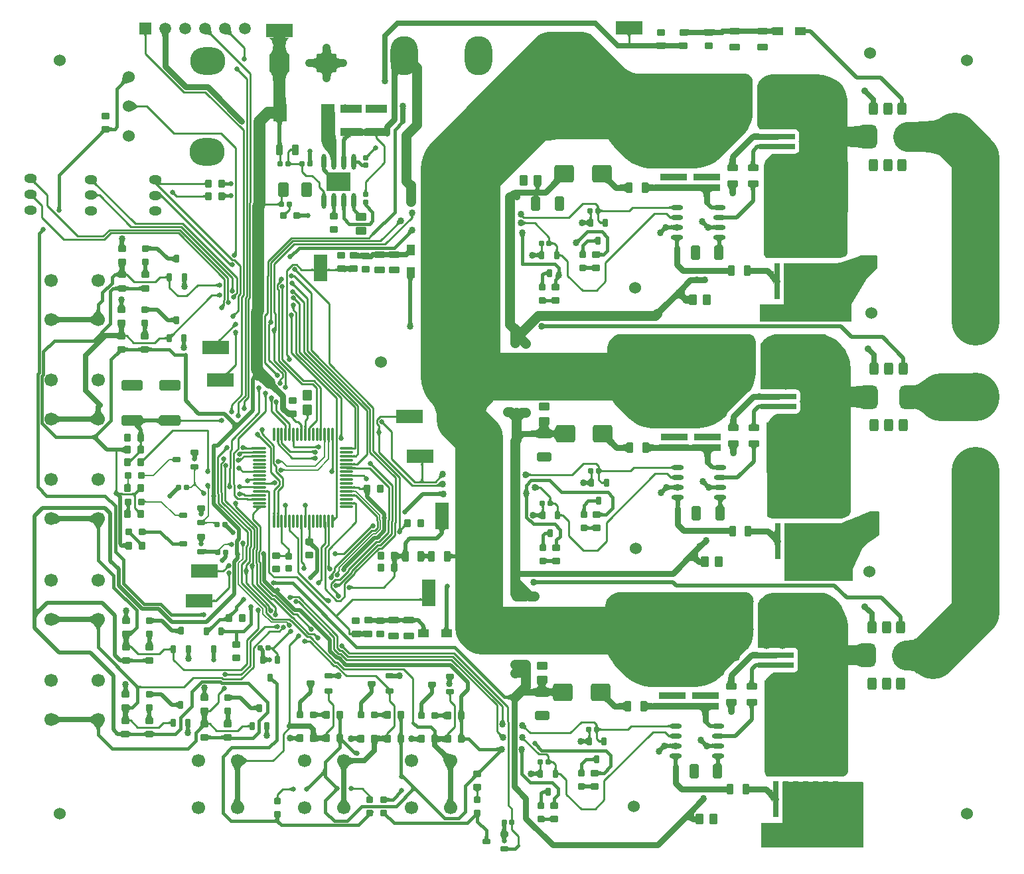
<source format=gtl>
G04 Layer_Physical_Order=1*
G04 Layer_Color=255*
%FSLAX25Y25*%
%MOIN*%
G70*
G01*
G75*
%ADD10C,0.01500*%
G04:AMPARAMS|DCode=11|XSize=31.5mil|YSize=31.5mil|CornerRadius=3.94mil|HoleSize=0mil|Usage=FLASHONLY|Rotation=270.000|XOffset=0mil|YOffset=0mil|HoleType=Round|Shape=RoundedRectangle|*
%AMROUNDEDRECTD11*
21,1,0.03150,0.02362,0,0,270.0*
21,1,0.02362,0.03150,0,0,270.0*
1,1,0.00787,-0.01181,-0.01181*
1,1,0.00787,-0.01181,0.01181*
1,1,0.00787,0.01181,0.01181*
1,1,0.00787,0.01181,-0.01181*
%
%ADD11ROUNDEDRECTD11*%
G04:AMPARAMS|DCode=12|XSize=23.62mil|YSize=39.37mil|CornerRadius=2.95mil|HoleSize=0mil|Usage=FLASHONLY|Rotation=180.000|XOffset=0mil|YOffset=0mil|HoleType=Round|Shape=RoundedRectangle|*
%AMROUNDEDRECTD12*
21,1,0.02362,0.03347,0,0,180.0*
21,1,0.01772,0.03937,0,0,180.0*
1,1,0.00591,-0.00886,0.01673*
1,1,0.00591,0.00886,0.01673*
1,1,0.00591,0.00886,-0.01673*
1,1,0.00591,-0.00886,-0.01673*
%
%ADD12ROUNDEDRECTD12*%
G04:AMPARAMS|DCode=13|XSize=55.12mil|YSize=39.37mil|CornerRadius=4.92mil|HoleSize=0mil|Usage=FLASHONLY|Rotation=0.000|XOffset=0mil|YOffset=0mil|HoleType=Round|Shape=RoundedRectangle|*
%AMROUNDEDRECTD13*
21,1,0.05512,0.02953,0,0,0.0*
21,1,0.04528,0.03937,0,0,0.0*
1,1,0.00984,0.02264,-0.01476*
1,1,0.00984,-0.02264,-0.01476*
1,1,0.00984,-0.02264,0.01476*
1,1,0.00984,0.02264,0.01476*
%
%ADD13ROUNDEDRECTD13*%
G04:AMPARAMS|DCode=14|XSize=23.62mil|YSize=23.62mil|CornerRadius=2.36mil|HoleSize=0mil|Usage=FLASHONLY|Rotation=180.000|XOffset=0mil|YOffset=0mil|HoleType=Round|Shape=RoundedRectangle|*
%AMROUNDEDRECTD14*
21,1,0.02362,0.01890,0,0,180.0*
21,1,0.01890,0.02362,0,0,180.0*
1,1,0.00472,-0.00945,0.00945*
1,1,0.00472,0.00945,0.00945*
1,1,0.00472,0.00945,-0.00945*
1,1,0.00472,-0.00945,-0.00945*
%
%ADD14ROUNDEDRECTD14*%
G04:AMPARAMS|DCode=15|XSize=39.37mil|YSize=35.43mil|CornerRadius=4.43mil|HoleSize=0mil|Usage=FLASHONLY|Rotation=180.000|XOffset=0mil|YOffset=0mil|HoleType=Round|Shape=RoundedRectangle|*
%AMROUNDEDRECTD15*
21,1,0.03937,0.02658,0,0,180.0*
21,1,0.03051,0.03543,0,0,180.0*
1,1,0.00886,-0.01526,0.01329*
1,1,0.00886,0.01526,0.01329*
1,1,0.00886,0.01526,-0.01329*
1,1,0.00886,-0.01526,-0.01329*
%
%ADD15ROUNDEDRECTD15*%
G04:AMPARAMS|DCode=16|XSize=39.37mil|YSize=35.43mil|CornerRadius=4.43mil|HoleSize=0mil|Usage=FLASHONLY|Rotation=270.000|XOffset=0mil|YOffset=0mil|HoleType=Round|Shape=RoundedRectangle|*
%AMROUNDEDRECTD16*
21,1,0.03937,0.02658,0,0,270.0*
21,1,0.03051,0.03543,0,0,270.0*
1,1,0.00886,-0.01329,-0.01526*
1,1,0.00886,-0.01329,0.01526*
1,1,0.00886,0.01329,0.01526*
1,1,0.00886,0.01329,-0.01526*
%
%ADD16ROUNDEDRECTD16*%
G04:AMPARAMS|DCode=17|XSize=31.5mil|YSize=31.5mil|CornerRadius=3.94mil|HoleSize=0mil|Usage=FLASHONLY|Rotation=180.000|XOffset=0mil|YOffset=0mil|HoleType=Round|Shape=RoundedRectangle|*
%AMROUNDEDRECTD17*
21,1,0.03150,0.02362,0,0,180.0*
21,1,0.02362,0.03150,0,0,180.0*
1,1,0.00787,-0.01181,0.01181*
1,1,0.00787,0.01181,0.01181*
1,1,0.00787,0.01181,-0.01181*
1,1,0.00787,-0.01181,-0.01181*
%
%ADD17ROUNDEDRECTD17*%
G04:AMPARAMS|DCode=18|XSize=23.62mil|YSize=39.37mil|CornerRadius=2.95mil|HoleSize=0mil|Usage=FLASHONLY|Rotation=90.000|XOffset=0mil|YOffset=0mil|HoleType=Round|Shape=RoundedRectangle|*
%AMROUNDEDRECTD18*
21,1,0.02362,0.03347,0,0,90.0*
21,1,0.01772,0.03937,0,0,90.0*
1,1,0.00591,0.01673,0.00886*
1,1,0.00591,0.01673,-0.00886*
1,1,0.00591,-0.01673,-0.00886*
1,1,0.00591,-0.01673,0.00886*
%
%ADD18ROUNDEDRECTD18*%
G04:AMPARAMS|DCode=19|XSize=98.43mil|YSize=86.61mil|CornerRadius=10.83mil|HoleSize=0mil|Usage=FLASHONLY|Rotation=0.000|XOffset=0mil|YOffset=0mil|HoleType=Round|Shape=RoundedRectangle|*
%AMROUNDEDRECTD19*
21,1,0.09843,0.06496,0,0,0.0*
21,1,0.07677,0.08661,0,0,0.0*
1,1,0.02165,0.03839,-0.03248*
1,1,0.02165,-0.03839,-0.03248*
1,1,0.02165,-0.03839,0.03248*
1,1,0.02165,0.03839,0.03248*
%
%ADD19ROUNDEDRECTD19*%
%ADD20O,0.02362X0.07874*%
%ADD21R,0.12205X0.09449*%
%ADD22R,0.06700X0.08700*%
G04:AMPARAMS|DCode=23|XSize=70.87mil|YSize=51.18mil|CornerRadius=6.4mil|HoleSize=0mil|Usage=FLASHONLY|Rotation=90.000|XOffset=0mil|YOffset=0mil|HoleType=Round|Shape=RoundedRectangle|*
%AMROUNDEDRECTD23*
21,1,0.07087,0.03839,0,0,90.0*
21,1,0.05807,0.05118,0,0,90.0*
1,1,0.01280,0.01919,0.02904*
1,1,0.01280,0.01919,-0.02904*
1,1,0.01280,-0.01919,-0.02904*
1,1,0.01280,-0.01919,0.02904*
%
%ADD23ROUNDEDRECTD23*%
G04:AMPARAMS|DCode=24|XSize=23.62mil|YSize=23.62mil|CornerRadius=2.36mil|HoleSize=0mil|Usage=FLASHONLY|Rotation=90.000|XOffset=0mil|YOffset=0mil|HoleType=Round|Shape=RoundedRectangle|*
%AMROUNDEDRECTD24*
21,1,0.02362,0.01890,0,0,90.0*
21,1,0.01890,0.02362,0,0,90.0*
1,1,0.00472,0.00945,0.00945*
1,1,0.00472,0.00945,-0.00945*
1,1,0.00472,-0.00945,-0.00945*
1,1,0.00472,-0.00945,0.00945*
%
%ADD24ROUNDEDRECTD24*%
G04:AMPARAMS|DCode=25|XSize=51.18mil|YSize=31.5mil|CornerRadius=3.94mil|HoleSize=0mil|Usage=FLASHONLY|Rotation=90.000|XOffset=0mil|YOffset=0mil|HoleType=Round|Shape=RoundedRectangle|*
%AMROUNDEDRECTD25*
21,1,0.05118,0.02362,0,0,90.0*
21,1,0.04331,0.03150,0,0,90.0*
1,1,0.00787,0.01181,0.02165*
1,1,0.00787,0.01181,-0.02165*
1,1,0.00787,-0.01181,-0.02165*
1,1,0.00787,-0.01181,0.02165*
%
%ADD25ROUNDEDRECTD25*%
%ADD26R,0.10600X0.04400*%
%ADD27R,0.41260X0.25740*%
%ADD28R,0.03150X0.17913*%
%ADD29O,0.06299X0.02362*%
%ADD30R,0.13386X0.03543*%
G04:AMPARAMS|DCode=31|XSize=51.18mil|YSize=31.5mil|CornerRadius=3.94mil|HoleSize=0mil|Usage=FLASHONLY|Rotation=180.000|XOffset=0mil|YOffset=0mil|HoleType=Round|Shape=RoundedRectangle|*
%AMROUNDEDRECTD31*
21,1,0.05118,0.02362,0,0,180.0*
21,1,0.04331,0.03150,0,0,180.0*
1,1,0.00787,-0.02165,0.01181*
1,1,0.00787,0.02165,0.01181*
1,1,0.00787,0.02165,-0.01181*
1,1,0.00787,-0.02165,-0.01181*
%
%ADD31ROUNDEDRECTD31*%
G04:AMPARAMS|DCode=32|XSize=70.87mil|YSize=45.28mil|CornerRadius=5.66mil|HoleSize=0mil|Usage=FLASHONLY|Rotation=0.000|XOffset=0mil|YOffset=0mil|HoleType=Round|Shape=RoundedRectangle|*
%AMROUNDEDRECTD32*
21,1,0.07087,0.03396,0,0,0.0*
21,1,0.05955,0.04528,0,0,0.0*
1,1,0.01132,0.02977,-0.01698*
1,1,0.01132,-0.02977,-0.01698*
1,1,0.01132,-0.02977,0.01698*
1,1,0.01132,0.02977,0.01698*
%
%ADD32ROUNDEDRECTD32*%
G04:AMPARAMS|DCode=33|XSize=70.87mil|YSize=45.28mil|CornerRadius=5.66mil|HoleSize=0mil|Usage=FLASHONLY|Rotation=270.000|XOffset=0mil|YOffset=0mil|HoleType=Round|Shape=RoundedRectangle|*
%AMROUNDEDRECTD33*
21,1,0.07087,0.03396,0,0,270.0*
21,1,0.05955,0.04528,0,0,270.0*
1,1,0.01132,-0.01698,-0.02977*
1,1,0.01132,-0.01698,0.02977*
1,1,0.01132,0.01698,0.02977*
1,1,0.01132,0.01698,-0.02977*
%
%ADD33ROUNDEDRECTD33*%
%ADD34O,0.01181X0.07087*%
%ADD35O,0.07087X0.01181*%
G04:AMPARAMS|DCode=36|XSize=118.11mil|YSize=98.43mil|CornerRadius=24.61mil|HoleSize=0mil|Usage=FLASHONLY|Rotation=90.000|XOffset=0mil|YOffset=0mil|HoleType=Round|Shape=RoundedRectangle|*
%AMROUNDEDRECTD36*
21,1,0.11811,0.04921,0,0,90.0*
21,1,0.06890,0.09843,0,0,90.0*
1,1,0.04921,0.02461,0.03445*
1,1,0.04921,0.02461,-0.03445*
1,1,0.04921,-0.02461,-0.03445*
1,1,0.04921,-0.02461,0.03445*
%
%ADD36ROUNDEDRECTD36*%
G04:AMPARAMS|DCode=37|XSize=62.99mil|YSize=47.24mil|CornerRadius=11.81mil|HoleSize=0mil|Usage=FLASHONLY|Rotation=270.000|XOffset=0mil|YOffset=0mil|HoleType=Round|Shape=RoundedRectangle|*
%AMROUNDEDRECTD37*
21,1,0.06299,0.02362,0,0,270.0*
21,1,0.03937,0.04724,0,0,270.0*
1,1,0.02362,-0.01181,-0.01969*
1,1,0.02362,-0.01181,0.01969*
1,1,0.02362,0.01181,0.01969*
1,1,0.02362,0.01181,-0.01969*
%
%ADD37ROUNDEDRECTD37*%
%ADD38R,0.05276X0.03937*%
%ADD39R,0.25740X0.41260*%
%ADD40R,0.17913X0.03150*%
%ADD41R,0.03937X0.05276*%
G04:AMPARAMS|DCode=42|XSize=55.12mil|YSize=39.37mil|CornerRadius=4.92mil|HoleSize=0mil|Usage=FLASHONLY|Rotation=90.000|XOffset=0mil|YOffset=0mil|HoleType=Round|Shape=RoundedRectangle|*
%AMROUNDEDRECTD42*
21,1,0.05512,0.02953,0,0,90.0*
21,1,0.04528,0.03937,0,0,90.0*
1,1,0.00984,0.01476,0.02264*
1,1,0.00984,0.01476,-0.02264*
1,1,0.00984,-0.01476,-0.02264*
1,1,0.00984,-0.01476,0.02264*
%
%ADD42ROUNDEDRECTD42*%
G04:AMPARAMS|DCode=43|XSize=47.24mil|YSize=53.15mil|CornerRadius=5.91mil|HoleSize=0mil|Usage=FLASHONLY|Rotation=180.000|XOffset=0mil|YOffset=0mil|HoleType=Round|Shape=RoundedRectangle|*
%AMROUNDEDRECTD43*
21,1,0.04724,0.04134,0,0,180.0*
21,1,0.03543,0.05315,0,0,180.0*
1,1,0.01181,-0.01772,0.02067*
1,1,0.01181,0.01772,0.02067*
1,1,0.01181,0.01772,-0.02067*
1,1,0.01181,-0.01772,-0.02067*
%
%ADD43ROUNDEDRECTD43*%
G04:AMPARAMS|DCode=44|XSize=109.65mil|YSize=55.12mil|CornerRadius=13.78mil|HoleSize=0mil|Usage=FLASHONLY|Rotation=0.000|XOffset=0mil|YOffset=0mil|HoleType=Round|Shape=RoundedRectangle|*
%AMROUNDEDRECTD44*
21,1,0.10965,0.02756,0,0,0.0*
21,1,0.08209,0.05512,0,0,0.0*
1,1,0.02756,0.04104,-0.01378*
1,1,0.02756,-0.04104,-0.01378*
1,1,0.02756,-0.04104,0.01378*
1,1,0.02756,0.04104,0.01378*
%
%ADD44ROUNDEDRECTD44*%
%ADD45R,0.07087X0.13780*%
%ADD46R,0.13780X0.07087*%
G04:AMPARAMS|DCode=47|XSize=96.46mil|YSize=100.39mil|CornerRadius=9.65mil|HoleSize=0mil|Usage=FLASHONLY|Rotation=90.000|XOffset=0mil|YOffset=0mil|HoleType=Round|Shape=RoundedRectangle|*
%AMROUNDEDRECTD47*
21,1,0.09646,0.08110,0,0,90.0*
21,1,0.07717,0.10039,0,0,90.0*
1,1,0.01929,0.04055,0.03858*
1,1,0.01929,0.04055,-0.03858*
1,1,0.01929,-0.04055,-0.03858*
1,1,0.01929,-0.04055,0.03858*
%
%ADD47ROUNDEDRECTD47*%
%ADD48C,0.01000*%
%ADD49C,0.24000*%
%ADD50C,0.40000*%
%ADD51C,0.05000*%
%ADD52C,0.10000*%
%ADD53C,0.15000*%
%ADD54C,0.02000*%
%ADD55C,0.03000*%
%ADD56C,0.02500*%
%ADD57C,0.06000*%
%ADD58C,0.02200*%
%ADD59C,0.22500*%
%ADD60C,0.01200*%
%ADD61C,0.04000*%
%ADD62C,0.17500*%
%ADD63C,0.00800*%
%ADD64C,0.05906*%
%ADD65R,0.05906X0.05906*%
%ADD66C,0.06000*%
%ADD67O,0.17716X0.13780*%
%ADD68C,0.06693*%
%ADD69O,0.19685X0.13780*%
%ADD70O,0.13780X0.19685*%
%ADD71O,0.06299X0.04724*%
%ADD72C,0.03500*%
%ADD73C,0.02500*%
%ADD74C,0.03400*%
%ADD75C,0.04000*%
%ADD76C,0.02800*%
%ADD77C,0.05000*%
%ADD78C,0.02600*%
G36*
X141582Y134829D02*
X141831Y134679D01*
X141951Y134618D01*
X142067Y134567D01*
X142180Y134525D01*
X142290Y134492D01*
X142396Y134469D01*
X142499Y134455D01*
X142599Y134450D01*
X142643Y133450D01*
X142547Y133445D01*
X142447Y133429D01*
X142343Y133402D01*
X142235Y133365D01*
X142123Y133317D01*
X142007Y133259D01*
X141886Y133190D01*
X141634Y133020D01*
X141502Y132920D01*
X141452Y134918D01*
X141582Y134829D01*
D02*
G37*
G36*
X383839Y136000D02*
X408964Y136000D01*
X408964Y136000D01*
Y136000D01*
X410009Y135682D01*
X411984Y134754D01*
X413806Y133550D01*
X415436Y132098D01*
X416138Y131262D01*
X416634Y130617D01*
X417539Y129262D01*
X418350Y127851D01*
X419065Y126388D01*
X419680Y124880D01*
X420193Y123334D01*
X420602Y121758D01*
X420903Y120157D01*
X421000Y119349D01*
X421000Y47100D01*
X421000Y47100D01*
Y46755D01*
X420865Y46079D01*
X420601Y45442D01*
X420218Y44869D01*
X419731Y44381D01*
X419158Y43998D01*
X418521Y43734D01*
X417845Y43600D01*
X417500D01*
X381600Y43600D01*
X381344Y43600D01*
X380841Y43700D01*
X380368Y43896D01*
X379942Y44181D01*
X379580Y44543D01*
X379296Y44969D01*
X379100Y45442D01*
X379000Y45944D01*
X379000Y46200D01*
X379000Y88898D01*
X379000Y89369D01*
X379000Y89369D01*
X379000Y89369D01*
X379000Y89369D01*
X379000Y89970D01*
X379235Y91151D01*
X379696Y92263D01*
X380364Y93264D01*
X380790Y93690D01*
X381718Y94618D01*
X382051Y94951D01*
X382051Y94951D01*
X382051Y94951D01*
X382051Y94951D01*
X382443Y95344D01*
X383365Y95960D01*
X383941Y96198D01*
X393632D01*
X394412Y96353D01*
X395073Y96795D01*
X395515Y97457D01*
X395671Y98237D01*
Y101387D01*
X395515Y102167D01*
X395419Y102312D01*
X395515Y102457D01*
X395671Y103237D01*
Y106387D01*
X395515Y107167D01*
X395073Y107828D01*
X394412Y108271D01*
X393632Y108426D01*
X377558D01*
X377279Y108541D01*
X376788Y108870D01*
X376370Y109288D01*
X376041Y109779D01*
X375815Y110325D01*
X375700Y110905D01*
X375700Y111200D01*
X375700Y129751D01*
X375700Y129752D01*
X375711Y130247D01*
X375871Y131053D01*
X376208Y131865D01*
X376696Y132596D01*
X377007Y132907D01*
X377456Y133356D01*
X377456Y133356D01*
Y133356D01*
X378085Y133985D01*
X379563Y134973D01*
X381206Y135653D01*
X382949Y136000D01*
X383839Y136000D01*
D02*
G37*
G36*
X158347Y133348D02*
X158424Y133307D01*
X158515Y133275D01*
X158620Y133253D01*
X158739Y133240D01*
X158873Y133238D01*
X159020Y133245D01*
X159181Y133261D01*
X159545Y133324D01*
X158694Y131517D01*
X158672Y131550D01*
X158634Y131599D01*
X158504Y131745D01*
X157701Y132569D01*
X158284Y133399D01*
X158347Y133348D01*
D02*
G37*
G36*
X206682Y131900D02*
X206672Y131995D01*
X206641Y132080D01*
X206591Y132155D01*
X206520Y132220D01*
X206429Y132275D01*
X206317Y132320D01*
X206186Y132355D01*
X206034Y132380D01*
X205862Y132395D01*
X205670Y132400D01*
Y133400D01*
X205862Y133405D01*
X206034Y133420D01*
X206186Y133445D01*
X206317Y133480D01*
X206429Y133525D01*
X206520Y133580D01*
X206591Y133645D01*
X206641Y133720D01*
X206672Y133805D01*
X206682Y133900D01*
Y131900D01*
D02*
G37*
G36*
X164557Y136230D02*
X164820Y136007D01*
X164909Y135943D01*
X165086Y135831D01*
X165175Y135783D01*
X165354Y135703D01*
X163655Y134652D01*
X163669Y134839D01*
X163674Y135175D01*
X163665Y135322D01*
X163649Y135455D01*
X163625Y135575D01*
X163593Y135681D01*
X163554Y135774D01*
X163507Y135852D01*
X163452Y135917D01*
X164469Y136315D01*
X164557Y136230D01*
D02*
G37*
G36*
X164283Y140826D02*
X164607Y140746D01*
X164749Y140724D01*
X164877Y140714D01*
X164993Y140716D01*
X165095Y140729D01*
X165183Y140755D01*
X165259Y140792D01*
X165321Y140842D01*
X165832Y139939D01*
X164731Y138993D01*
X164100Y140884D01*
X164283Y140826D01*
D02*
G37*
G36*
X133220Y142052D02*
X133297Y142010D01*
X133380Y141972D01*
X133470Y141940D01*
X133567Y141912D01*
X133670Y141890D01*
X133780Y141873D01*
X134020Y141852D01*
X134150Y141850D01*
Y140350D01*
X134020Y140348D01*
X133780Y140328D01*
X133670Y140310D01*
X133567Y140288D01*
X133470Y140260D01*
X133380Y140228D01*
X133297Y140190D01*
X133220Y140148D01*
X133151Y140101D01*
Y142099D01*
X133220Y142052D01*
D02*
G37*
G36*
X369754Y136300D02*
X369754Y136300D01*
X369755D01*
X370216Y136272D01*
X370702Y136175D01*
X371293Y135930D01*
X371684Y135669D01*
X372052Y135348D01*
X372372Y135028D01*
X372876Y134274D01*
X373223Y133436D01*
X373400Y132546D01*
X373400Y132093D01*
X373400Y117111D01*
X373400Y117111D01*
X373400Y116291D01*
X373239Y114660D01*
X372919Y113052D01*
X372444Y111483D01*
X371816Y109969D01*
X371043Y108523D01*
X370685Y107987D01*
X370400Y107869D01*
X369669Y107308D01*
X359604Y97243D01*
X359043Y96512D01*
X358690Y95660D01*
X358664Y95464D01*
X358182Y94982D01*
X358182D01*
X357461Y94261D01*
X355884Y92966D01*
X354187Y91833D01*
X352388Y90871D01*
X350503Y90090D01*
X348550Y89498D01*
X346549Y89100D01*
X344519Y88900D01*
X321139D01*
X319387Y89073D01*
X317661Y89416D01*
X315978Y89927D01*
X314352Y90600D01*
X312800Y91430D01*
X311337Y92407D01*
X309976Y93524D01*
X309354Y94146D01*
X304299Y99200D01*
X303647Y99853D01*
X302477Y101279D01*
X301452Y102813D01*
X300582Y104439D01*
X299876Y106144D01*
X299341Y107909D01*
X298981Y109719D01*
X298800Y111555D01*
Y112477D01*
X298800Y128329D01*
X298800Y128800D01*
X298800Y128800D01*
X298800Y128800D01*
X298800Y129539D01*
X299088Y130988D01*
X299654Y132353D01*
X300474Y133581D01*
X301519Y134626D01*
X302747Y135446D01*
X304112Y136012D01*
X305561Y136300D01*
X306300Y136300D01*
X369754Y136300D01*
X369754Y136300D01*
D02*
G37*
G36*
X171282Y139805D02*
X171533Y139645D01*
X171653Y139580D01*
X171769Y139525D01*
X171882Y139480D01*
X171991Y139445D01*
X172096Y139420D01*
X172198Y139405D01*
X172296Y139400D01*
Y138400D01*
X172198Y138395D01*
X172096Y138380D01*
X171991Y138355D01*
X171882Y138320D01*
X171769Y138275D01*
X171653Y138220D01*
X171533Y138155D01*
X171282Y137995D01*
X171151Y137900D01*
Y139900D01*
X171282Y139805D01*
D02*
G37*
G36*
X101875Y133005D02*
X101905Y132920D01*
X101956Y132845D01*
X102027Y132780D01*
X102118Y132725D01*
X102229Y132680D01*
X102361Y132645D01*
X102512Y132620D01*
X102684Y132605D01*
X102877Y132600D01*
Y131600D01*
X102684Y131595D01*
X102512Y131580D01*
X102361Y131555D01*
X102229Y131520D01*
X102118Y131475D01*
X102027Y131420D01*
X101956Y131355D01*
X101905Y131280D01*
X101875Y131195D01*
X101865Y131100D01*
Y133100D01*
X101875Y133005D01*
D02*
G37*
G36*
X96449Y124200D02*
X96380Y124248D01*
X96303Y124290D01*
X96220Y124328D01*
X96130Y124360D01*
X96033Y124388D01*
X95930Y124410D01*
X95820Y124427D01*
X95580Y124448D01*
X95450Y124450D01*
Y125950D01*
X95580Y125952D01*
X95820Y125972D01*
X95930Y125990D01*
X96033Y126012D01*
X96130Y126040D01*
X96220Y126072D01*
X96303Y126110D01*
X96380Y126152D01*
X96449Y126199D01*
Y124200D01*
D02*
G37*
G36*
X112655Y126025D02*
X112327Y125686D01*
X111819Y125095D01*
X111640Y124843D01*
X111511Y124619D01*
X111431Y124424D01*
X111401Y124258D01*
X111421Y124120D01*
X111490Y124011D01*
X111610Y123931D01*
X108713Y125253D01*
X108864Y125205D01*
X109028Y125191D01*
X109206Y125212D01*
X109398Y125267D01*
X109603Y125357D01*
X109822Y125481D01*
X110055Y125640D01*
X110301Y125834D01*
X110561Y126063D01*
X110834Y126326D01*
X112655Y126025D01*
D02*
G37*
G36*
X190260Y120881D02*
X190183Y120967D01*
X190077Y121045D01*
X189941Y121113D01*
X189775Y121173D01*
X189578Y121223D01*
X189352Y121264D01*
X189168Y121287D01*
X189012Y121262D01*
X188769Y121204D01*
X188546Y121130D01*
X188343Y121038D01*
X188161Y120930D01*
X187999Y120806D01*
X187857Y120665D01*
X187736Y120507D01*
Y123786D01*
X187812Y123701D01*
X187917Y123624D01*
X188054Y123557D01*
X188221Y123499D01*
X188418Y123449D01*
X188646Y123409D01*
X188905Y123377D01*
X188927Y123376D01*
X189352Y123410D01*
X189578Y123451D01*
X189775Y123501D01*
X189941Y123561D01*
X190077Y123629D01*
X190183Y123707D01*
X190260Y123793D01*
Y120881D01*
D02*
G37*
G36*
X59491Y125979D02*
X59430Y125871D01*
X59376Y125754D01*
X59329Y125630D01*
X59290Y125496D01*
X59258Y125355D01*
X59238Y125242D01*
X59275Y125010D01*
X59334Y124767D01*
X59409Y124544D01*
X59501Y124341D01*
X59610Y124159D01*
X59735Y123996D01*
X59877Y123854D01*
X60036Y123732D01*
X56364D01*
X56523Y123854D01*
X56665Y123996D01*
X56790Y124159D01*
X56899Y124341D01*
X56991Y124544D01*
X57066Y124767D01*
X57125Y125010D01*
X57161Y125242D01*
X57143Y125355D01*
X57110Y125496D01*
X57071Y125630D01*
X57024Y125754D01*
X56970Y125871D01*
X56909Y125979D01*
X56841Y126079D01*
X59559D01*
X59491Y125979D01*
D02*
G37*
G36*
X125603Y126418D02*
X125443Y126167D01*
X125378Y126047D01*
X125323Y125931D01*
X125278Y125818D01*
X125243Y125709D01*
X125218Y125604D01*
X125203Y125502D01*
X125198Y125404D01*
X124198D01*
X124193Y125502D01*
X124178Y125604D01*
X124153Y125709D01*
X124118Y125818D01*
X124073Y125931D01*
X124018Y126047D01*
X123953Y126167D01*
X123794Y126418D01*
X123699Y126549D01*
X125698D01*
X125603Y126418D01*
D02*
G37*
G36*
X130557Y128995D02*
X130583Y128913D01*
X130627Y128830D01*
X130687Y128744D01*
X130766Y128656D01*
X130862Y128566D01*
X130975Y128474D01*
X131106Y128380D01*
X131419Y128186D01*
X129586Y127398D01*
X129548Y128849D01*
X130548Y129074D01*
X130557Y128995D01*
D02*
G37*
G36*
X117312Y131562D02*
X117229Y131547D01*
X117145Y131523D01*
X117060Y131490D01*
X116973Y131449D01*
X116886Y131401D01*
X116797Y131343D01*
X116707Y131278D01*
X116523Y131122D01*
X116429Y131032D01*
X115368Y132093D01*
X115459Y132187D01*
X115614Y132370D01*
X115680Y132461D01*
X115737Y132550D01*
X115786Y132637D01*
X115826Y132724D01*
X115859Y132809D01*
X115883Y132893D01*
X115899Y132976D01*
X117312Y131562D01*
D02*
G37*
G36*
X133705Y126898D02*
X133720Y126796D01*
X133745Y126691D01*
X133780Y126582D01*
X133825Y126470D01*
X133880Y126353D01*
X133945Y126233D01*
X134105Y125982D01*
X134200Y125851D01*
X132201D01*
X132295Y125982D01*
X132455Y126233D01*
X132520Y126353D01*
X132575Y126470D01*
X132620Y126582D01*
X132655Y126691D01*
X132680Y126796D01*
X132695Y126898D01*
X132700Y126996D01*
X133700D01*
X133705Y126898D01*
D02*
G37*
G36*
X121752Y128180D02*
X121710Y128103D01*
X121672Y128020D01*
X121640Y127930D01*
X121612Y127833D01*
X121590Y127730D01*
X121572Y127620D01*
X121553Y127380D01*
X121550Y127250D01*
X120050D01*
X120047Y127380D01*
X120027Y127620D01*
X120010Y127730D01*
X119988Y127833D01*
X119960Y127930D01*
X119928Y128020D01*
X119890Y128103D01*
X119848Y128180D01*
X119800Y128249D01*
X121800D01*
X121752Y128180D01*
D02*
G37*
G36*
X156571Y142087D02*
X156505Y142014D01*
X156444Y141932D01*
X156387Y141840D01*
X156335Y141738D01*
X156287Y141627D01*
X156243Y141505D01*
X156204Y141375D01*
X156140Y141084D01*
X156114Y140924D01*
X154701Y142338D01*
X154860Y142363D01*
X155151Y142428D01*
X155282Y142467D01*
X155403Y142510D01*
X155515Y142558D01*
X155616Y142610D01*
X155708Y142667D01*
X155791Y142728D01*
X155863Y142794D01*
X156571Y142087D01*
D02*
G37*
G36*
X269257Y153529D02*
X269372Y153409D01*
X269500Y153303D01*
X269641Y153211D01*
X269796Y153134D01*
X269964Y153070D01*
X270145Y153021D01*
X270340Y152985D01*
X270549Y152964D01*
X270770Y152957D01*
Y151457D01*
X270549Y151450D01*
X270340Y151429D01*
X270145Y151393D01*
X269964Y151344D01*
X269796Y151280D01*
X269641Y151203D01*
X269500Y151111D01*
X269372Y151005D01*
X269257Y150885D01*
X269156Y150751D01*
Y153663D01*
X269257Y153529D01*
D02*
G37*
G36*
X346154Y156997D02*
X345857Y156573D01*
X345645Y156149D01*
X345517Y155724D01*
X345475Y155300D01*
X345517Y154876D01*
X345645Y154452D01*
X345857Y154027D01*
X346154Y153603D01*
X346536Y153179D01*
X344414Y151057D01*
X343990Y151439D01*
X343566Y151736D01*
X343141Y151948D01*
X342717Y152076D01*
X342293Y152118D01*
X341869Y152076D01*
X341444Y151948D01*
X341020Y151736D01*
X340596Y151439D01*
X340172Y151057D01*
X342293Y155300D01*
X346536Y157421D01*
X346154Y156997D01*
D02*
G37*
G36*
X148205Y150198D02*
X148220Y150096D01*
X148245Y149991D01*
X148280Y149882D01*
X148325Y149769D01*
X148380Y149653D01*
X148445Y149533D01*
X148605Y149282D01*
X148699Y149151D01*
X146701D01*
X146795Y149282D01*
X146955Y149533D01*
X147020Y149653D01*
X147075Y149769D01*
X147120Y149882D01*
X147155Y149991D01*
X147180Y150096D01*
X147195Y150198D01*
X147200Y150296D01*
X148200D01*
X148205Y150198D01*
D02*
G37*
G36*
X272481Y150714D02*
X272465Y150855D01*
X272419Y150981D01*
X272341Y151093D01*
X272233Y151189D01*
X272094Y151271D01*
X271924Y151338D01*
X271723Y151390D01*
X271491Y151427D01*
X271229Y151450D01*
X270935Y151457D01*
Y152957D01*
X271229Y152964D01*
X271491Y152987D01*
X271723Y153024D01*
X271924Y153076D01*
X272094Y153143D01*
X272233Y153225D01*
X272341Y153321D01*
X272419Y153433D01*
X272465Y153559D01*
X272481Y153700D01*
Y150714D01*
D02*
G37*
G36*
X221115Y156310D02*
X221176Y156140D01*
X221276Y155990D01*
X221417Y155860D01*
X221598Y155750D01*
X221820Y155660D01*
X222081Y155590D01*
X222383Y155540D01*
X222725Y155510D01*
X223107Y155500D01*
Y153500D01*
X222725Y153490D01*
X222383Y153460D01*
X222081Y153410D01*
X221820Y153340D01*
X221598Y153250D01*
X221417Y153140D01*
X221276Y153010D01*
X221176Y152860D01*
X221115Y152690D01*
X221095Y152500D01*
Y156500D01*
X221115Y156310D01*
D02*
G37*
G36*
X109363Y155362D02*
X109343Y155315D01*
X109326Y155245D01*
X109310Y155150D01*
X109287Y154887D01*
X109270Y154310D01*
X109268Y154069D01*
X107269D01*
X107267Y154310D01*
X107211Y155245D01*
X107194Y155315D01*
X107174Y155362D01*
X107152Y155384D01*
X109385D01*
X109363Y155362D01*
D02*
G37*
G36*
X163982Y156505D02*
X164233Y156345D01*
X164353Y156280D01*
X164470Y156225D01*
X164582Y156180D01*
X164691Y156145D01*
X164796Y156120D01*
X164898Y156105D01*
X164996Y156100D01*
Y155100D01*
X164898Y155095D01*
X164796Y155080D01*
X164691Y155055D01*
X164582Y155020D01*
X164470Y154975D01*
X164353Y154920D01*
X164233Y154855D01*
X163982Y154695D01*
X163851Y154601D01*
Y156599D01*
X163982Y156505D01*
D02*
G37*
G36*
X135563Y155551D02*
X135593Y155466D01*
X135644Y155392D01*
X135715Y155326D01*
X135806Y155271D01*
X135917Y155226D01*
X136049Y155192D01*
X136201Y155166D01*
X136373Y155151D01*
X136565Y155147D01*
Y154147D01*
X136373Y154141D01*
X136201Y154126D01*
X136049Y154101D01*
X135917Y154067D01*
X135806Y154022D01*
X135715Y153966D01*
X135644Y153901D01*
X135593Y153826D01*
X135563Y153742D01*
X135553Y153647D01*
Y155647D01*
X135563Y155551D01*
D02*
G37*
G36*
X138342Y153647D02*
X138335Y153742D01*
X138307Y153826D01*
X138258Y153901D01*
X138188Y153966D01*
X138098Y154022D01*
X137986Y154067D01*
X137853Y154101D01*
X137700Y154126D01*
X137525Y154141D01*
X137330Y154147D01*
Y155147D01*
X137532Y155151D01*
X137714Y155166D01*
X137874Y155191D01*
X138014Y155225D01*
X138133Y155270D01*
X138230Y155324D01*
X138307Y155388D01*
X138363Y155462D01*
X138398Y155546D01*
X138412Y155640D01*
X138342Y153647D01*
D02*
G37*
G36*
X109976Y148662D02*
X109816Y148637D01*
X109525Y148572D01*
X109395Y148533D01*
X109274Y148490D01*
X109162Y148442D01*
X109060Y148390D01*
X108968Y148333D01*
X108886Y148272D01*
X108813Y148206D01*
X108106Y148913D01*
X108172Y148986D01*
X108233Y149068D01*
X108290Y149160D01*
X108342Y149262D01*
X108390Y149373D01*
X108433Y149495D01*
X108472Y149625D01*
X108537Y149916D01*
X108562Y150076D01*
X109976Y148662D01*
D02*
G37*
G36*
X119405Y146118D02*
X119245Y145867D01*
X119180Y145747D01*
X119125Y145631D01*
X119080Y145518D01*
X119045Y145409D01*
X119020Y145304D01*
X119005Y145202D01*
X119000Y145104D01*
X118000D01*
X117995Y145202D01*
X117980Y145304D01*
X117955Y145409D01*
X117920Y145518D01*
X117875Y145631D01*
X117820Y145747D01*
X117755Y145867D01*
X117595Y146118D01*
X117500Y146249D01*
X119500D01*
X119405Y146118D01*
D02*
G37*
G36*
X165361Y146704D02*
X165323Y146652D01*
X165298Y146584D01*
X165286Y146501D01*
X165286Y146402D01*
X165299Y146287D01*
X165325Y146156D01*
X165364Y146010D01*
X165479Y145670D01*
X165556Y145476D01*
X163630Y145985D01*
X164587Y147062D01*
X165361Y146704D01*
D02*
G37*
G36*
X162450Y145650D02*
X162414Y144199D01*
X160580Y144985D01*
X160745Y145084D01*
X161023Y145274D01*
X161137Y145366D01*
X161232Y145456D01*
X161311Y145544D01*
X161372Y145630D01*
X161415Y145714D01*
X161441Y145795D01*
X161450Y145875D01*
X162450Y145650D01*
D02*
G37*
G36*
X110705Y145318D02*
X110545Y145067D01*
X110480Y144947D01*
X110425Y144831D01*
X110380Y144718D01*
X110345Y144609D01*
X110320Y144504D01*
X110305Y144402D01*
X110300Y144304D01*
X109300D01*
X109295Y144402D01*
X109280Y144504D01*
X109255Y144609D01*
X109220Y144718D01*
X109175Y144831D01*
X109120Y144947D01*
X109055Y145067D01*
X108895Y145318D01*
X108800Y145449D01*
X110800D01*
X110705Y145318D01*
D02*
G37*
G36*
X193715Y147830D02*
X193679Y147736D01*
X193648Y147607D01*
X193621Y147443D01*
X193580Y147011D01*
X193567Y146642D01*
X194046D01*
X193951Y146632D01*
X193867Y146602D01*
X193791Y146551D01*
X193726Y146480D01*
X193672Y146389D01*
X193626Y146278D01*
X193591Y146147D01*
X193567Y145995D01*
X193551Y145823D01*
X193546Y145630D01*
X192546D01*
X192542Y145823D01*
X192526Y145995D01*
X192501Y146147D01*
X192466Y146278D01*
X192421Y146389D01*
X192367Y146480D01*
X192301Y146551D01*
X192226Y146602D01*
X192141Y146632D01*
X192046Y146642D01*
X192509D01*
X192445Y147607D01*
X192414Y147736D01*
X192378Y147830D01*
X192339Y147889D01*
X193754D01*
X193715Y147830D01*
D02*
G37*
G36*
X122405Y148818D02*
X122245Y148567D01*
X122180Y148447D01*
X122125Y148330D01*
X122080Y148218D01*
X122045Y148109D01*
X122020Y148004D01*
X122005Y147902D01*
X122000Y147804D01*
X121000D01*
X120995Y147902D01*
X120980Y148004D01*
X120955Y148109D01*
X120920Y148218D01*
X120875Y148330D01*
X120820Y148447D01*
X120755Y148567D01*
X120595Y148818D01*
X120501Y148949D01*
X122500D01*
X122405Y148818D01*
D02*
G37*
G36*
X160259Y149825D02*
X160286Y149745D01*
X160331Y149665D01*
X160393Y149584D01*
X160474Y149502D01*
X160572Y149419D01*
X160689Y149335D01*
X160823Y149250D01*
X161145Y149078D01*
X159369Y148173D01*
X159250Y149620D01*
X160250Y149904D01*
X160259Y149825D01*
D02*
G37*
G36*
X104575Y147905D02*
X104605Y147820D01*
X104656Y147745D01*
X104727Y147680D01*
X104818Y147625D01*
X104929Y147580D01*
X105061Y147545D01*
X105212Y147520D01*
X105385Y147505D01*
X105577Y147500D01*
Y146500D01*
X105385Y146495D01*
X105212Y146480D01*
X105061Y146455D01*
X104929Y146420D01*
X104818Y146375D01*
X104727Y146320D01*
X104656Y146255D01*
X104605Y146180D01*
X104575Y146095D01*
X104565Y146000D01*
Y148000D01*
X104575Y147905D01*
D02*
G37*
G36*
X119005Y148798D02*
X119020Y148696D01*
X119045Y148591D01*
X119080Y148482D01*
X119125Y148370D01*
X119180Y148253D01*
X119245Y148133D01*
X119405Y147882D01*
X119500Y147751D01*
X117500D01*
X117595Y147882D01*
X117755Y148133D01*
X117820Y148253D01*
X117875Y148370D01*
X117920Y148482D01*
X117955Y148591D01*
X117980Y148696D01*
X117995Y148798D01*
X118000Y148896D01*
X119000D01*
X119005Y148798D01*
D02*
G37*
G36*
X197759Y120881D02*
X197683Y120967D01*
X197577Y121045D01*
X197441Y121113D01*
X197275Y121173D01*
X197079Y121223D01*
X196852Y121264D01*
X196596Y121296D01*
X196512Y121301D01*
X196048Y121264D01*
X195821Y121223D01*
X195625Y121173D01*
X195459Y121113D01*
X195323Y121045D01*
X195217Y120967D01*
X195141Y120881D01*
Y123793D01*
X195217Y123707D01*
X195323Y123629D01*
X195459Y123561D01*
X195625Y123501D01*
X195821Y123451D01*
X196048Y123410D01*
X196304Y123378D01*
X196388Y123373D01*
X196852Y123410D01*
X197079Y123451D01*
X197275Y123501D01*
X197441Y123561D01*
X197577Y123629D01*
X197683Y123707D01*
X197759Y123793D01*
Y120881D01*
D02*
G37*
G36*
X130850Y108836D02*
X130866Y108828D01*
X130894Y108821D01*
X130933Y108816D01*
X131044Y108807D01*
X131294Y108800D01*
X131400Y108800D01*
Y108300D01*
X131900Y107093D01*
X131756Y107227D01*
X131605Y107348D01*
X131449Y107454D01*
X131287Y107545D01*
X131120Y107623D01*
X130946Y107687D01*
X130766Y107736D01*
X130581Y107772D01*
X130390Y107793D01*
X130193Y107800D01*
X130844Y108340D01*
Y108844D01*
X130850Y108836D01*
D02*
G37*
G36*
X59095Y109990D02*
X59236Y109907D01*
X59387Y109833D01*
X59547Y109769D01*
X59717Y109715D01*
X59896Y109671D01*
X60085Y109637D01*
X60153Y109629D01*
Y109635D01*
X60158Y109628D01*
X60283Y109613D01*
X60490Y109598D01*
X60707Y109593D01*
Y108593D01*
X60552Y108589D01*
X60419Y108581D01*
X60156Y108556D01*
X60153Y108551D01*
Y108555D01*
X60085Y108549D01*
X59896Y108514D01*
X59717Y108470D01*
X59547Y108416D01*
X59387Y108353D01*
X59236Y108279D01*
X59095Y108196D01*
X58963Y108103D01*
Y110083D01*
X59095Y109990D01*
D02*
G37*
G36*
X82959Y105934D02*
X82876Y105903D01*
X82802Y105852D01*
X82737Y105779D01*
X82683Y105686D01*
X82639Y105572D01*
X82604Y105438D01*
X82580Y105283D01*
X82565Y105107D01*
X82560Y104910D01*
X81560D01*
X81555Y105107D01*
X81540Y105283D01*
X81515Y105438D01*
X81481Y105572D01*
X81437Y105686D01*
X81382Y105779D01*
X81318Y105852D01*
X81244Y105903D01*
X81160Y105934D01*
X81067Y105945D01*
X83053D01*
X82959Y105934D01*
D02*
G37*
G36*
X80897Y106872D02*
X80887Y106967D01*
X80857Y107052D01*
X80806Y107127D01*
X80735Y107192D01*
X80644Y107247D01*
X80533Y107292D01*
X80401Y107327D01*
X80250Y107352D01*
X80077Y107367D01*
X79885Y107372D01*
Y108372D01*
X80077Y108377D01*
X80250Y108392D01*
X80401Y108417D01*
X80533Y108452D01*
X80644Y108497D01*
X80735Y108552D01*
X80806Y108617D01*
X80857Y108692D01*
X80887Y108777D01*
X80897Y108872D01*
Y106872D01*
D02*
G37*
G36*
X59925Y113664D02*
X59825Y113530D01*
X59737Y113359D01*
X59661Y113152D01*
X59597Y112908D01*
X59544Y112626D01*
X59503Y112308D01*
X59498Y112226D01*
X59544Y111667D01*
X59597Y111385D01*
X59661Y111141D01*
X59737Y110933D01*
X59825Y110763D01*
X59925Y110629D01*
X60036Y110532D01*
X56364D01*
X56475Y110629D01*
X56575Y110763D01*
X56663Y110933D01*
X56739Y111141D01*
X56803Y111385D01*
X56856Y111667D01*
X56897Y111985D01*
X56902Y112067D01*
X56856Y112626D01*
X56803Y112908D01*
X56739Y113152D01*
X56663Y113359D01*
X56575Y113530D01*
X56475Y113664D01*
X56364Y113761D01*
X60036D01*
X59925Y113664D01*
D02*
G37*
G36*
X114457Y113151D02*
X114480Y112894D01*
X114517Y112667D01*
X114570Y112470D01*
X114637Y112304D01*
X114720Y112168D01*
X114818Y112062D01*
X114930Y111987D01*
X115058Y111941D01*
X115200Y111926D01*
X112200D01*
X112343Y111941D01*
X112470Y111987D01*
X112583Y112062D01*
X112680Y112168D01*
X112762Y112304D01*
X112830Y112470D01*
X112882Y112667D01*
X112920Y112894D01*
X112943Y113151D01*
X112950Y113438D01*
X114450D01*
X114457Y113151D01*
D02*
G37*
G36*
X145076Y113262D02*
X144916Y113237D01*
X144625Y113172D01*
X144495Y113133D01*
X144374Y113090D01*
X144262Y113042D01*
X144160Y112990D01*
X144068Y112933D01*
X143986Y112872D01*
X143913Y112806D01*
X143206Y113513D01*
X143272Y113586D01*
X143333Y113668D01*
X143390Y113760D01*
X143442Y113862D01*
X143490Y113973D01*
X143533Y114095D01*
X143572Y114225D01*
X143637Y114516D01*
X143662Y114676D01*
X145076Y113262D01*
D02*
G37*
G36*
X71370Y113968D02*
X71292Y113862D01*
X71224Y113725D01*
X71164Y113559D01*
X71114Y113363D01*
X71073Y113136D01*
X71041Y112880D01*
X71009Y112350D01*
X71034Y112074D01*
X71075Y111810D01*
X71134Y111567D01*
X71209Y111344D01*
X71301Y111141D01*
X71410Y110959D01*
X71535Y110796D01*
X71677Y110654D01*
X71836Y110532D01*
X68164D01*
X68323Y110654D01*
X68465Y110796D01*
X68590Y110959D01*
X68699Y111141D01*
X68791Y111344D01*
X68866Y111567D01*
X68925Y111810D01*
X68967Y112074D01*
X68990Y112341D01*
X68927Y113136D01*
X68886Y113363D01*
X68836Y113559D01*
X68776Y113725D01*
X68708Y113862D01*
X68630Y113968D01*
X68544Y114044D01*
X71456D01*
X71370Y113968D01*
D02*
G37*
G36*
X148882Y112505D02*
X149133Y112345D01*
X149253Y112280D01*
X149370Y112225D01*
X149482Y112180D01*
X149591Y112145D01*
X149696Y112120D01*
X149798Y112105D01*
X149896Y112100D01*
Y111100D01*
X149798Y111095D01*
X149696Y111080D01*
X149591Y111055D01*
X149482Y111020D01*
X149370Y110975D01*
X149253Y110920D01*
X149133Y110855D01*
X148882Y110695D01*
X148751Y110600D01*
Y112600D01*
X148882Y112505D01*
D02*
G37*
G36*
X134844Y105192D02*
X134873Y104910D01*
X134899Y104795D01*
X134933Y104698D01*
X134973Y104619D01*
X135022Y104557D01*
X135077Y104513D01*
X135140Y104486D01*
X135210Y104478D01*
X133470D01*
X133540Y104486D01*
X133603Y104513D01*
X133659Y104557D01*
X133707Y104619D01*
X133748Y104698D01*
X133781Y104795D01*
X133807Y104910D01*
X133825Y105042D01*
X133836Y105192D01*
X133840Y105360D01*
X134840D01*
X134844Y105192D01*
D02*
G37*
G36*
X127861Y106097D02*
X127957Y104471D01*
X127983Y104374D01*
X127999Y104340D01*
X128076Y104238D01*
X128221Y104089D01*
X128384Y103957D01*
X128565Y103843D01*
X128764Y103747D01*
X128982Y103668D01*
X129218Y103606D01*
X129472Y103563D01*
X129744Y103536D01*
X130034Y103528D01*
Y101528D01*
X129744Y101519D01*
X129472Y101493D01*
X129218Y101449D01*
X128982Y101387D01*
X128764Y101308D01*
X128565Y101212D01*
X128384Y101098D01*
X128221Y100966D01*
X128076Y100817D01*
X127950Y100650D01*
Y104311D01*
X125707D01*
X125736Y104374D01*
X125762Y104471D01*
X125785Y104601D01*
X125805Y104766D01*
X125846Y105463D01*
X125860Y106465D01*
X127860D01*
X127861Y106097D01*
D02*
G37*
G36*
X60135Y103552D02*
X60181Y103426D01*
X60259Y103314D01*
X60367Y103218D01*
X60506Y103136D01*
X60676Y103069D01*
X60877Y103017D01*
X61109Y102980D01*
X61371Y102957D01*
X61665Y102950D01*
Y101450D01*
X61371Y101443D01*
X61109Y101420D01*
X60877Y101383D01*
X60676Y101331D01*
X60506Y101264D01*
X60367Y101182D01*
X60259Y101086D01*
X60181Y100974D01*
X60135Y100848D01*
X60119Y100707D01*
Y103693D01*
X60135Y103552D01*
D02*
G37*
G36*
X455718Y95551D02*
X455331Y95855D01*
X454910Y96126D01*
X454456Y96365D01*
X453968Y96572D01*
X453446Y96748D01*
X452891Y96891D01*
X452303Y97003D01*
X451681Y97083D01*
X451025Y97131D01*
X450336Y97146D01*
Y112146D01*
X451025Y112162D01*
X452303Y112290D01*
X452891Y112402D01*
X453446Y112545D01*
X453968Y112721D01*
X454456Y112928D01*
X454910Y113167D01*
X455331Y113438D01*
X455718Y113742D01*
Y95551D01*
D02*
G37*
G36*
X375743Y98746D02*
X375732Y98759D01*
X375700Y98770D01*
X375646Y98780D01*
X375571Y98788D01*
X375215Y98806D01*
X374665Y98812D01*
Y100812D01*
X374870Y100812D01*
X375732Y100865D01*
X375743Y100878D01*
Y98746D01*
D02*
G37*
G36*
X68081Y100707D02*
X68065Y100848D01*
X68019Y100974D01*
X67941Y101086D01*
X67833Y101182D01*
X67694Y101264D01*
X67524Y101331D01*
X67323Y101383D01*
X67091Y101420D01*
X66829Y101443D01*
X66535Y101450D01*
Y102950D01*
X66829Y102957D01*
X67091Y102980D01*
X67323Y103017D01*
X67524Y103069D01*
X67694Y103136D01*
X67833Y103218D01*
X67941Y103314D01*
X68019Y103426D01*
X68065Y103552D01*
X68081Y103693D01*
Y100707D01*
D02*
G37*
G36*
X103424Y105826D02*
X103398Y105729D01*
X103375Y105599D01*
X103355Y105434D01*
X103314Y104737D01*
X103300Y103735D01*
X101300D01*
X101298Y104103D01*
X101202Y105729D01*
X101176Y105826D01*
X101147Y105889D01*
X103453D01*
X103424Y105826D01*
D02*
G37*
G36*
X90664Y106026D02*
X90638Y105929D01*
X90615Y105799D01*
X90595Y105634D01*
X90558Y105014D01*
X90573Y104855D01*
X90598Y104705D01*
X90630Y104563D01*
X90670Y104430D01*
X90716Y104305D01*
X90770Y104189D01*
X90831Y104081D01*
X90899Y103981D01*
X90541D01*
X90540Y103935D01*
X88540D01*
X88540Y103981D01*
X88181D01*
X88249Y104081D01*
X88310Y104189D01*
X88364Y104305D01*
X88411Y104430D01*
X88450Y104563D01*
X88483Y104705D01*
X88507Y104847D01*
X88442Y105929D01*
X88416Y106026D01*
X88388Y106089D01*
X90693D01*
X90664Y106026D01*
D02*
G37*
G36*
X56247Y101165D02*
X56237Y101172D01*
X56205Y101178D01*
X56153Y101183D01*
X55870Y101194D01*
X55200Y101200D01*
Y103200D01*
X56247Y103235D01*
Y101165D01*
D02*
G37*
G36*
X375731Y103250D02*
X375701Y103262D01*
X375611Y103272D01*
X375461Y103281D01*
X372731Y103312D01*
Y106312D01*
X375731Y106374D01*
Y103250D01*
D02*
G37*
G36*
X153786Y115028D02*
X153868Y114967D01*
X153960Y114910D01*
X154062Y114858D01*
X154174Y114810D01*
X154295Y114767D01*
X154425Y114728D01*
X154716Y114663D01*
X154876Y114638D01*
X153462Y113224D01*
X153437Y113384D01*
X153372Y113675D01*
X153333Y113805D01*
X153290Y113926D01*
X153242Y114038D01*
X153190Y114140D01*
X153133Y114232D01*
X153072Y114314D01*
X153006Y114387D01*
X153713Y115094D01*
X153786Y115028D01*
D02*
G37*
G36*
X139277Y121297D02*
X139353Y121247D01*
X139443Y121199D01*
X139548Y121154D01*
X139667Y121111D01*
X139800Y121071D01*
X140109Y120999D01*
X140476Y120938D01*
X139062Y119524D01*
X139033Y119714D01*
X138929Y120200D01*
X138889Y120333D01*
X138846Y120452D01*
X138801Y120557D01*
X138753Y120647D01*
X138703Y120723D01*
X138649Y120785D01*
X139215Y121351D01*
X139277Y121297D01*
D02*
G37*
G36*
X23071Y125209D02*
X23775Y124753D01*
X24106Y124567D01*
X24727Y124282D01*
X25016Y124182D01*
X25292Y124111D01*
X25553Y124068D01*
X25801Y124054D01*
Y121554D01*
X25553Y121540D01*
X25292Y121497D01*
X25016Y121426D01*
X24727Y121326D01*
X24423Y121197D01*
X24106Y121041D01*
X23430Y120641D01*
X23071Y120399D01*
X22698Y120128D01*
Y125480D01*
X23071Y125209D01*
D02*
G37*
G36*
X133349Y118000D02*
X133218Y118095D01*
X132967Y118255D01*
X132847Y118320D01*
X132730Y118375D01*
X132618Y118420D01*
X132509Y118455D01*
X132404Y118480D01*
X132302Y118495D01*
X132204Y118500D01*
Y119500D01*
X132302Y119505D01*
X132404Y119520D01*
X132509Y119545D01*
X132618Y119580D01*
X132730Y119625D01*
X132847Y119680D01*
X132967Y119745D01*
X133218Y119905D01*
X133349Y120000D01*
Y118000D01*
D02*
G37*
G36*
X100795Y117351D02*
X100583Y117128D01*
X100393Y116907D01*
X100228Y116689D01*
X100085Y116473D01*
X99967Y116260D01*
X99871Y116049D01*
X99799Y115840D01*
X99750Y115634D01*
X99725Y115431D01*
X99722Y115229D01*
X99665Y116422D01*
X98632Y117975D01*
X98756Y117973D01*
X98876Y117979D01*
X98991Y117995D01*
X99102Y118019D01*
X99209Y118053D01*
X99312Y118096D01*
X99411Y118148D01*
X99506Y118209D01*
X99576Y118264D01*
X99556Y118668D01*
X99615Y118644D01*
X99689Y118644D01*
X99777Y118667D01*
X99879Y118712D01*
X99996Y118781D01*
X100127Y118873D01*
X100272Y118988D01*
X100605Y119287D01*
X100793Y119470D01*
X100795Y117351D01*
D02*
G37*
G36*
X181753Y123764D02*
X181877Y123656D01*
X182026Y123560D01*
X182201Y123477D01*
X182401Y123406D01*
X182627Y123349D01*
X182878Y123304D01*
X182907Y123301D01*
X183124Y123333D01*
X183351Y123381D01*
X183550Y123441D01*
X183721Y123511D01*
X183863Y123592D01*
X183978Y123683D01*
X184064Y123786D01*
Y120507D01*
X183953Y120648D01*
X183820Y120773D01*
X183665Y120884D01*
X183486Y120980D01*
X183284Y121062D01*
X183060Y121128D01*
X182820Y121179D01*
X182627Y121144D01*
X182401Y121087D01*
X182201Y121016D01*
X182026Y120933D01*
X181877Y120837D01*
X181753Y120729D01*
X181655Y120607D01*
Y123886D01*
X181753Y123764D01*
D02*
G37*
G36*
X108214Y121464D02*
X108127Y121576D01*
X108023Y121676D01*
X107902Y121765D01*
X107764Y121842D01*
X107610Y121906D01*
X107439Y121959D01*
X107250Y122001D01*
X107046Y122030D01*
X106824Y122048D01*
X106586Y122054D01*
Y123554D01*
X106878Y123561D01*
X107140Y123584D01*
X107369Y123621D01*
X107568Y123674D01*
X107735Y123741D01*
X107870Y123824D01*
X107974Y123921D01*
X108047Y124034D01*
X108088Y124161D01*
X108098Y124304D01*
X108214Y121464D01*
D02*
G37*
G36*
X13114Y128748D02*
X13157Y128451D01*
X13227Y128221D01*
X13326Y128060D01*
X13454Y127968D01*
X13609Y127943D01*
X13793Y127987D01*
X14005Y128099D01*
X14245Y128280D01*
X14514Y128528D01*
Y125700D01*
X14245Y125411D01*
X14005Y125111D01*
X13793Y124799D01*
X13609Y124475D01*
X13454Y124139D01*
X13326Y123792D01*
X13227Y123433D01*
X13157Y123062D01*
X13114Y122680D01*
X13100Y122286D01*
X11100Y124700D01*
X13100Y129114D01*
X13114Y128748D01*
D02*
G37*
G36*
X71532Y123563D02*
X71638Y123485D01*
X71775Y123416D01*
X71941Y123357D01*
X72137Y123307D01*
X72364Y123266D01*
X72620Y123234D01*
X73224Y123197D01*
X73570Y123193D01*
Y121193D01*
X73224Y121188D01*
X72364Y121120D01*
X72137Y121079D01*
X71941Y121029D01*
X71775Y120969D01*
X71638Y120901D01*
X71532Y120823D01*
X71456Y120737D01*
Y123649D01*
X71532Y123563D01*
D02*
G37*
G36*
X202717Y123707D02*
X202823Y123629D01*
X202959Y123561D01*
X203125Y123501D01*
X203322Y123451D01*
X203548Y123410D01*
X203804Y123378D01*
X204408Y123342D01*
X204754Y123337D01*
Y121337D01*
X204408Y121332D01*
X203548Y121264D01*
X203322Y121223D01*
X203125Y121173D01*
X202959Y121113D01*
X202823Y121045D01*
X202717Y120967D01*
X202641Y120881D01*
Y123793D01*
X202717Y123707D01*
D02*
G37*
G36*
X220119Y119373D02*
X220149Y119031D01*
X220199Y118729D01*
X220269Y118468D01*
X220359Y118246D01*
X220469Y118065D01*
X220599Y117925D01*
X220749Y117824D01*
X220919Y117764D01*
X221109Y117744D01*
X217109D01*
X217299Y117764D01*
X217469Y117824D01*
X217619Y117925D01*
X217749Y118065D01*
X217859Y118246D01*
X217949Y118468D01*
X218019Y118729D01*
X218069Y119031D01*
X218099Y119373D01*
X218109Y119755D01*
X220109D01*
X220119Y119373D01*
D02*
G37*
G36*
X84710Y115050D02*
X84584Y115217D01*
X84439Y115366D01*
X84276Y115498D01*
X84095Y115612D01*
X83896Y115708D01*
X83678Y115787D01*
X83442Y115849D01*
X83188Y115893D01*
X82916Y115919D01*
X82625Y115928D01*
Y117928D01*
X82916Y117936D01*
X83188Y117963D01*
X83442Y118007D01*
X83678Y118068D01*
X83896Y118147D01*
X84095Y118243D01*
X84276Y118358D01*
X84439Y118489D01*
X84584Y118638D01*
X84710Y118805D01*
Y115050D01*
D02*
G37*
G36*
X107218Y118085D02*
X107263Y117958D01*
X107339Y117845D01*
X107445Y117748D01*
X107581Y117665D01*
X107747Y117598D01*
X107944Y117545D01*
X108170Y117508D01*
X108428Y117485D01*
X108715Y117478D01*
Y115978D01*
X108428Y115970D01*
X108170Y115948D01*
X107944Y115910D01*
X107747Y115858D01*
X107581Y115790D01*
X107445Y115708D01*
X107339Y115610D01*
X107263Y115498D01*
X107218Y115370D01*
X107203Y115228D01*
Y118228D01*
X107218Y118085D01*
D02*
G37*
G36*
X171749Y116025D02*
X171997Y116061D01*
X172234Y116108D01*
X172439Y116163D01*
X172612Y116227D01*
X172754Y116300D01*
X172865Y116382D01*
Y114525D01*
X172754Y114607D01*
X172612Y114680D01*
X172439Y114744D01*
X172234Y114799D01*
X171997Y114847D01*
X171749Y114882D01*
Y114453D01*
X171739Y114549D01*
X171709Y114634D01*
X171658Y114708D01*
X171588Y114774D01*
X171496Y114829D01*
X171385Y114874D01*
X171254Y114909D01*
X171102Y114934D01*
X171058Y114937D01*
X170342Y114953D01*
Y115954D01*
X170736Y115958D01*
X171181Y115987D01*
X171254Y115999D01*
X171385Y116033D01*
X171496Y116078D01*
X171588Y116133D01*
X171658Y116199D01*
X171709Y116274D01*
X171739Y116358D01*
X171749Y116454D01*
Y116025D01*
D02*
G37*
G36*
X140943Y115351D02*
X140766Y115342D01*
X140447Y115306D01*
X140306Y115280D01*
X140177Y115249D01*
X140060Y115211D01*
X139955Y115168D01*
X139863Y115120D01*
X139782Y115066D01*
X139713Y115006D01*
X139140Y115847D01*
X139213Y115925D01*
X139282Y116009D01*
X139347Y116100D01*
X139408Y116197D01*
X139464Y116299D01*
X139517Y116409D01*
X139611Y116645D01*
X139652Y116773D01*
X139688Y116907D01*
X140943Y115351D01*
D02*
G37*
G36*
X178125Y116804D02*
X178163Y116804D01*
X178167Y114304D01*
X178125Y114303D01*
Y113819D01*
X177967Y113911D01*
X177782Y113993D01*
X177571Y114066D01*
X177334Y114129D01*
X177070Y114182D01*
X176833Y114213D01*
X176814Y114210D01*
X176260Y114093D01*
X176013Y114017D01*
X175787Y113929D01*
X175581Y113830D01*
X175396Y113719D01*
Y114303D01*
X175354Y114304D01*
Y116804D01*
X175396Y116804D01*
Y117188D01*
X175527Y117115D01*
X175691Y117050D01*
X175887Y116992D01*
X176115Y116942D01*
X176376Y116900D01*
X176653Y116872D01*
X176779Y116881D01*
X177070Y116925D01*
X177571Y117041D01*
X177782Y117114D01*
X177967Y117196D01*
X178125Y117288D01*
Y116804D01*
D02*
G37*
G36*
X150213Y119528D02*
X150296Y119467D01*
X150388Y119410D01*
X150489Y119358D01*
X150601Y119310D01*
X150722Y119267D01*
X150853Y119228D01*
X151144Y119163D01*
X151303Y119138D01*
X149890Y117724D01*
X149864Y117884D01*
X149800Y118175D01*
X149760Y118305D01*
X149717Y118427D01*
X149669Y118538D01*
X149617Y118640D01*
X149560Y118732D01*
X149499Y118814D01*
X149433Y118887D01*
X150141Y119594D01*
X150213Y119528D01*
D02*
G37*
G36*
X208699Y119173D02*
X208721Y118873D01*
X208759Y118608D01*
X208812Y118379D01*
X208880Y118185D01*
X208962Y118026D01*
X209060Y117902D01*
X209173Y117814D01*
X209301Y117761D01*
X209444Y117744D01*
X205938D01*
X206081Y117761D01*
X206209Y117814D01*
X206322Y117902D01*
X206420Y118026D01*
X206503Y118185D01*
X206571Y118379D01*
X206624Y118608D01*
X206661Y118873D01*
X206684Y119173D01*
X206691Y119509D01*
X208691D01*
X208699Y119173D01*
D02*
G37*
G36*
X61756Y115995D02*
X61468Y115703D01*
X60447Y114518D01*
X60326Y114337D01*
X60234Y114174D01*
X60169Y114029D01*
X60132Y113903D01*
X60077Y114650D01*
X59941Y114647D01*
X59653Y114628D01*
X59523Y114610D01*
X59294Y114561D01*
X59194Y114529D01*
X59104Y114491D01*
X59024Y114449D01*
X58953Y114402D01*
Y116398D01*
X59024Y116351D01*
X59104Y116308D01*
X59194Y116271D01*
X59294Y116239D01*
X59404Y116212D01*
X59523Y116190D01*
X59792Y116160D01*
X59941Y116153D01*
X59966Y116152D01*
X59894Y117135D01*
X60002Y117076D01*
X60116Y117040D01*
X60235Y117027D01*
X60360Y117038D01*
X60491Y117071D01*
X60627Y117128D01*
X60768Y117208D01*
X60915Y117311D01*
X61067Y117437D01*
X61226Y117586D01*
X61756Y115995D01*
D02*
G37*
G36*
X42301Y120794D02*
X43484D01*
X43427Y121921D01*
X45195D01*
X45170Y121870D01*
X45147Y121773D01*
X45127Y121629D01*
X45095Y121199D01*
X45088Y120794D01*
X46987D01*
X46621Y120300D01*
X45369Y118390D01*
X45234Y118120D01*
X45138Y117888D01*
X45080Y117692D01*
X45061Y117535D01*
X43561D01*
X43542Y117692D01*
X43484Y117888D01*
X43388Y118120D01*
X43253Y118390D01*
X42868Y119042D01*
X42328Y119843D01*
X41919Y120405D01*
X41225Y120855D01*
X40894Y121041D01*
X40273Y121326D01*
X39984Y121426D01*
X39708Y121497D01*
X39447Y121540D01*
X39199Y121554D01*
Y124054D01*
X39447Y124068D01*
X39708Y124111D01*
X39984Y124182D01*
X40273Y124282D01*
X40576Y124410D01*
X40894Y124567D01*
X41570Y124967D01*
X41929Y125209D01*
X42301Y125480D01*
Y120794D01*
D02*
G37*
G36*
X268274Y179897D02*
X268208Y179843D01*
X268150Y179773D01*
X268100Y179689D01*
X268057Y179589D01*
X268022Y179474D01*
X267995Y179345D01*
X267975Y179200D01*
X267964Y179041D01*
X267960Y178866D01*
X266960D01*
X266955Y179061D01*
X266940Y179235D01*
X266915Y179389D01*
X266880Y179521D01*
X266835Y179633D01*
X266780Y179724D01*
X266715Y179794D01*
X266640Y179842D01*
X266555Y179871D01*
X266460Y179878D01*
X268348Y179937D01*
X268274Y179897D01*
D02*
G37*
G36*
X114118Y179970D02*
X114073Y179919D01*
X114032Y179861D01*
X113997Y179798D01*
X113967Y179728D01*
X113943Y179652D01*
X113924Y179570D01*
X113911Y179482D01*
X113903Y179388D01*
X113900Y179288D01*
X112900D01*
X112897Y179388D01*
X112889Y179482D01*
X112876Y179570D01*
X112857Y179652D01*
X112833Y179728D01*
X112803Y179798D01*
X112768Y179861D01*
X112727Y179919D01*
X112682Y179970D01*
X112630Y180015D01*
X114170D01*
X114118Y179970D01*
D02*
G37*
G36*
X60529Y180343D02*
X60409Y180228D01*
X60303Y180100D01*
X60211Y179959D01*
X60134Y179804D01*
X60070Y179636D01*
X60021Y179455D01*
X59985Y179260D01*
X59964Y179051D01*
X59960Y178926D01*
X59962Y178820D01*
X60005Y178385D01*
X60043Y178194D01*
X60091Y178023D01*
X60150Y177869D01*
X60220Y177733D01*
X60300Y177616D01*
X60391Y177517D01*
X60493Y177436D01*
X57707Y177553D01*
X57850Y177562D01*
X57977Y177603D01*
X58090Y177676D01*
X58187Y177780D01*
X58270Y177915D01*
X58337Y178082D01*
X58390Y178281D01*
X58427Y178511D01*
X58450Y178772D01*
X58454Y178935D01*
X58450Y179051D01*
X58429Y179260D01*
X58394Y179455D01*
X58344Y179636D01*
X58280Y179804D01*
X58203Y179959D01*
X58111Y180100D01*
X58005Y180228D01*
X57885Y180343D01*
X57751Y180444D01*
X60663D01*
X60529Y180343D01*
D02*
G37*
G36*
X126035Y178651D02*
X125895Y178630D01*
X125755Y178594D01*
X125614Y178543D01*
X125473Y178479D01*
X125331Y178400D01*
X125189Y178306D01*
X125046Y178198D01*
X124903Y178076D01*
X124760Y177939D01*
X123345D01*
X123475Y178076D01*
X123576Y178198D01*
X123647Y178306D01*
X123691Y178400D01*
X123705Y178479D01*
X123691Y178543D01*
X123647Y178594D01*
X123576Y178630D01*
X123475Y178651D01*
X123345Y178658D01*
X126174D01*
X126035Y178651D01*
D02*
G37*
G36*
X337202Y182870D02*
X337032Y182810D01*
X336882Y182709D01*
X336752Y182568D01*
X336643Y182386D01*
X336553Y182165D01*
X336483Y181903D01*
X336433Y181600D01*
X336417Y181421D01*
X336454Y179574D01*
X334332D01*
X334343Y179616D01*
X334354Y179716D01*
X334371Y180093D01*
X334381Y181278D01*
X334353Y181600D01*
X334303Y181903D01*
X334233Y182165D01*
X334143Y182386D01*
X334033Y182568D01*
X333904Y182709D01*
X333754Y182810D01*
X333584Y182870D01*
X333395Y182890D01*
X337391D01*
X337202Y182870D01*
D02*
G37*
G36*
X172252Y181741D02*
X172293Y181734D01*
X172353Y181727D01*
X172645Y181712D01*
X173296Y181705D01*
Y180705D01*
X172229Y180660D01*
Y181750D01*
X172252Y181741D01*
D02*
G37*
G36*
X294569Y180841D02*
X294554Y180983D01*
X294508Y181111D01*
X294433Y181223D01*
X294327Y181321D01*
X294191Y181403D01*
X294024Y181471D01*
X293828Y181524D01*
X293601Y181561D01*
X293344Y181583D01*
X293057Y181591D01*
Y183091D01*
X293344Y183098D01*
X293601Y183121D01*
X293828Y183158D01*
X294024Y183211D01*
X294191Y183278D01*
X294327Y183361D01*
X294433Y183458D01*
X294508Y183571D01*
X294554Y183698D01*
X294569Y183841D01*
Y180841D01*
D02*
G37*
G36*
X358461Y182870D02*
X358292Y182810D01*
X358142Y182709D01*
X358012Y182568D01*
X357902Y182386D01*
X357812Y182165D01*
X357743Y181903D01*
X357693Y181600D01*
X357670Y181341D01*
X357687Y181151D01*
X357729Y180883D01*
X357789Y180636D01*
X357865Y180409D01*
X357959Y180203D01*
X358069Y180017D01*
X358197Y179852D01*
X358341Y179708D01*
X358503Y179584D01*
X357779Y179611D01*
X357813Y179514D01*
X357861Y179401D01*
X357917Y179296D01*
X357979Y179201D01*
X355261Y179254D01*
X355335Y179358D01*
X355402Y179470D01*
X355461Y179589D01*
X355503Y179695D01*
X354655Y179727D01*
X354845Y179740D01*
X355014Y179796D01*
X355164Y179893D01*
X355294Y180032D01*
X355403Y180214D01*
X355493Y180437D01*
X355563Y180702D01*
X355613Y181009D01*
X355638Y181307D01*
X355613Y181600D01*
X355563Y181903D01*
X355493Y182165D01*
X355403Y182386D01*
X355293Y182568D01*
X355164Y182709D01*
X355014Y182810D01*
X354844Y182870D01*
X354654Y182890D01*
X358651D01*
X358461Y182870D01*
D02*
G37*
G36*
X272333Y181955D02*
X272363Y181871D01*
X272415Y181796D01*
X272488Y181732D01*
X272581Y181677D01*
X272694Y181633D01*
X272829Y181598D01*
X272984Y181573D01*
X273160Y181559D01*
X273356Y181553D01*
Y180553D01*
X273160Y180549D01*
X272984Y180534D01*
X272829Y180509D01*
X272694Y180474D01*
X272581Y180430D01*
X272488Y180375D01*
X272415Y180311D01*
X272363Y180236D01*
X272333Y180152D01*
X272322Y180058D01*
Y182049D01*
X272333Y181955D01*
D02*
G37*
G36*
X275445Y177847D02*
X275460Y177671D01*
X275485Y177516D01*
X275519Y177381D01*
X275564Y177267D01*
X275618Y177174D01*
X275682Y177102D01*
X275756Y177050D01*
X275840Y177019D01*
X275934Y177009D01*
X273947D01*
X274041Y177019D01*
X274124Y177050D01*
X274198Y177102D01*
X274263Y177174D01*
X274317Y177267D01*
X274361Y177381D01*
X274396Y177516D01*
X274420Y177671D01*
X274435Y177847D01*
X274440Y178043D01*
X275440D01*
X275445Y177847D01*
D02*
G37*
G36*
X132981Y175328D02*
X131891D01*
X131900Y175351D01*
X131907Y175392D01*
X131914Y175452D01*
X131929Y175745D01*
X131936Y176395D01*
X132936D01*
X132981Y175328D01*
D02*
G37*
G36*
X134950D02*
X133860D01*
X133868Y175351D01*
X133876Y175392D01*
X133883Y175452D01*
X133897Y175745D01*
X133905Y176395D01*
X134905D01*
X134950Y175328D01*
D02*
G37*
G36*
X276113Y175986D02*
X276143Y175901D01*
X276194Y175826D01*
X276265Y175761D01*
X276356Y175706D01*
X276467Y175661D01*
X276599Y175626D01*
X276750Y175601D01*
X276922Y175586D01*
X277115Y175581D01*
Y174581D01*
X276922Y174576D01*
X276750Y174561D01*
X276599Y174536D01*
X276467Y174501D01*
X276356Y174456D01*
X276265Y174401D01*
X276194Y174336D01*
X276143Y174261D01*
X276113Y174176D01*
X276103Y174081D01*
Y176081D01*
X276113Y175986D01*
D02*
G37*
G36*
X85022Y174200D02*
X85014Y174276D01*
X84990Y174344D01*
X84949Y174404D01*
X84892Y174456D01*
X84819Y174500D01*
X84730Y174536D01*
X84624Y174564D01*
X84503Y174584D01*
X84365Y174596D01*
X84210Y174600D01*
Y175400D01*
X84365Y175404D01*
X84503Y175416D01*
X84624Y175436D01*
X84730Y175464D01*
X84819Y175500D01*
X84892Y175544D01*
X84949Y175596D01*
X84990Y175656D01*
X85014Y175724D01*
X85022Y175800D01*
Y174200D01*
D02*
G37*
G36*
X97738Y177525D02*
X97589Y177383D01*
X97457Y177226D01*
X97343Y177052D01*
X97247Y176863D01*
X97168Y176657D01*
X97106Y176435D01*
X97063Y176197D01*
X97036Y175943D01*
X97028Y175672D01*
X95028D01*
X95019Y175943D01*
X94993Y176197D01*
X94949Y176435D01*
X94887Y176657D01*
X94808Y176863D01*
X94712Y177052D01*
X94598Y177226D01*
X94466Y177383D01*
X94317Y177525D01*
X94150Y177650D01*
X97905D01*
X97738Y177525D01*
D02*
G37*
G36*
X266370Y173204D02*
X266243Y173370D01*
X266099Y173520D01*
X265936Y173651D01*
X265755Y173765D01*
X265556Y173862D01*
X265338Y173941D01*
X265102Y174002D01*
X264848Y174046D01*
X264700Y174060D01*
X264569Y174049D01*
X264419Y174024D01*
X264278Y173991D01*
X264144Y173952D01*
X264019Y173905D01*
X263903Y173851D01*
X263795Y173790D01*
X263695Y173722D01*
Y176441D01*
X263795Y176372D01*
X263903Y176311D01*
X264019Y176257D01*
X264144Y176210D01*
X264278Y176171D01*
X264419Y176139D01*
X264569Y176113D01*
X264684Y176100D01*
X264848Y176116D01*
X265102Y176160D01*
X265338Y176222D01*
X265556Y176301D01*
X265755Y176397D01*
X265936Y176511D01*
X266099Y176643D01*
X266243Y176792D01*
X266370Y176959D01*
Y173204D01*
D02*
G37*
G36*
X288857Y178319D02*
X288878Y178110D01*
X288914Y177915D01*
X288963Y177734D01*
X289027Y177566D01*
X289104Y177411D01*
X289196Y177270D01*
X289302Y177142D01*
X289422Y177027D01*
X289556Y176926D01*
X286644D01*
X286778Y177027D01*
X286898Y177142D01*
X287004Y177270D01*
X287096Y177411D01*
X287173Y177566D01*
X287237Y177734D01*
X287286Y177915D01*
X287322Y178110D01*
X287343Y178319D01*
X287350Y178540D01*
X288850D01*
X288857Y178319D01*
D02*
G37*
G36*
X267965Y177847D02*
X267980Y177671D01*
X268004Y177516D01*
X268039Y177381D01*
X268083Y177267D01*
X268137Y177174D01*
X268202Y177102D01*
X268276Y177050D01*
X268359Y177019D01*
X268453Y177009D01*
X267999D01*
X268061Y176069D01*
X268093Y175941D01*
X268128Y175847D01*
X268167Y175788D01*
X266752D01*
X266792Y175847D01*
X266827Y175941D01*
X266858Y176069D01*
X266885Y176233D01*
X266927Y176665D01*
X266938Y177009D01*
X266466D01*
X266560Y177019D01*
X266644Y177050D01*
X266718Y177102D01*
X266782Y177174D01*
X266837Y177267D01*
X266881Y177381D01*
X266915Y177516D01*
X266940Y177671D01*
X266955Y177847D01*
X266960Y178043D01*
X267960D01*
X267965Y177847D01*
D02*
G37*
G36*
X63796Y178064D02*
X64177Y177739D01*
X64343Y177622D01*
X64493Y177534D01*
X64626Y177478D01*
X64743Y177451D01*
X64844Y177455D01*
X64928Y177489D01*
X64996Y177553D01*
X63790Y175954D01*
X63837Y176039D01*
X63857Y176137D01*
X63851Y176248D01*
X63819Y176370D01*
X63760Y176506D01*
X63675Y176653D01*
X63564Y176813D01*
X63426Y176986D01*
X63071Y177368D01*
X63582Y178272D01*
X63796Y178064D01*
D02*
G37*
G36*
X67466Y182624D02*
X67491Y182556D01*
X67531Y182496D01*
X67588Y182444D01*
X67661Y182400D01*
X67751Y182364D01*
X67856Y182336D01*
X67978Y182316D01*
X68116Y182304D01*
X68270Y182300D01*
Y181500D01*
X68116Y181496D01*
X67978Y181484D01*
X67856Y181464D01*
X67751Y181436D01*
X67661Y181400D01*
X67588Y181356D01*
X67531Y181304D01*
X67491Y181244D01*
X67466Y181176D01*
X67458Y181100D01*
Y182700D01*
X67466Y182624D01*
D02*
G37*
G36*
X128551Y187647D02*
X128592Y187639D01*
X128652Y187632D01*
X128945Y187617D01*
X129595Y187610D01*
Y186610D01*
X128528Y186565D01*
Y187655D01*
X128551Y187647D01*
D02*
G37*
G36*
X172278Y187628D02*
X172338Y187603D01*
X172410Y187581D01*
X172494Y187562D01*
X172588Y187547D01*
X172811Y187523D01*
X173080Y187512D01*
X173232Y187510D01*
Y186710D01*
X173080Y186709D01*
X172588Y186674D01*
X172494Y186658D01*
X172410Y186639D01*
X172338Y186618D01*
X172278Y186593D01*
X172229Y186565D01*
Y187655D01*
X172278Y187628D01*
D02*
G37*
G36*
X329886Y187371D02*
X329767Y187348D01*
X329647Y187315D01*
X329527Y187270D01*
X329405Y187215D01*
X329283Y187149D01*
X329160Y187072D01*
X329036Y186984D01*
X329004Y186958D01*
X328970Y186917D01*
X328882Y186793D01*
X328805Y186670D01*
X328738Y186548D01*
X328683Y186427D01*
X328639Y186306D01*
X328605Y186187D01*
X328583Y186068D01*
X326661Y187990D01*
X326780Y188013D01*
X326899Y188046D01*
X327020Y188090D01*
X327141Y188145D01*
X327263Y188212D01*
X327386Y188289D01*
X327510Y188377D01*
X327542Y188403D01*
X327576Y188444D01*
X327665Y188567D01*
X327742Y188690D01*
X327808Y188812D01*
X327863Y188934D01*
X327908Y189054D01*
X327941Y189174D01*
X327963Y189293D01*
X329886Y187371D01*
D02*
G37*
G36*
X85476Y187866D02*
X85326Y187852D01*
X85161Y187809D01*
X84983Y187739D01*
X84790Y187640D01*
X84584Y187512D01*
X84364Y187357D01*
X83882Y186961D01*
X83620Y186721D01*
X83344Y186452D01*
X81930Y187866D01*
X82198Y188142D01*
X82835Y188886D01*
X82990Y189106D01*
X83118Y189313D01*
X83217Y189505D01*
X83287Y189683D01*
X83330Y189848D01*
X83344Y189998D01*
X85476Y187866D01*
D02*
G37*
G36*
X65096Y186947D02*
X65028Y187011D01*
X64944Y187045D01*
X64843Y187049D01*
X64726Y187022D01*
X64593Y186966D01*
X64443Y186878D01*
X64277Y186761D01*
X64095Y186614D01*
X63719Y186263D01*
X63619Y186156D01*
X63499Y186005D01*
X63393Y185849D01*
X63301Y185687D01*
X63223Y185520D01*
X63160Y185346D01*
X63110Y185167D01*
X63075Y184981D01*
X63054Y184790D01*
X63046Y184593D01*
X62046Y184300D01*
X62037Y184490D01*
X62006Y184660D01*
X61957Y184810D01*
X61887Y184940D01*
X61796Y185050D01*
X61686Y185140D01*
X61557Y185210D01*
X61406Y185260D01*
X61237Y185290D01*
X61046Y185300D01*
X61339Y186300D01*
X61536Y186307D01*
X61728Y186328D01*
X61913Y186364D01*
X62093Y186413D01*
X62266Y186477D01*
X62434Y186555D01*
X62596Y186646D01*
X62752Y186753D01*
X62902Y186873D01*
X63046Y187007D01*
X63495Y186559D01*
X63171Y187132D01*
X63362Y187329D01*
X63664Y187687D01*
X63775Y187847D01*
X63860Y187994D01*
X63919Y188130D01*
X63951Y188252D01*
X63957Y188363D01*
X63937Y188461D01*
X63890Y188546D01*
X65096Y186947D01*
D02*
G37*
G36*
X265009Y190111D02*
X265452Y189772D01*
X265586Y189689D01*
X265714Y189621D01*
X265834Y189568D01*
X265947Y189530D01*
X266054Y189507D01*
X266153Y189500D01*
Y188500D01*
X266054Y188493D01*
X265947Y188470D01*
X265834Y188432D01*
X265714Y188379D01*
X265586Y188311D01*
X265452Y188228D01*
X265311Y188130D01*
X265009Y187889D01*
X264847Y187745D01*
Y190255D01*
X265009Y190111D01*
D02*
G37*
G36*
X351974Y190345D02*
X352082Y190284D01*
X352199Y190230D01*
X352324Y190183D01*
X352457Y190143D01*
X352599Y190111D01*
X352749Y190086D01*
X352822Y190077D01*
X354295Y190166D01*
X354379Y190193D01*
Y187915D01*
X354295Y187941D01*
X354179Y187965D01*
X354030Y187985D01*
X353633Y188019D01*
X352941Y188038D01*
X352749Y188021D01*
X352599Y187996D01*
X352457Y187964D01*
X352324Y187924D01*
X352199Y187878D01*
X352082Y187824D01*
X351974Y187762D01*
X351874Y187694D01*
Y190413D01*
X351974Y190345D01*
D02*
G37*
G36*
X259963Y188502D02*
X259981Y188356D01*
X260012Y188209D01*
X260055Y188059D01*
X260109Y187908D01*
X260176Y187754D01*
X260256Y187599D01*
X260347Y187442D01*
X260566Y187121D01*
X257848D01*
X257963Y187282D01*
X258158Y187599D01*
X258238Y187754D01*
X258305Y187908D01*
X258360Y188059D01*
X258402Y188209D01*
X258433Y188356D01*
X258451Y188502D01*
X258457Y188646D01*
X259957D01*
X259963Y188502D01*
D02*
G37*
G36*
X177597Y188951D02*
X178365Y189002D01*
X178494Y189033D01*
X178588Y189068D01*
X178647Y189108D01*
Y187692D01*
X178588Y187732D01*
X178494Y187767D01*
X178365Y187798D01*
X178202Y187825D01*
X177770Y187867D01*
X177597Y187873D01*
Y187400D01*
X177587Y187495D01*
X177557Y187580D01*
X177506Y187655D01*
X177436Y187720D01*
X177345Y187775D01*
X177233Y187820D01*
X177102Y187855D01*
X176950Y187880D01*
X176778Y187895D01*
X176612Y187899D01*
X176488Y187900D01*
Y188900D01*
X176612Y188901D01*
X176778Y188905D01*
X176950Y188920D01*
X177102Y188945D01*
X177233Y188980D01*
X177345Y189025D01*
X177436Y189080D01*
X177506Y189145D01*
X177557Y189220D01*
X177587Y189305D01*
X177597Y189400D01*
Y188951D01*
D02*
G37*
G36*
X96277Y187797D02*
X96353Y187747D01*
X96443Y187699D01*
X96548Y187654D01*
X96667Y187611D01*
X96800Y187571D01*
X97109Y187499D01*
X97476Y187438D01*
X96062Y186024D01*
X96033Y186214D01*
X95929Y186700D01*
X95889Y186833D01*
X95846Y186952D01*
X95801Y187057D01*
X95753Y187147D01*
X95703Y187223D01*
X95649Y187285D01*
X96215Y187851D01*
X96277Y187797D01*
D02*
G37*
G36*
X260451Y184918D02*
X260256Y184601D01*
X260176Y184446D01*
X260109Y184292D01*
X260055Y184141D01*
X260012Y183991D01*
X259981Y183844D01*
X259963Y183698D01*
X259957Y183554D01*
X258457D01*
X258451Y183698D01*
X258433Y183844D01*
X258402Y183991D01*
X258360Y184141D01*
X258305Y184292D01*
X258238Y184446D01*
X258158Y184601D01*
X258067Y184758D01*
X257848Y185079D01*
X260566D01*
X260451Y184918D01*
D02*
G37*
G36*
X180871Y186466D02*
X180763Y186342D01*
X180667Y186193D01*
X180584Y186018D01*
X180513Y185818D01*
X180456Y185592D01*
X180411Y185341D01*
X180379Y185065D01*
X180353Y184435D01*
X178354D01*
X178347Y184763D01*
X178296Y185341D01*
X178251Y185592D01*
X178194Y185818D01*
X178123Y186018D01*
X178040Y186193D01*
X177944Y186342D01*
X177836Y186466D01*
X177714Y186564D01*
X180993D01*
X180871Y186466D01*
D02*
G37*
G36*
X271673Y183045D02*
X271688Y182869D01*
X271713Y182714D01*
X271748Y182579D01*
X271792Y182466D01*
X271847Y182373D01*
X271911Y182300D01*
X271986Y182249D01*
X272070Y182218D01*
X272164Y182207D01*
X270173D01*
X270267Y182218D01*
X270351Y182249D01*
X270426Y182300D01*
X270490Y182373D01*
X270545Y182466D01*
X270589Y182579D01*
X270624Y182714D01*
X270649Y182869D01*
X270663Y183045D01*
X270669Y183241D01*
X271669D01*
X271673Y183045D01*
D02*
G37*
G36*
X122171Y182628D02*
X122148Y182637D01*
X122107Y182644D01*
X122047Y182651D01*
X121755Y182666D01*
X121104Y182673D01*
Y183673D01*
X122171Y183718D01*
Y182628D01*
D02*
G37*
G36*
X216579Y184541D02*
X216479Y184609D01*
X216371Y184670D01*
X216254Y184724D01*
X216130Y184771D01*
X215996Y184810D01*
X215855Y184843D01*
X215705Y184868D01*
X215547Y184886D01*
X215205Y184900D01*
Y186900D01*
X215380Y186904D01*
X215705Y186932D01*
X215855Y186958D01*
X215996Y186990D01*
X216130Y187029D01*
X216254Y187076D01*
X216371Y187130D01*
X216479Y187191D01*
X216579Y187259D01*
Y184541D01*
D02*
G37*
G36*
X115982Y186705D02*
X116233Y186545D01*
X116353Y186480D01*
X116470Y186425D01*
X116582Y186380D01*
X116691Y186345D01*
X116796Y186320D01*
X116898Y186305D01*
X116996Y186300D01*
Y185300D01*
X116898Y185295D01*
X116796Y185280D01*
X116691Y185255D01*
X116582Y185220D01*
X116470Y185175D01*
X116353Y185120D01*
X116233Y185055D01*
X115982Y184895D01*
X115851Y184801D01*
Y186800D01*
X115982Y186705D01*
D02*
G37*
G36*
X53802Y188693D02*
X53866Y187725D01*
X53880Y187682D01*
X53925Y187569D01*
X53980Y187453D01*
X54045Y187333D01*
X54205Y187082D01*
X54271Y186990D01*
X54364Y186888D01*
X54602Y186656D01*
X54714Y186562D01*
X54822Y186482D01*
X54926Y186416D01*
X55025Y186365D01*
X55051Y186356D01*
X55284Y186333D01*
X56193Y186302D01*
X56566Y186300D01*
Y185300D01*
X56193Y185298D01*
X54688Y185198D01*
X54559Y185167D01*
X54466Y185132D01*
X54407Y185092D01*
Y185252D01*
X54241Y185217D01*
X54136Y185187D01*
X53932Y185113D01*
X53833Y185069D01*
X54222Y186951D01*
X53978D01*
X54008Y186907D01*
X52592D01*
X52622Y186951D01*
X52301D01*
X52395Y187082D01*
X52555Y187333D01*
X52620Y187453D01*
X52675Y187569D01*
X52720Y187682D01*
X52755Y187791D01*
X52769Y187850D01*
X52798Y188693D01*
X52800Y189066D01*
X53800D01*
X53802Y188693D01*
D02*
G37*
G36*
X172252Y185678D02*
X172293Y185670D01*
X172353Y185664D01*
X172645Y185649D01*
X173296Y185642D01*
Y184642D01*
X172229Y184597D01*
Y185687D01*
X172252Y185678D01*
D02*
G37*
G36*
X122171Y184597D02*
X122148Y184605D01*
X122107Y184613D01*
X122047Y184620D01*
X121755Y184634D01*
X121104Y184642D01*
Y185642D01*
X122171Y185687D01*
Y184597D01*
D02*
G37*
G36*
X296535Y176822D02*
X296581Y176696D01*
X296658Y176584D01*
X296767Y176488D01*
X296906Y176406D01*
X297076Y176339D01*
X297277Y176287D01*
X297509Y176250D01*
X297771Y176227D01*
X298065Y176220D01*
Y174720D01*
X297771Y174713D01*
X297509Y174690D01*
X297277Y174653D01*
X297076Y174601D01*
X296906Y174534D01*
X296767Y174452D01*
X296658Y174356D01*
X296581Y174244D01*
X296535Y174118D01*
X296519Y173977D01*
Y176963D01*
X296535Y176822D01*
D02*
G37*
G36*
X64776Y162602D02*
X65330Y162132D01*
X65575Y161961D01*
X65798Y161832D01*
X65999Y161746D01*
X66179Y161703D01*
X66337Y161702D01*
X66474Y161744D01*
X66589Y161828D01*
X64490Y159707D01*
X64574Y159824D01*
X64614Y159961D01*
X64613Y160120D01*
X64569Y160300D01*
X64483Y160501D01*
X64355Y160724D01*
X64184Y160968D01*
X63971Y161234D01*
X63418Y161829D01*
X64467Y162900D01*
X64776Y162602D01*
D02*
G37*
G36*
X268457Y161749D02*
X268478Y161540D01*
X268514Y161345D01*
X268563Y161164D01*
X268627Y160996D01*
X268704Y160841D01*
X268796Y160700D01*
X268902Y160572D01*
X269022Y160457D01*
X269156Y160356D01*
X266244D01*
X266378Y160457D01*
X266498Y160572D01*
X266604Y160700D01*
X266696Y160841D01*
X266773Y160996D01*
X266837Y161164D01*
X266886Y161345D01*
X266922Y161540D01*
X266943Y161749D01*
X266950Y161970D01*
X268450D01*
X268457Y161749D01*
D02*
G37*
G36*
X110449Y159501D02*
X110294Y159614D01*
X109877Y159884D01*
X109754Y159950D01*
X109640Y160004D01*
X109534Y160046D01*
X109436Y160076D01*
X109347Y160094D01*
X109266Y160100D01*
Y160900D01*
X109347Y160906D01*
X109436Y160924D01*
X109534Y160954D01*
X109640Y160996D01*
X109754Y161050D01*
X109877Y161116D01*
X110147Y161284D01*
X110449Y161500D01*
Y159501D01*
D02*
G37*
G36*
X84995Y159510D02*
X84938Y159575D01*
X84859Y159632D01*
X84757Y159683D01*
X84632Y159728D01*
X84485Y159765D01*
X84316Y159796D01*
X84123Y159819D01*
X83671Y159847D01*
X83410Y159850D01*
Y161350D01*
X83671Y161353D01*
X84316Y161404D01*
X84485Y161435D01*
X84632Y161472D01*
X84757Y161517D01*
X84859Y161568D01*
X84938Y161625D01*
X84995Y161690D01*
Y159510D01*
D02*
G37*
G36*
X275157Y161881D02*
X275180Y161624D01*
X275218Y161397D01*
X275270Y161200D01*
X275338Y161034D01*
X275420Y160898D01*
X275518Y160792D01*
X275630Y160717D01*
X275758Y160671D01*
X275900Y160656D01*
X272900D01*
X273042Y160671D01*
X273170Y160717D01*
X273283Y160792D01*
X273380Y160898D01*
X273463Y161034D01*
X273530Y161200D01*
X273583Y161397D01*
X273620Y161624D01*
X273642Y161881D01*
X273650Y162168D01*
X275150D01*
X275157Y161881D01*
D02*
G37*
G36*
X61082Y167135D02*
X61041Y166998D01*
X61042Y166840D01*
X61085Y166660D01*
X61171Y166458D01*
X61300Y166236D01*
X61471Y165991D01*
X61684Y165726D01*
X62238Y165130D01*
X61177Y164069D01*
X60869Y164367D01*
X60316Y164836D01*
X60071Y165007D01*
X59848Y165136D01*
X59647Y165222D01*
X59467Y165265D01*
X59309Y165267D01*
X59172Y165225D01*
X59056Y165142D01*
X61165Y167251D01*
X61082Y167135D01*
D02*
G37*
G36*
X270037Y164532D02*
X270022Y164673D01*
X269977Y164800D01*
X269902Y164911D01*
X269796Y165008D01*
X269661Y165090D01*
X269495Y165157D01*
X269300Y165209D01*
X269074Y165246D01*
X268818Y165269D01*
X268531Y165276D01*
Y166776D01*
X268818Y166783D01*
X269074Y166806D01*
X269300Y166843D01*
X269495Y166895D01*
X269661Y166962D01*
X269796Y167044D01*
X269902Y167140D01*
X269977Y167252D01*
X270022Y167378D01*
X270037Y167520D01*
Y164532D01*
D02*
G37*
G36*
X97638Y163124D02*
X97489Y162979D01*
X97357Y162816D01*
X97243Y162635D01*
X97147Y162436D01*
X97068Y162218D01*
X97006Y161982D01*
X96963Y161728D01*
X96936Y161456D01*
X96928Y161165D01*
X94928D01*
X94919Y161456D01*
X94893Y161728D01*
X94849Y161982D01*
X94787Y162218D01*
X94708Y162436D01*
X94612Y162635D01*
X94498Y162816D01*
X94366Y162979D01*
X94217Y163124D01*
X94050Y163250D01*
X97805D01*
X97638Y163124D01*
D02*
G37*
G36*
X150701Y164388D02*
X150705Y164222D01*
X150720Y164050D01*
X150745Y163898D01*
X150780Y163767D01*
X150825Y163655D01*
X150880Y163565D01*
X150945Y163494D01*
X151020Y163443D01*
X151105Y163413D01*
X151200Y163402D01*
X150751D01*
X150802Y162635D01*
X150833Y162506D01*
X150868Y162412D01*
X150908Y162353D01*
X149493D01*
X149532Y162412D01*
X149567Y162506D01*
X149598Y162635D01*
X149625Y162798D01*
X149667Y163230D01*
X149673Y163402D01*
X149200D01*
X149295Y163413D01*
X149380Y163443D01*
X149455Y163494D01*
X149520Y163565D01*
X149575Y163655D01*
X149620Y163767D01*
X149655Y163898D01*
X149680Y164050D01*
X149695Y164222D01*
X149699Y164388D01*
X149700Y164513D01*
X150700D01*
X150701Y164388D01*
D02*
G37*
G36*
X117786Y160094D02*
X117516Y159677D01*
X117450Y159554D01*
X117396Y159440D01*
X117354Y159334D01*
X117324Y159236D01*
X117306Y159147D01*
X117300Y159066D01*
X116500D01*
X116494Y159147D01*
X116476Y159236D01*
X116446Y159334D01*
X116404Y159440D01*
X116350Y159554D01*
X116284Y159677D01*
X116116Y159947D01*
X115901Y160249D01*
X117900D01*
X117786Y160094D01*
D02*
G37*
G36*
X196905Y152500D02*
X196885Y152690D01*
X196824Y152860D01*
X196724Y153010D01*
X196583Y153140D01*
X196402Y153250D01*
X196180Y153340D01*
X195919Y153410D01*
X195865Y153419D01*
X195688Y153382D01*
X195464Y153316D01*
X195263Y153235D01*
X195084Y153139D01*
X194928Y153029D01*
X194796Y152904D01*
X194686Y152764D01*
X194564Y152666D01*
X194456Y152542D01*
X194360Y152393D01*
X194277Y152218D01*
X194206Y152018D01*
X194149Y151792D01*
X194114Y151598D01*
X194149Y151403D01*
X194206Y151177D01*
X194277Y150977D01*
X194360Y150803D01*
X194456Y150653D01*
X194564Y150530D01*
X194686Y150432D01*
X191407D01*
X191528Y150530D01*
X191637Y150653D01*
X191733Y150803D01*
X191816Y150977D01*
X191887Y151177D01*
X191944Y151403D01*
X191979Y151598D01*
X191944Y151792D01*
X191887Y152018D01*
X191816Y152218D01*
X191733Y152393D01*
X191637Y152542D01*
X191528Y152666D01*
X191407Y152764D01*
X194686D01*
Y156436D01*
X194820Y156258D01*
X194971Y156099D01*
X195140Y155959D01*
X195327Y155837D01*
X195531Y155734D01*
X195753Y155650D01*
X195945Y155597D01*
X196180Y155660D01*
X196402Y155750D01*
X196583Y155860D01*
X196724Y155990D01*
X196824Y156140D01*
X196885Y156310D01*
X196905Y156500D01*
Y152500D01*
D02*
G37*
G36*
X97774Y157984D02*
X97871Y157957D01*
X98001Y157935D01*
X98166Y157915D01*
X98863Y157874D01*
X99865Y157860D01*
Y155860D01*
X99497Y155858D01*
X97871Y155762D01*
X97774Y155736D01*
X97711Y155707D01*
Y158012D01*
X97774Y157984D01*
D02*
G37*
G36*
X101645Y157858D02*
X103430Y157750D01*
X103439Y157720D01*
X103387Y157688D01*
X103215Y155384D01*
X103159Y155474D01*
X103069Y155555D01*
X102946Y155626D01*
X102789Y155688D01*
X102599Y155741D01*
X102375Y155784D01*
X102117Y155817D01*
X101502Y155855D01*
X101144Y155860D01*
Y157860D01*
X101645Y157858D01*
D02*
G37*
G36*
X210105Y152500D02*
X210085Y152690D01*
X210024Y152860D01*
X209924Y153010D01*
X209783Y153140D01*
X209602Y153250D01*
X209380Y153340D01*
X209119Y153410D01*
X209000Y153430D01*
X208881Y153410D01*
X208620Y153340D01*
X208398Y153250D01*
X208217Y153140D01*
X208076Y153010D01*
X207976Y152860D01*
X207915Y152690D01*
X207895Y152500D01*
Y156500D01*
X207915Y156310D01*
X207976Y156140D01*
X208076Y155990D01*
X208217Y155860D01*
X208398Y155750D01*
X208620Y155660D01*
X208881Y155590D01*
X209000Y155570D01*
X209119Y155590D01*
X209380Y155660D01*
X209602Y155750D01*
X209783Y155860D01*
X209924Y155990D01*
X210024Y156140D01*
X210085Y156310D01*
X210105Y156500D01*
Y152500D01*
D02*
G37*
G36*
X140405Y156631D02*
X140420Y156459D01*
X140445Y156307D01*
X140480Y156175D01*
X140525Y156064D01*
X140580Y155973D01*
X140645Y155902D01*
X140720Y155851D01*
X140805Y155821D01*
X140900Y155811D01*
X138900D01*
X138995Y155821D01*
X139080Y155851D01*
X139155Y155902D01*
X139220Y155973D01*
X139275Y156064D01*
X139320Y156175D01*
X139355Y156307D01*
X139380Y156459D01*
X139395Y156631D01*
X139400Y156823D01*
X140400D01*
X140405Y156631D01*
D02*
G37*
G36*
X57911Y158065D02*
X57891Y158219D01*
X57833Y158357D01*
X57736Y158478D01*
X57600Y158583D01*
X57425Y158672D01*
X57212Y158745D01*
X56959Y158802D01*
X56668Y158842D01*
X56338Y158867D01*
X55969Y158875D01*
Y160875D01*
X56338Y160883D01*
X56959Y160948D01*
X57212Y161004D01*
X57425Y161077D01*
X57600Y161166D01*
X57736Y161272D01*
X57833Y161393D01*
X57891Y161530D01*
X57911Y161684D01*
Y158065D01*
D02*
G37*
G36*
X152032Y162364D02*
X151970Y162188D01*
X151966Y161981D01*
X152021Y161744D01*
X152134Y161477D01*
X152306Y161179D01*
X152537Y160850D01*
X152826Y160491D01*
X153579Y159681D01*
X151968Y158464D01*
X151566Y158853D01*
X150841Y159465D01*
X150518Y159690D01*
X150222Y159860D01*
X149952Y159975D01*
X149709Y160036D01*
X149493Y160042D01*
X149303Y159994D01*
X149140Y159890D01*
X152153Y162510D01*
X152032Y162364D01*
D02*
G37*
G36*
X199468Y158708D02*
X199536Y157848D01*
X199577Y157622D01*
X199627Y157425D01*
X199687Y157259D01*
X199755Y157123D01*
X199833Y157017D01*
X199919Y156940D01*
X197007D01*
X197093Y157017D01*
X197171Y157123D01*
X197239Y157259D01*
X197299Y157425D01*
X197349Y157622D01*
X197390Y157848D01*
X197422Y158104D01*
X197458Y158708D01*
X197463Y159055D01*
X199463D01*
X199468Y158708D01*
D02*
G37*
G36*
X106317Y158639D02*
X106061Y158379D01*
X105595Y157849D01*
X105557Y157781D01*
X105525Y157705D01*
X105505Y157633D01*
X105497Y157566D01*
X105502Y157503D01*
X105519Y157445D01*
X105275Y157475D01*
X105187Y157353D01*
X105093Y157202D01*
X105025Y157070D01*
X104985Y156955D01*
X104972Y156859D01*
X104225Y157606D01*
X103668Y157676D01*
X103768Y157670D01*
X103871Y157679D01*
X103977Y157702D01*
X104085Y157739D01*
X104090Y157741D01*
X103971Y157860D01*
X104067Y157873D01*
X104182Y157914D01*
X104314Y157981D01*
X104465Y158075D01*
X104634Y158196D01*
X105026Y158519D01*
X105491Y158949D01*
X105751Y159205D01*
X106317Y158639D01*
D02*
G37*
G36*
X67857Y168022D02*
X67972Y167902D01*
X68100Y167796D01*
X68241Y167704D01*
X68396Y167627D01*
X68564Y167563D01*
X68745Y167514D01*
X68940Y167478D01*
X69149Y167457D01*
X69370Y167450D01*
Y165950D01*
X69149Y165943D01*
X68940Y165922D01*
X68745Y165886D01*
X68564Y165837D01*
X68396Y165773D01*
X68241Y165696D01*
X68100Y165604D01*
X67972Y165498D01*
X67857Y165378D01*
X67756Y165244D01*
Y168156D01*
X67857Y168022D01*
D02*
G37*
G36*
X292681Y167284D02*
X292665Y167425D01*
X292619Y167551D01*
X292542Y167663D01*
X292433Y167760D01*
X292294Y167841D01*
X292124Y167908D01*
X291923Y167960D01*
X291691Y167997D01*
X291429Y168020D01*
X291155Y168027D01*
X290949Y168020D01*
X290740Y167999D01*
X290545Y167964D01*
X290364Y167914D01*
X290196Y167851D01*
X290041Y167773D01*
X289900Y167681D01*
X289772Y167575D01*
X289657Y167455D01*
X289556Y167321D01*
Y170233D01*
X289657Y170099D01*
X289772Y169979D01*
X289900Y169873D01*
X290041Y169781D01*
X290196Y169704D01*
X290364Y169640D01*
X290545Y169591D01*
X290740Y169555D01*
X290949Y169534D01*
X291155Y169528D01*
X291429Y169535D01*
X291691Y169557D01*
X291923Y169594D01*
X292124Y169646D01*
X292294Y169713D01*
X292433Y169795D01*
X292542Y169891D01*
X292619Y170003D01*
X292665Y170129D01*
X292681Y170271D01*
Y167284D01*
D02*
G37*
G36*
X97986Y171984D02*
X98010Y171916D01*
X98051Y171856D01*
X98107Y171804D01*
X98181Y171760D01*
X98270Y171724D01*
X98375Y171696D01*
X98497Y171676D01*
X98635Y171664D01*
X98790Y171660D01*
Y170860D01*
X98635Y170856D01*
X98497Y170844D01*
X98375Y170824D01*
X98270Y170796D01*
X98181Y170760D01*
X98107Y170716D01*
X98051Y170664D01*
X98010Y170604D01*
X97986Y170536D01*
X97978Y170460D01*
Y172060D01*
X97986Y171984D01*
D02*
G37*
G36*
X42301Y171294D02*
X43484D01*
X43427Y172421D01*
X45195D01*
X45170Y172370D01*
X45147Y172273D01*
X45127Y172129D01*
X45095Y171699D01*
X45088Y171294D01*
X46987D01*
X46621Y170800D01*
X45369Y168890D01*
X45234Y168620D01*
X45138Y168388D01*
X45080Y168192D01*
X45061Y168035D01*
X43561D01*
X43542Y168192D01*
X43484Y168388D01*
X43388Y168620D01*
X43253Y168890D01*
X42868Y169542D01*
X42328Y170343D01*
X41919Y170905D01*
X41225Y171355D01*
X40894Y171541D01*
X40273Y171826D01*
X39984Y171926D01*
X39708Y171997D01*
X39447Y172040D01*
X39199Y172054D01*
Y174554D01*
X39447Y174568D01*
X39708Y174611D01*
X39984Y174682D01*
X40273Y174782D01*
X40576Y174910D01*
X40894Y175067D01*
X41570Y175467D01*
X41929Y175709D01*
X42301Y175980D01*
Y171294D01*
D02*
G37*
G36*
X198903Y169247D02*
X198835Y169311D01*
X198751Y169345D01*
X198650Y169349D01*
X198533Y169322D01*
X198400Y169265D01*
X198250Y169178D01*
X198084Y169061D01*
X197902Y168914D01*
X197489Y168528D01*
X196978Y169432D01*
X197169Y169629D01*
X197471Y169987D01*
X197582Y170147D01*
X197667Y170294D01*
X197726Y170430D01*
X197758Y170552D01*
X197764Y170663D01*
X197744Y170761D01*
X197697Y170846D01*
X198903Y169247D01*
D02*
G37*
G36*
X102224Y171659D02*
X103058Y171601D01*
X103037Y171588D01*
X102806Y170460D01*
X102813Y170536D01*
X102800Y170604D01*
X102767Y170664D01*
X102715Y170716D01*
X102644Y170760D01*
X102553Y170796D01*
X102442Y170824D01*
X102312Y170844D01*
X102163Y170856D01*
X101994Y170860D01*
Y171660D01*
X102224Y171659D01*
D02*
G37*
G36*
X98322Y172989D02*
X98228Y172891D01*
X98078Y172711D01*
X98023Y172629D01*
X97981Y172553D01*
X97952Y172482D01*
X97936Y172417D01*
X97933Y172358D01*
X97944Y172304D01*
X97968Y172256D01*
X96071Y172423D01*
X96174Y172420D01*
X96279Y172431D01*
X96386Y172456D01*
X96496Y172494D01*
X96608Y172545D01*
X96723Y172609D01*
X96839Y172687D01*
X96958Y172778D01*
X97079Y172882D01*
X97202Y173000D01*
X98322Y172989D01*
D02*
G37*
G36*
X163261Y172740D02*
X163124Y172596D01*
X163002Y172453D01*
X162894Y172310D01*
X162801Y172168D01*
X162721Y172026D01*
X162657Y171885D01*
X162606Y171745D01*
X162570Y171604D01*
X162549Y171465D01*
X162542Y171325D01*
Y174154D01*
X162549Y174024D01*
X162570Y173924D01*
X162606Y173852D01*
X162657Y173809D01*
X162721Y173794D01*
X162801Y173809D01*
X162894Y173852D01*
X163002Y173924D01*
X163124Y174024D01*
X163261Y174154D01*
Y172740D01*
D02*
G37*
G36*
X23071Y175709D02*
X23775Y175253D01*
X24106Y175067D01*
X24727Y174782D01*
X25016Y174682D01*
X25292Y174611D01*
X25553Y174568D01*
X25801Y174554D01*
Y172054D01*
X25553Y172040D01*
X25292Y171997D01*
X25016Y171926D01*
X24727Y171826D01*
X24423Y171697D01*
X24106Y171541D01*
X23430Y171141D01*
X23071Y170899D01*
X22698Y170628D01*
Y175980D01*
X23071Y175709D01*
D02*
G37*
G36*
X432517Y177151D02*
X433655Y177149D01*
X434793D01*
X435932Y177151D01*
X436001Y177151D01*
X436499Y176652D01*
X436496Y175673D01*
X436489Y172715D01*
Y169756D01*
X436496Y166798D01*
X436501Y165319D01*
X435466Y164508D01*
X433396Y162885D01*
X431329Y161260D01*
X429263Y159632D01*
X428231Y158818D01*
X428231Y158818D01*
X423100Y148227D01*
X423100Y142554D01*
X422747Y142200D01*
X389353Y142200D01*
X389000Y142553D01*
X389000Y150207D01*
Y171107D01*
X416736Y171107D01*
X417194Y171051D01*
X417200Y171011D01*
X417200Y171011D01*
X417357Y171074D01*
X417587Y171167D01*
X417647Y171191D01*
X418265Y171440D01*
X420393Y172305D01*
X422518Y173178D01*
X424640Y174057D01*
X425700Y174500D01*
X426482Y174829D01*
X428045Y175490D01*
X429607Y176153D01*
X431167Y176819D01*
X431947Y177152D01*
X431947Y177152D01*
X432517Y177151D01*
D02*
G37*
G36*
X160532Y168948D02*
X160524Y168907D01*
X160517Y168847D01*
X160503Y168555D01*
X160495Y167904D01*
X159495D01*
X159450Y168971D01*
X160540D01*
X160532Y168948D01*
D02*
G37*
G36*
X196105Y168698D02*
X196120Y168596D01*
X196123Y168584D01*
X196142Y168599D01*
X196223Y168677D01*
X197135Y168174D01*
X197078Y168107D01*
X197027Y168027D01*
X196982Y167935D01*
X196944Y167829D01*
X196912Y167710D01*
X196887Y167579D01*
X196868Y167434D01*
X196849Y167106D01*
X196850Y166923D01*
X195843Y167651D01*
X194600D01*
X194695Y167782D01*
X194855Y168033D01*
X194920Y168153D01*
X194975Y168270D01*
X195020Y168382D01*
X195055Y168491D01*
X195080Y168596D01*
X195095Y168698D01*
X195100Y168796D01*
X196100D01*
X196105Y168698D01*
D02*
G37*
G36*
X158691Y169002D02*
X158721Y168933D01*
X158747Y168824D01*
X158767Y168676D01*
X158784Y168488D01*
X158805Y167687D01*
X157805Y167651D01*
X157801Y167815D01*
X157776Y168121D01*
X157753Y168264D01*
X157724Y168400D01*
X157688Y168528D01*
X157647Y168649D01*
X157598Y168764D01*
X157543Y168871D01*
X157482Y168971D01*
X158572D01*
X158616Y169021D01*
X158656Y169031D01*
X158691Y169002D01*
D02*
G37*
G36*
X218610Y168003D02*
X218440Y167943D01*
X218290Y167843D01*
X218160Y167703D01*
X218050Y167523D01*
X217960Y167303D01*
X217890Y167043D01*
X217840Y166743D01*
X217810Y166403D01*
X217800Y166023D01*
X215800D01*
X215790Y166403D01*
X215760Y166743D01*
X215710Y167043D01*
X215640Y167303D01*
X215550Y167523D01*
X215440Y167703D01*
X215310Y167843D01*
X215160Y167943D01*
X214990Y168003D01*
X214800Y168023D01*
X218800D01*
X218610Y168003D01*
D02*
G37*
G36*
X384150Y159463D02*
X384129Y159885D01*
X384065Y160308D01*
X383958Y160731D01*
X383809Y161155D01*
X383617Y161579D01*
X383382Y162003D01*
X383105Y162428D01*
X382785Y162854D01*
X382422Y163279D01*
X382017Y163706D01*
Y167949D01*
X382422Y167565D01*
X382785Y167266D01*
X383105Y167053D01*
X383382Y166925D01*
X383617Y166882D01*
X383809Y166925D01*
X383958Y167053D01*
X384065Y167266D01*
X384129Y167565D01*
X384150Y167949D01*
Y159463D01*
D02*
G37*
G36*
X109120Y171194D02*
X109163Y171030D01*
X109233Y170851D01*
X109332Y170659D01*
X109460Y170453D01*
X109615Y170232D01*
X110011Y169750D01*
X110252Y169488D01*
X110520Y169212D01*
X109106Y167798D01*
X108830Y168067D01*
X108086Y168703D01*
X107866Y168859D01*
X107660Y168986D01*
X107467Y169085D01*
X107289Y169156D01*
X107124Y169198D01*
X106974Y169212D01*
X109106Y171345D01*
X109120Y171194D01*
D02*
G37*
G36*
X140847Y168948D02*
X140839Y168907D01*
X140832Y168847D01*
X140817Y168555D01*
X140810Y167904D01*
X139810D01*
X139765Y168971D01*
X140855D01*
X140847Y168948D01*
D02*
G37*
G36*
X146752D02*
X146745Y168907D01*
X146738Y168847D01*
X146723Y168555D01*
X146716Y167904D01*
X145716D01*
X145671Y168971D01*
X146761D01*
X146752Y168948D01*
D02*
G37*
G36*
X150700Y167982D02*
X149700Y167833D01*
X149699Y168025D01*
X149641Y168881D01*
X149625Y168935D01*
X149608Y168971D01*
X150698D01*
X150700Y167982D01*
D02*
G37*
G36*
X136910Y168948D02*
X136902Y168907D01*
X136895Y168847D01*
X136880Y168555D01*
X136873Y167904D01*
X135873D01*
X135828Y168971D01*
X136918D01*
X136910Y168948D01*
D02*
G37*
G36*
X163819Y95341D02*
X163865Y95340D01*
Y93340D01*
X163819Y93340D01*
Y92981D01*
X163719Y93049D01*
X163611Y93110D01*
X163495Y93164D01*
X163370Y93211D01*
X163237Y93250D01*
X163095Y93283D01*
X162953Y93306D01*
X161871Y93243D01*
X161774Y93217D01*
X161711Y93187D01*
Y95493D01*
X161774Y95464D01*
X161871Y95438D01*
X162001Y95415D01*
X162166Y95395D01*
X162786Y95358D01*
X162945Y95372D01*
X163095Y95398D01*
X163237Y95430D01*
X163370Y95469D01*
X163495Y95516D01*
X163611Y95570D01*
X163719Y95631D01*
X163819Y95700D01*
Y95341D01*
D02*
G37*
G36*
X218550Y56045D02*
X218766Y55890D01*
X219011Y55746D01*
X219286Y55611D01*
X219591Y55488D01*
X219927Y55374D01*
X220687Y55178D01*
X221112Y55096D01*
X221567Y55024D01*
X217783Y51240D01*
X217711Y51695D01*
X217536Y52515D01*
X217433Y52881D01*
X217196Y53521D01*
X217062Y53796D01*
X216917Y54041D01*
X216762Y54257D01*
X216597Y54442D01*
X218365Y56210D01*
X218550Y56045D01*
D02*
G37*
G36*
X116660Y53974D02*
X119306Y52233D01*
X119413Y52211D01*
Y51211D01*
X119306Y51189D01*
X119149Y51124D01*
X118943Y51015D01*
X118381Y50667D01*
X117165Y49818D01*
X116500Y49326D01*
X116045Y48625D01*
X115859Y48294D01*
X115574Y47673D01*
X115474Y47384D01*
X115403Y47108D01*
X115360Y46847D01*
X115346Y46599D01*
X112846D01*
X112832Y46847D01*
X112789Y47108D01*
X112718Y47384D01*
X112618Y47673D01*
X112490Y47976D01*
X112333Y48294D01*
X111934Y48970D01*
X111691Y49329D01*
X111420Y49701D01*
X116106D01*
Y51131D01*
X115862Y51115D01*
X115606Y51073D01*
X115390Y51023D01*
X115213Y50965D01*
X115076Y50900D01*
X114979Y50827D01*
Y52596D01*
X115076Y52522D01*
X115213Y52457D01*
X115390Y52399D01*
X115606Y52349D01*
X115862Y52307D01*
X116106Y52284D01*
Y54387D01*
X116660Y53974D01*
D02*
G37*
G36*
X271233Y52048D02*
X271264Y51964D01*
X271315Y51889D01*
X271388Y51825D01*
X271481Y51770D01*
X271594Y51726D01*
X271729Y51691D01*
X271884Y51666D01*
X272060Y51651D01*
X272256Y51647D01*
Y50647D01*
X272060Y50642D01*
X271884Y50627D01*
X271729Y50602D01*
X271594Y50567D01*
X271481Y50523D01*
X271388Y50468D01*
X271315Y50404D01*
X271264Y50329D01*
X271233Y50245D01*
X271222Y50151D01*
Y52142D01*
X271233Y52048D01*
D02*
G37*
G36*
X293469Y50934D02*
X293454Y51076D01*
X293408Y51204D01*
X293333Y51316D01*
X293227Y51414D01*
X293091Y51496D01*
X292924Y51564D01*
X292728Y51616D01*
X292501Y51654D01*
X292244Y51676D01*
X291957Y51684D01*
Y53184D01*
X292244Y53191D01*
X292501Y53214D01*
X292728Y53251D01*
X292924Y53304D01*
X293091Y53371D01*
X293227Y53454D01*
X293333Y53551D01*
X293408Y53664D01*
X293454Y53791D01*
X293469Y53934D01*
Y50934D01*
D02*
G37*
G36*
X172899Y56770D02*
X172987Y56708D01*
X173082Y56656D01*
X173181Y56616D01*
X173287Y56588D01*
X173399Y56571D01*
X173517Y56565D01*
X173640Y56570D01*
X173769Y56587D01*
X173904Y56615D01*
X173114Y54782D01*
X171911Y55629D01*
X172817Y56844D01*
X172899Y56770D01*
D02*
G37*
G36*
X328786Y57463D02*
X328667Y57441D01*
X328547Y57408D01*
X328427Y57363D01*
X328305Y57308D01*
X328183Y57242D01*
X328060Y57165D01*
X327936Y57077D01*
X327904Y57051D01*
X327870Y57010D01*
X327782Y56886D01*
X327705Y56763D01*
X327638Y56641D01*
X327583Y56520D01*
X327539Y56399D01*
X327505Y56279D01*
X327483Y56161D01*
X325561Y58083D01*
X325679Y58105D01*
X325799Y58139D01*
X325920Y58183D01*
X326041Y58238D01*
X326163Y58305D01*
X326286Y58382D01*
X326410Y58470D01*
X326443Y58496D01*
X326477Y58536D01*
X326565Y58660D01*
X326642Y58783D01*
X326708Y58905D01*
X326763Y59027D01*
X326808Y59147D01*
X326841Y59267D01*
X326863Y59386D01*
X328786Y57463D01*
D02*
G37*
G36*
X350874Y60438D02*
X350982Y60376D01*
X351099Y60323D01*
X351224Y60276D01*
X351357Y60236D01*
X351499Y60204D01*
X351649Y60179D01*
X351722Y60171D01*
X353196Y60259D01*
X353279Y60286D01*
Y58007D01*
X353196Y58034D01*
X353079Y58057D01*
X352930Y58078D01*
X352533Y58112D01*
X351841Y58131D01*
X351649Y58114D01*
X351499Y58089D01*
X351357Y58057D01*
X351224Y58017D01*
X351099Y57970D01*
X350982Y57916D01*
X350874Y57855D01*
X350774Y57787D01*
Y60506D01*
X350874Y60438D01*
D02*
G37*
G36*
X258144Y56318D02*
X257949Y56001D01*
X257869Y55846D01*
X257802Y55692D01*
X257748Y55541D01*
X257705Y55391D01*
X257674Y55244D01*
X257656Y55098D01*
X257650Y54954D01*
X256150D01*
X256144Y55098D01*
X256126Y55244D01*
X256095Y55391D01*
X256052Y55541D01*
X255998Y55692D01*
X255931Y55846D01*
X255851Y56001D01*
X255760Y56159D01*
X255541Y56479D01*
X258259D01*
X258144Y56318D01*
D02*
G37*
G36*
X245879Y57053D02*
X247206Y55828D01*
X247023Y55790D01*
X246682Y55693D01*
X246524Y55634D01*
X246374Y55569D01*
X246232Y55496D01*
X246099Y55416D01*
X245974Y55329D01*
X245857Y55235D01*
X245748Y55134D01*
X244612Y56119D01*
X244706Y56222D01*
X244792Y56337D01*
X244871Y56464D01*
X244942Y56602D01*
X244960Y56645D01*
X244941Y56652D01*
X244791Y56695D01*
X244644Y56726D01*
X244498Y56744D01*
X244354Y56750D01*
Y58250D01*
X244498Y58256D01*
X244644Y58274D01*
X244791Y58305D01*
X244941Y58347D01*
X245092Y58402D01*
X245246Y58469D01*
X245401Y58549D01*
X245559Y58640D01*
X245879Y58859D01*
Y57053D01*
D02*
G37*
G36*
X357362Y52963D02*
X357192Y52903D01*
X357042Y52802D01*
X356912Y52661D01*
X356802Y52479D01*
X356713Y52258D01*
X356643Y51995D01*
X356593Y51693D01*
X356570Y51434D01*
X356587Y51244D01*
X356629Y50976D01*
X356689Y50729D01*
X356765Y50502D01*
X356859Y50296D01*
X356969Y50110D01*
X357097Y49945D01*
X357241Y49801D01*
X357403Y49677D01*
X356679Y49704D01*
X356713Y49607D01*
X356762Y49494D01*
X356817Y49389D01*
X356879Y49294D01*
X354161Y49347D01*
X354235Y49451D01*
X354302Y49563D01*
X354361Y49682D01*
X354403Y49788D01*
X353555Y49819D01*
X353745Y49833D01*
X353914Y49889D01*
X354064Y49986D01*
X354194Y50125D01*
X354303Y50307D01*
X354393Y50530D01*
X354463Y50795D01*
X354513Y51102D01*
X354538Y51400D01*
X354513Y51693D01*
X354463Y51995D01*
X354393Y52258D01*
X354303Y52479D01*
X354193Y52661D01*
X354064Y52802D01*
X353914Y52903D01*
X353744Y52963D01*
X353554Y52983D01*
X357551D01*
X357362Y52963D01*
D02*
G37*
G36*
X169967Y54005D02*
X170671Y53549D01*
X171002Y53363D01*
X171623Y53078D01*
X171912Y52978D01*
X172188Y52907D01*
X172449Y52864D01*
X172697Y52850D01*
Y50350D01*
X172449Y50336D01*
X172188Y50293D01*
X171912Y50222D01*
X171623Y50122D01*
X171320Y49994D01*
X171002Y49837D01*
X170326Y49437D01*
X169982Y49205D01*
X169534Y48514D01*
X169348Y48183D01*
X169063Y47562D01*
X168963Y47273D01*
X168892Y46997D01*
X168849Y46736D01*
X168835Y46488D01*
X166335D01*
X166321Y46736D01*
X166278Y46997D01*
X166207Y47273D01*
X166107Y47562D01*
X165979Y47865D01*
X165822Y48183D01*
X165422Y48859D01*
X165180Y49218D01*
X164909Y49591D01*
X169595D01*
Y54276D01*
X169967Y54005D01*
D02*
G37*
G36*
X223501Y49329D02*
X223045Y48625D01*
X222859Y48294D01*
X222574Y47673D01*
X222474Y47384D01*
X222403Y47108D01*
X222360Y46847D01*
X222346Y46599D01*
X219846D01*
X219832Y46847D01*
X219789Y47108D01*
X219718Y47384D01*
X219618Y47673D01*
X219490Y47976D01*
X219333Y48294D01*
X218934Y48970D01*
X218691Y49329D01*
X218420Y49701D01*
X223772D01*
X223501Y49329D01*
D02*
G37*
G36*
X266865Y47940D02*
X266880Y47764D01*
X266904Y47609D01*
X266939Y47474D01*
X266983Y47360D01*
X267037Y47267D01*
X267102Y47195D01*
X267176Y47143D01*
X267259Y47112D01*
X267353Y47102D01*
X266899D01*
X266962Y46162D01*
X266993Y46034D01*
X267028Y45940D01*
X267067Y45881D01*
X265652D01*
X265692Y45940D01*
X265727Y46034D01*
X265758Y46162D01*
X265785Y46326D01*
X265827Y46758D01*
X265838Y47102D01*
X265367D01*
X265460Y47112D01*
X265544Y47143D01*
X265618Y47195D01*
X265682Y47267D01*
X265737Y47360D01*
X265781Y47474D01*
X265815Y47609D01*
X265840Y47764D01*
X265855Y47940D01*
X265860Y48136D01*
X266860D01*
X266865Y47940D01*
D02*
G37*
G36*
X265270Y43297D02*
X265143Y43463D01*
X264999Y43613D01*
X264836Y43744D01*
X264655Y43858D01*
X264456Y43955D01*
X264238Y44034D01*
X264002Y44095D01*
X263748Y44139D01*
X263600Y44153D01*
X263469Y44142D01*
X263319Y44117D01*
X263178Y44084D01*
X263044Y44045D01*
X262919Y43998D01*
X262803Y43944D01*
X262695Y43883D01*
X262595Y43815D01*
Y46533D01*
X262695Y46465D01*
X262803Y46404D01*
X262919Y46350D01*
X263044Y46303D01*
X263178Y46264D01*
X263319Y46231D01*
X263469Y46206D01*
X263584Y46193D01*
X263748Y46209D01*
X264002Y46253D01*
X264238Y46314D01*
X264456Y46393D01*
X264655Y46490D01*
X264836Y46604D01*
X264999Y46736D01*
X265143Y46885D01*
X265270Y47052D01*
Y43297D01*
D02*
G37*
G36*
X237626Y47011D02*
X237319Y46694D01*
X236838Y46129D01*
X236664Y45882D01*
X236535Y45658D01*
X236449Y45458D01*
X236409Y45281D01*
X236412Y45127D01*
X236460Y44997D01*
X236553Y44890D01*
X234247Y46802D01*
X234371Y46728D01*
X234515Y46693D01*
X234679Y46699D01*
X234861Y46746D01*
X235064Y46833D01*
X235286Y46960D01*
X235527Y47128D01*
X235788Y47337D01*
X236368Y47875D01*
X237626Y47011D01*
D02*
G37*
G36*
X267174Y49990D02*
X267108Y49936D01*
X267050Y49866D01*
X267000Y49781D01*
X266957Y49682D01*
X266922Y49567D01*
X266895Y49438D01*
X266875Y49293D01*
X266864Y49134D01*
X266860Y48959D01*
X265860D01*
X265855Y49154D01*
X265840Y49328D01*
X265815Y49482D01*
X265780Y49614D01*
X265735Y49726D01*
X265680Y49817D01*
X265615Y49886D01*
X265540Y49935D01*
X265455Y49964D01*
X265360Y49971D01*
X267248Y50030D01*
X267174Y49990D01*
D02*
G37*
G36*
X336102Y52963D02*
X335932Y52903D01*
X335782Y52802D01*
X335652Y52661D01*
X335542Y52479D01*
X335453Y52258D01*
X335383Y51995D01*
X335333Y51693D01*
X335317Y51514D01*
X335354Y49667D01*
X333232D01*
X333243Y49709D01*
X333254Y49809D01*
X333271Y50186D01*
X333281Y51371D01*
X333253Y51693D01*
X333203Y51995D01*
X333133Y52258D01*
X333043Y52479D01*
X332933Y52661D01*
X332804Y52802D01*
X332654Y52903D01*
X332484Y52963D01*
X332295Y52983D01*
X336291D01*
X336102Y52963D01*
D02*
G37*
G36*
X287757Y48412D02*
X287778Y48203D01*
X287814Y48008D01*
X287863Y47827D01*
X287927Y47659D01*
X288004Y47504D01*
X288096Y47363D01*
X288202Y47235D01*
X288322Y47120D01*
X288456Y47019D01*
X285544D01*
X285678Y47120D01*
X285798Y47235D01*
X285904Y47363D01*
X285996Y47504D01*
X286073Y47659D01*
X286137Y47827D01*
X286186Y48008D01*
X286222Y48203D01*
X286243Y48412D01*
X286250Y48633D01*
X287750D01*
X287757Y48412D01*
D02*
G37*
G36*
X274345Y47940D02*
X274360Y47764D01*
X274385Y47609D01*
X274419Y47474D01*
X274464Y47360D01*
X274518Y47267D01*
X274582Y47195D01*
X274656Y47143D01*
X274740Y47112D01*
X274833Y47102D01*
X272847D01*
X272941Y47112D01*
X273024Y47143D01*
X273098Y47195D01*
X273163Y47267D01*
X273217Y47360D01*
X273261Y47474D01*
X273296Y47609D01*
X273320Y47764D01*
X273335Y47940D01*
X273340Y48136D01*
X274340D01*
X274345Y47940D01*
D02*
G37*
G36*
X354712Y58027D02*
X354674Y58050D01*
X354622Y58070D01*
X354557Y58088D01*
X354479Y58103D01*
X354388Y58117D01*
X354166Y58136D01*
X353733Y58147D01*
Y60146D01*
X353890Y60148D01*
X354479Y60189D01*
X354557Y60205D01*
X354622Y60223D01*
X354674Y60243D01*
X354712Y60266D01*
Y58027D01*
D02*
G37*
G36*
X246062Y65457D02*
X246162Y65394D01*
X246284Y65333D01*
X246427Y65274D01*
X246592Y65219D01*
X246986Y65116D01*
X247467Y65025D01*
X247739Y64983D01*
X245817Y63061D01*
X245775Y63333D01*
X245581Y64208D01*
X245526Y64373D01*
X245467Y64516D01*
X245406Y64638D01*
X245343Y64738D01*
X245276Y64817D01*
X245983Y65524D01*
X246062Y65457D01*
D02*
G37*
G36*
X220111Y64952D02*
X220119Y64819D01*
X220144Y64556D01*
X220149Y64553D01*
X220145D01*
X220151Y64485D01*
X220185Y64296D01*
X220230Y64117D01*
X220284Y63947D01*
X220347Y63787D01*
X220421Y63636D01*
X220504Y63495D01*
X220597Y63363D01*
X218617D01*
X218710Y63495D01*
X218793Y63636D01*
X218867Y63787D01*
X218931Y63947D01*
X218985Y64117D01*
X219029Y64296D01*
X219063Y64485D01*
X219071Y64553D01*
X219065D01*
X219072Y64558D01*
X219088Y64683D01*
X219102Y64890D01*
X219107Y65107D01*
X220107D01*
X220111Y64952D01*
D02*
G37*
G36*
X289801Y59611D02*
X289675Y59778D01*
X289530Y59927D01*
X289367Y60059D01*
X289186Y60173D01*
X288987Y60270D01*
X288769Y60349D01*
X288534Y60410D01*
X288436Y60427D01*
X288315Y60399D01*
X288181Y60360D01*
X288056Y60313D01*
X287940Y60259D01*
X287832Y60198D01*
X287732Y60130D01*
Y60488D01*
X287717Y60489D01*
Y62489D01*
X287732Y62489D01*
Y62848D01*
X287832Y62780D01*
X287940Y62719D01*
X288056Y62665D01*
X288181Y62618D01*
X288315Y62579D01*
X288436Y62551D01*
X288534Y62568D01*
X288769Y62629D01*
X288987Y62708D01*
X289186Y62805D01*
X289367Y62919D01*
X289530Y63051D01*
X289675Y63200D01*
X289801Y63366D01*
Y59611D01*
D02*
G37*
G36*
X357910Y65259D02*
X358026Y65235D01*
X358175Y65215D01*
X358572Y65181D01*
X359760Y65148D01*
X360139Y65146D01*
Y63147D01*
X359760Y63145D01*
X357910Y63034D01*
X357826Y63007D01*
Y65285D01*
X357910Y65259D01*
D02*
G37*
G36*
X56164Y63461D02*
X56066Y63582D01*
X55942Y63691D01*
X55794Y63787D01*
X55620Y63870D01*
X55421Y63940D01*
X55196Y63998D01*
X54947Y64042D01*
X54672Y64074D01*
X54046Y64100D01*
Y66100D01*
X54372Y66106D01*
X54947Y66158D01*
X55196Y66202D01*
X55421Y66260D01*
X55620Y66330D01*
X55794Y66413D01*
X55942Y66509D01*
X56066Y66618D01*
X56164Y66739D01*
Y63461D01*
D02*
G37*
G36*
X67881Y63607D02*
X67865Y63748D01*
X67819Y63874D01*
X67742Y63986D01*
X67633Y64082D01*
X67494Y64164D01*
X67324Y64231D01*
X67123Y64283D01*
X66891Y64320D01*
X66629Y64343D01*
X66335Y64350D01*
Y65850D01*
X66629Y65857D01*
X66891Y65880D01*
X67123Y65917D01*
X67324Y65969D01*
X67494Y66036D01*
X67633Y66118D01*
X67742Y66214D01*
X67819Y66326D01*
X67865Y66452D01*
X67881Y66593D01*
Y63607D01*
D02*
G37*
G36*
X71735Y66452D02*
X71781Y66326D01*
X71859Y66214D01*
X71967Y66118D01*
X72106Y66036D01*
X72276Y65969D01*
X72477Y65917D01*
X72709Y65880D01*
X72971Y65857D01*
X73265Y65850D01*
Y64350D01*
X72971Y64343D01*
X72709Y64320D01*
X72477Y64283D01*
X72276Y64231D01*
X72106Y64164D01*
X71967Y64082D01*
X71859Y63986D01*
X71781Y63874D01*
X71735Y63748D01*
X71719Y63607D01*
Y66593D01*
X71735Y66452D01*
D02*
G37*
G36*
X214081Y65503D02*
X214117Y65277D01*
X214169Y65076D01*
X214236Y64906D01*
X214318Y64767D01*
X214414Y64658D01*
X214526Y64581D01*
X214652Y64535D01*
X214793Y64519D01*
X214131D01*
X214184Y63483D01*
X212416D01*
X212441Y63534D01*
X212464Y63631D01*
X212484Y63775D01*
X212516Y64205D01*
X212522Y64519D01*
X211807D01*
X211948Y64535D01*
X212074Y64581D01*
X212186Y64658D01*
X212282Y64767D01*
X212364Y64906D01*
X212431Y65076D01*
X212483Y65277D01*
X212520Y65509D01*
X212543Y65771D01*
X212548Y65983D01*
X212548Y66005D01*
X212550Y66100D01*
X214050D01*
X214081Y65503D01*
D02*
G37*
G36*
X59935Y66452D02*
X59981Y66326D01*
X60058Y66214D01*
X60167Y66118D01*
X60306Y66036D01*
X60476Y65969D01*
X60677Y65917D01*
X60909Y65880D01*
X61171Y65857D01*
X61465Y65850D01*
Y64350D01*
X61171Y64343D01*
X60909Y64320D01*
X60677Y64283D01*
X60476Y64231D01*
X60306Y64164D01*
X60167Y64082D01*
X60058Y63986D01*
X59981Y63874D01*
X59935Y63748D01*
X59919Y63607D01*
Y66593D01*
X59935Y66452D01*
D02*
G37*
G36*
X291396Y64254D02*
X291411Y64079D01*
X291436Y63924D01*
X291470Y63789D01*
X291515Y63675D01*
X291569Y63582D01*
X291633Y63510D01*
X291707Y63458D01*
X291791Y63427D01*
X291885Y63417D01*
X291431D01*
X291493Y62477D01*
X291524Y62349D01*
X291560Y62255D01*
X291599Y62196D01*
X290184D01*
X290223Y62255D01*
X290259Y62349D01*
X290290Y62477D01*
X290317Y62641D01*
X290358Y63073D01*
X290370Y63417D01*
X289898D01*
X289992Y63427D01*
X290076Y63458D01*
X290150Y63510D01*
X290214Y63582D01*
X290268Y63675D01*
X290312Y63789D01*
X290347Y63924D01*
X290372Y64079D01*
X290386Y64254D01*
X290391Y64451D01*
X291391D01*
X291396Y64254D01*
D02*
G37*
G36*
X167281Y63229D02*
X167247Y63085D01*
X167253Y62922D01*
X167299Y62739D01*
X167387Y62536D01*
X167514Y62314D01*
X167682Y62073D01*
X167891Y61812D01*
X168429Y61232D01*
X167565Y59974D01*
X167247Y60281D01*
X166683Y60762D01*
X166607Y60815D01*
X166536Y60694D01*
X166469Y60524D01*
X166417Y60323D01*
X166380Y60091D01*
X166357Y59829D01*
X166350Y59535D01*
X164850D01*
X164843Y59829D01*
X164820Y60091D01*
X164783Y60323D01*
X164731Y60524D01*
X164664Y60694D01*
X164582Y60833D01*
X164486Y60941D01*
X164374Y61019D01*
X164248Y61065D01*
X164107Y61081D01*
X165471D01*
X167356Y63353D01*
X167281Y63229D01*
D02*
G37*
G36*
X333272Y57787D02*
X333172Y57855D01*
X333064Y57916D01*
X332947Y57970D01*
X332823Y58017D01*
X332689Y58057D01*
X332548Y58089D01*
X332398Y58114D01*
X332240Y58132D01*
X332019Y58141D01*
Y58007D01*
X331936Y58034D01*
X331819Y58057D01*
X331670Y58078D01*
X331273Y58112D01*
X330621Y58130D01*
X330441Y58114D01*
X330292Y58089D01*
X330150Y58057D01*
X330017Y58017D01*
X329892Y57970D01*
X329775Y57916D01*
X329667Y57855D01*
X329567Y57787D01*
Y60506D01*
X329667Y60438D01*
X329775Y60376D01*
X329892Y60323D01*
X330017Y60276D01*
X330150Y60236D01*
X330292Y60204D01*
X330441Y60179D01*
X330497Y60172D01*
X331936Y60259D01*
X332019Y60286D01*
Y60149D01*
X332073Y60150D01*
X332398Y60179D01*
X332548Y60204D01*
X332689Y60236D01*
X332823Y60276D01*
X332947Y60323D01*
X333064Y60376D01*
X333172Y60438D01*
X333272Y60506D01*
Y57787D01*
D02*
G37*
G36*
X348605Y62120D02*
X348639Y62001D01*
X348683Y61880D01*
X348738Y61759D01*
X348805Y61637D01*
X348882Y61514D01*
X348970Y61390D01*
X349037Y61305D01*
X349144Y61216D01*
X349267Y61128D01*
X349390Y61051D01*
X349512Y60985D01*
X349634Y60930D01*
X349754Y60885D01*
X349874Y60852D01*
X349993Y60830D01*
X348071Y58907D01*
X348048Y59026D01*
X348015Y59146D01*
X347971Y59266D01*
X347915Y59388D01*
X347849Y59510D01*
X347772Y59633D01*
X347684Y59756D01*
X347616Y59841D01*
X347510Y59930D01*
X347386Y60018D01*
X347263Y60096D01*
X347141Y60162D01*
X347020Y60217D01*
X346899Y60261D01*
X346779Y60295D01*
X346661Y60317D01*
X348583Y62239D01*
X348605Y62120D01*
D02*
G37*
G36*
X197530Y60965D02*
X197404Y60919D01*
X197292Y60842D01*
X197196Y60733D01*
X197114Y60594D01*
X197047Y60424D01*
X196995Y60223D01*
X196958Y59991D01*
X196935Y59729D01*
X196928Y59435D01*
X195428D01*
X195421Y59729D01*
X195398Y59991D01*
X195361Y60223D01*
X195309Y60424D01*
X195242Y60594D01*
X195160Y60733D01*
X195064Y60842D01*
X194952Y60919D01*
X194826Y60965D01*
X194685Y60981D01*
X197671D01*
X197530Y60965D01*
D02*
G37*
G36*
X297209Y60489D02*
X297199Y60584D01*
X297168Y60669D01*
X297118Y60744D01*
X297047Y60809D01*
X296956Y60864D01*
X296845Y60909D01*
X296713Y60944D01*
X296561Y60969D01*
X296389Y60984D01*
X296197Y60989D01*
Y61989D01*
X296389Y61994D01*
X296561Y62009D01*
X296713Y62034D01*
X296845Y62069D01*
X296956Y62114D01*
X297047Y62169D01*
X297118Y62234D01*
X297168Y62309D01*
X297199Y62394D01*
X297209Y62489D01*
Y60489D01*
D02*
G37*
G36*
X99535Y64852D02*
X99581Y64726D01*
X99659Y64614D01*
X99767Y64518D01*
X99906Y64436D01*
X100076Y64369D01*
X100277Y64317D01*
X100509Y64280D01*
X100771Y64257D01*
X101065Y64250D01*
Y62750D01*
X100771Y62743D01*
X100509Y62720D01*
X100277Y62683D01*
X100076Y62631D01*
X99906Y62564D01*
X99767Y62482D01*
X99659Y62386D01*
X99581Y62274D01*
X99535Y62148D01*
X99519Y62007D01*
Y64993D01*
X99535Y64852D01*
D02*
G37*
G36*
X107481Y62007D02*
X107465Y62148D01*
X107419Y62274D01*
X107342Y62386D01*
X107233Y62482D01*
X107094Y62564D01*
X106924Y62631D01*
X106723Y62683D01*
X106491Y62720D01*
X106229Y62743D01*
X105935Y62750D01*
Y64250D01*
X106229Y64257D01*
X106491Y64280D01*
X106723Y64317D01*
X106924Y64369D01*
X107094Y64436D01*
X107233Y64518D01*
X107342Y64614D01*
X107419Y64726D01*
X107465Y64852D01*
X107481Y64993D01*
Y62007D01*
D02*
G37*
G36*
X228271Y63958D02*
X228317Y63830D01*
X228392Y63718D01*
X228498Y63620D01*
X228634Y63538D01*
X228800Y63470D01*
X228997Y63418D01*
X229224Y63380D01*
X229481Y63358D01*
X229768Y63350D01*
Y61850D01*
X229481Y61843D01*
X229224Y61820D01*
X228997Y61782D01*
X228800Y61730D01*
X228634Y61663D01*
X228498Y61580D01*
X228392Y61483D01*
X228317Y61370D01*
X228271Y61243D01*
X228256Y61100D01*
Y64100D01*
X228271Y63958D01*
D02*
G37*
G36*
X153655Y67037D02*
X153727Y66026D01*
X153771Y65740D01*
X153887Y65244D01*
X153960Y65035D01*
X154043Y64852D01*
X154076Y64794D01*
X154136Y64725D01*
X154270Y64625D01*
X154440Y64537D01*
X154648Y64461D01*
X154892Y64397D01*
X155174Y64344D01*
X155492Y64303D01*
X155574Y64298D01*
X156133Y64344D01*
X156415Y64397D01*
X156659Y64461D01*
X156867Y64537D01*
X157037Y64625D01*
X157171Y64725D01*
X157268Y64836D01*
Y61164D01*
X157171Y61275D01*
X157037Y61375D01*
X156867Y61463D01*
X156659Y61539D01*
X156415Y61603D01*
X156133Y61656D01*
X155815Y61697D01*
X155733Y61702D01*
X155174Y61656D01*
X154892Y61603D01*
X154648Y61539D01*
X154440Y61463D01*
X154270Y61375D01*
X154136Y61275D01*
X154039Y61164D01*
Y64694D01*
X150665D01*
X150757Y64852D01*
X150840Y65035D01*
X150912Y65244D01*
X150976Y65479D01*
X151029Y65740D01*
X151106Y66337D01*
X151131Y66675D01*
X151150Y67426D01*
X153650D01*
X153655Y67037D01*
D02*
G37*
G36*
X275013Y46079D02*
X275043Y45994D01*
X275094Y45919D01*
X275165Y45854D01*
X275256Y45799D01*
X275367Y45754D01*
X275499Y45719D01*
X275651Y45694D01*
X275822Y45679D01*
X276015Y45674D01*
Y44674D01*
X275822Y44669D01*
X275651Y44654D01*
X275499Y44629D01*
X275367Y44594D01*
X275256Y44549D01*
X275165Y44494D01*
X275094Y44429D01*
X275043Y44354D01*
X275013Y44269D01*
X275003Y44174D01*
Y46174D01*
X275013Y46079D01*
D02*
G37*
G36*
X235049Y23897D02*
X236056D01*
X235922Y23796D01*
X235802Y23682D01*
X235696Y23554D01*
X235604Y23413D01*
X235527Y23258D01*
X235463Y23090D01*
X235414Y22908D01*
X235378Y22713D01*
X235357Y22505D01*
X235350Y22283D01*
X233850D01*
X233843Y22505D01*
X233822Y22713D01*
X233786Y22908D01*
X233737Y23090D01*
X233673Y23258D01*
X233653Y23299D01*
X233626Y23277D01*
X233030Y22723D01*
X231969Y23783D01*
X232267Y24092D01*
X232736Y24645D01*
X232907Y24889D01*
X233036Y25112D01*
X233122Y25313D01*
X233165Y25493D01*
X233167Y25652D01*
X233125Y25789D01*
X233042Y25905D01*
X235049Y23897D01*
D02*
G37*
G36*
X189075Y25935D02*
X189033Y25798D01*
X189035Y25640D01*
X189078Y25460D01*
X189164Y25258D01*
X189293Y25036D01*
X189464Y24791D01*
X189677Y24526D01*
X190231Y23930D01*
X189170Y22869D01*
X188862Y23167D01*
X188309Y23636D01*
X188064Y23807D01*
X187841Y23936D01*
X187640Y24022D01*
X187460Y24065D01*
X187302Y24067D01*
X187165Y24025D01*
X187049Y23942D01*
X189158Y26051D01*
X189075Y25935D01*
D02*
G37*
G36*
X344353Y26405D02*
X344033Y26004D01*
X343781Y25619D01*
X343599Y25249D01*
X343486Y24895D01*
X343443Y24557D01*
X343468Y24235D01*
X343563Y23928D01*
X343727Y23636D01*
X343961Y23361D01*
X341839Y21239D01*
X341564Y21473D01*
X341272Y21637D01*
X340965Y21732D01*
X340643Y21757D01*
X340304Y21713D01*
X339951Y21601D01*
X339581Y21419D01*
X339196Y21168D01*
X338795Y20847D01*
X338379Y20457D01*
X340500Y24700D01*
X344743Y26821D01*
X344353Y26405D01*
D02*
G37*
G36*
X252542Y22691D02*
X252557Y22515D01*
X252582Y22360D01*
X252616Y22226D01*
X252661Y22112D01*
X252715Y22019D01*
X252780Y21947D01*
X252854Y21895D01*
X252938Y21864D01*
X253032Y21854D01*
X251042D01*
X251136Y21864D01*
X251220Y21895D01*
X251294Y21947D01*
X251359Y22019D01*
X251413Y22112D01*
X251458Y22226D01*
X251492Y22360D01*
X251517Y22515D01*
X251532Y22691D01*
X251537Y22888D01*
X252537D01*
X252542Y22691D01*
D02*
G37*
G36*
X181451Y23795D02*
X181322Y23866D01*
X181175Y23896D01*
X181009Y23888D01*
X180824Y23840D01*
X180621Y23752D01*
X180400Y23625D01*
X180160Y23459D01*
X179902Y23253D01*
X179330Y22723D01*
X177969Y23483D01*
X178281Y23805D01*
X178768Y24376D01*
X178943Y24625D01*
X179073Y24849D01*
X179158Y25049D01*
X179197Y25225D01*
X179191Y25376D01*
X179139Y25502D01*
X179042Y25605D01*
X181451Y23795D01*
D02*
G37*
G36*
X222360Y32953D02*
X222403Y32692D01*
X222474Y32416D01*
X222574Y32127D01*
X222703Y31824D01*
X222859Y31506D01*
X223259Y30830D01*
X223501Y30471D01*
X223772Y30099D01*
X218420D01*
X218691Y30471D01*
X219147Y31175D01*
X219333Y31506D01*
X219618Y32127D01*
X219718Y32416D01*
X219789Y32692D01*
X219832Y32953D01*
X219846Y33201D01*
X222346D01*
X222360Y32953D01*
D02*
G37*
G36*
X267357Y31841D02*
X267378Y31633D01*
X267414Y31438D01*
X267463Y31257D01*
X267527Y31089D01*
X267604Y30934D01*
X267696Y30793D01*
X267802Y30665D01*
X267922Y30550D01*
X268056Y30449D01*
X265144D01*
X265278Y30550D01*
X265398Y30665D01*
X265504Y30793D01*
X265596Y30934D01*
X265673Y31089D01*
X265737Y31257D01*
X265786Y31438D01*
X265822Y31633D01*
X265843Y31841D01*
X265850Y32063D01*
X267350D01*
X267357Y31841D01*
D02*
G37*
G36*
X168849Y32842D02*
X168892Y32581D01*
X168963Y32305D01*
X169063Y32016D01*
X169192Y31712D01*
X169348Y31395D01*
X169748Y30719D01*
X169990Y30360D01*
X170261Y29987D01*
X164909D01*
X165180Y30360D01*
X165636Y31064D01*
X165822Y31395D01*
X166107Y32016D01*
X166207Y32305D01*
X166278Y32581D01*
X166321Y32842D01*
X166335Y33090D01*
X168835D01*
X168849Y32842D01*
D02*
G37*
G36*
X115360Y32953D02*
X115403Y32692D01*
X115474Y32416D01*
X115574Y32127D01*
X115702Y31824D01*
X115859Y31506D01*
X116259Y30830D01*
X116501Y30471D01*
X116772Y30099D01*
X111420D01*
X111691Y30471D01*
X112147Y31175D01*
X112333Y31506D01*
X112618Y32127D01*
X112718Y32416D01*
X112789Y32692D01*
X112832Y32953D01*
X112846Y33201D01*
X115346D01*
X115360Y32953D01*
D02*
G37*
G36*
X268157Y23622D02*
X268272Y23502D01*
X268400Y23396D01*
X268541Y23304D01*
X268696Y23227D01*
X268864Y23163D01*
X269045Y23114D01*
X269240Y23078D01*
X269449Y23057D01*
X269670Y23050D01*
Y21550D01*
X269449Y21543D01*
X269240Y21522D01*
X269045Y21486D01*
X268864Y21437D01*
X268696Y21373D01*
X268541Y21296D01*
X268400Y21204D01*
X268272Y21098D01*
X268157Y20978D01*
X268056Y20844D01*
Y23756D01*
X268157Y23622D01*
D02*
G37*
G36*
X255931Y9730D02*
X254869D01*
X254875Y9751D01*
X254880Y9801D01*
X254889Y9989D01*
X254900Y11259D01*
X255900D01*
X255931Y9730D01*
D02*
G37*
G36*
X249838Y13624D02*
X249689Y13479D01*
X249557Y13316D01*
X249443Y13135D01*
X249347Y12936D01*
X249268Y12718D01*
X249206Y12482D01*
X249163Y12228D01*
X249136Y11956D01*
X249128Y11665D01*
X247128D01*
X247119Y11956D01*
X247093Y12228D01*
X247049Y12482D01*
X246987Y12718D01*
X246908Y12936D01*
X246812Y13135D01*
X246698Y13316D01*
X246566Y13479D01*
X246417Y13624D01*
X246250Y13750D01*
X250005D01*
X249838Y13624D01*
D02*
G37*
G36*
X250062Y8385D02*
X250141Y8327D01*
X250243Y8276D01*
X250368Y8232D01*
X250515Y8195D01*
X250684Y8164D01*
X250877Y8140D01*
X251329Y8113D01*
X251590Y8110D01*
Y6610D01*
X251329Y6606D01*
X250684Y6555D01*
X250515Y6525D01*
X250368Y6487D01*
X250243Y6443D01*
X250141Y6392D01*
X250062Y6334D01*
X250005Y6270D01*
Y8450D01*
X250062Y8385D01*
D02*
G37*
G36*
X416059Y41200D02*
X416069Y41191D01*
X416084Y41168D01*
X416100Y41104D01*
X416100Y41104D01*
X416100Y41104D01*
X417675Y41104D01*
X420825Y41115D01*
X423975Y41139D01*
X427125Y41176D01*
X428200Y41192D01*
X428700Y40700D01*
X428700Y8000D01*
X377453Y8000D01*
X377100Y8354D01*
X377100Y20300D01*
X387900D01*
Y41200D01*
X416059Y41200D01*
D02*
G37*
G36*
X239830Y13487D02*
X239852Y13230D01*
X239890Y13003D01*
X239942Y12807D01*
X240010Y12641D01*
X240092Y12505D01*
X240190Y12399D01*
X240302Y12323D01*
X240430Y12278D01*
X240572Y12263D01*
X237572D01*
X237715Y12278D01*
X237842Y12323D01*
X237955Y12399D01*
X238052Y12505D01*
X238135Y12641D01*
X238202Y12807D01*
X238255Y13003D01*
X238292Y13230D01*
X238315Y13487D01*
X238322Y13775D01*
X239822D01*
X239830Y13487D01*
D02*
G37*
G36*
X133972Y23397D02*
X135656D01*
X135522Y23296D01*
X135402Y23182D01*
X135296Y23054D01*
X135204Y22912D01*
X135127Y22758D01*
X135063Y22590D01*
X135015Y22412D01*
X135046Y22250D01*
X135120Y21981D01*
X135215Y21721D01*
X135332Y21469D01*
X135470Y21226D01*
X135629Y20992D01*
X135809Y20766D01*
X136011Y20550D01*
X134950Y19489D01*
X134733Y19691D01*
X134508Y19871D01*
X134274Y20030D01*
X134031Y20168D01*
X133780Y20285D01*
X133519Y20380D01*
X133250Y20455D01*
X132972Y20508D01*
X132685Y20539D01*
X132389Y20550D01*
X131950Y22050D01*
X132235Y22065D01*
X132490Y22110D01*
X132715Y22185D01*
X132910Y22290D01*
X133075Y22425D01*
X133210Y22590D01*
X133284Y22728D01*
X133273Y22758D01*
X133196Y22912D01*
X133104Y23054D01*
X132998Y23182D01*
X132878Y23296D01*
X132744Y23397D01*
X133442D01*
X133450Y23550D01*
X133972Y23397D01*
D02*
G37*
G36*
X271381Y20807D02*
X271365Y20948D01*
X271319Y21074D01*
X271241Y21186D01*
X271133Y21282D01*
X270994Y21364D01*
X270824Y21431D01*
X270623Y21483D01*
X270391Y21520D01*
X270129Y21543D01*
X269835Y21550D01*
Y23050D01*
X270129Y23057D01*
X270391Y23080D01*
X270623Y23117D01*
X270824Y23169D01*
X270994Y23236D01*
X271133Y23318D01*
X271241Y23414D01*
X271319Y23526D01*
X271365Y23652D01*
X271381Y23793D01*
Y20807D01*
D02*
G37*
G36*
X249194Y19554D02*
X249174Y19486D01*
X249157Y19379D01*
X249142Y19233D01*
X249111Y18560D01*
X249104Y17897D01*
X249109Y17728D01*
X249136Y17458D01*
X249181Y17206D01*
X249245Y16971D01*
X249326Y16754D01*
X249426Y16554D01*
X249543Y16372D01*
X249679Y16207D01*
X249833Y16060D01*
X250005Y15930D01*
X246250D01*
X246412Y16053D01*
X246556Y16195D01*
X246684Y16356D01*
X246794Y16536D01*
X246887Y16735D01*
X246964Y16953D01*
X247024Y17190D01*
X247066Y17446D01*
X247092Y17721D01*
X247098Y17936D01*
X247006Y19554D01*
X246984Y19583D01*
X249217D01*
X249194Y19554D01*
D02*
G37*
G36*
X252938Y19536D02*
X252854Y19505D01*
X252780Y19453D01*
X252715Y19381D01*
X252661Y19288D01*
X252616Y19174D01*
X252582Y19040D01*
X252557Y18885D01*
X252542Y18709D01*
X252537Y18512D01*
X251537D01*
X251532Y18709D01*
X251517Y18885D01*
X251492Y19040D01*
X251458Y19174D01*
X251413Y19288D01*
X251359Y19381D01*
X251294Y19453D01*
X251220Y19505D01*
X251136Y19536D01*
X251042Y19546D01*
X253032D01*
X252938Y19536D01*
D02*
G37*
G36*
X189157Y33515D02*
X189272Y33395D01*
X189400Y33289D01*
X189541Y33197D01*
X189696Y33119D01*
X189864Y33056D01*
X190045Y33007D01*
X190240Y32971D01*
X190449Y32950D01*
X190670Y32943D01*
Y31443D01*
X190449Y31436D01*
X190240Y31415D01*
X190045Y31379D01*
X189864Y31330D01*
X189696Y31266D01*
X189541Y31189D01*
X189400Y31097D01*
X189272Y30991D01*
X189157Y30871D01*
X189056Y30737D01*
Y33649D01*
X189157Y33515D01*
D02*
G37*
G36*
X150614Y38107D02*
X150524Y38013D01*
X150368Y37830D01*
X150303Y37739D01*
X150246Y37650D01*
X150197Y37563D01*
X150156Y37476D01*
X150124Y37391D01*
X150100Y37307D01*
X150084Y37224D01*
X148670Y38638D01*
X148753Y38653D01*
X148837Y38677D01*
X148923Y38710D01*
X149009Y38750D01*
X149097Y38799D01*
X149186Y38857D01*
X149276Y38922D01*
X149460Y39078D01*
X149554Y39168D01*
X150614Y38107D01*
D02*
G37*
G36*
X291581Y37377D02*
X291565Y37518D01*
X291519Y37644D01*
X291441Y37756D01*
X291333Y37852D01*
X291194Y37934D01*
X291024Y38001D01*
X290823Y38053D01*
X290591Y38090D01*
X290329Y38113D01*
X290055Y38120D01*
X289849Y38113D01*
X289640Y38092D01*
X289445Y38056D01*
X289264Y38007D01*
X289096Y37944D01*
X288941Y37866D01*
X288800Y37774D01*
X288672Y37668D01*
X288557Y37548D01*
X288456Y37414D01*
Y40326D01*
X288557Y40192D01*
X288672Y40072D01*
X288800Y39966D01*
X288941Y39874D01*
X289096Y39797D01*
X289264Y39733D01*
X289445Y39684D01*
X289640Y39648D01*
X289849Y39627D01*
X290055Y39621D01*
X290329Y39628D01*
X290591Y39650D01*
X290823Y39687D01*
X291024Y39739D01*
X291194Y39806D01*
X291333Y39888D01*
X291441Y39984D01*
X291519Y40096D01*
X291565Y40222D01*
X291581Y40363D01*
Y37377D01*
D02*
G37*
G36*
X171982Y38605D02*
X172233Y38445D01*
X172353Y38380D01*
X172469Y38325D01*
X172582Y38280D01*
X172691Y38245D01*
X172796Y38220D01*
X172898Y38205D01*
X172996Y38200D01*
Y37200D01*
X172898Y37195D01*
X172796Y37180D01*
X172691Y37155D01*
X172582Y37120D01*
X172469Y37075D01*
X172353Y37020D01*
X172233Y36955D01*
X171982Y36795D01*
X171851Y36700D01*
Y38699D01*
X171982Y38605D01*
D02*
G37*
G36*
X383050Y29556D02*
X383029Y29978D01*
X382965Y30401D01*
X382858Y30824D01*
X382709Y31247D01*
X382517Y31672D01*
X382282Y32096D01*
X382005Y32521D01*
X381685Y32946D01*
X381322Y33372D01*
X380917Y33799D01*
Y38041D01*
X381322Y37657D01*
X381685Y37359D01*
X382005Y37146D01*
X382282Y37018D01*
X382517Y36975D01*
X382709Y37018D01*
X382858Y37146D01*
X382965Y37359D01*
X383029Y37657D01*
X383050Y38041D01*
Y29556D01*
D02*
G37*
G36*
X198895Y43166D02*
X197859Y42081D01*
X197773Y42159D01*
X197683Y42228D01*
X197589Y42288D01*
X197490Y42338D01*
X197386Y42380D01*
X197278Y42412D01*
X197165Y42434D01*
X197047Y42447D01*
X196926Y42451D01*
X196799Y42445D01*
X197870Y44133D01*
X198895Y43166D01*
D02*
G37*
G36*
X295435Y46915D02*
X295481Y46789D01*
X295559Y46677D01*
X295667Y46581D01*
X295806Y46499D01*
X295976Y46432D01*
X296177Y46380D01*
X296409Y46343D01*
X296671Y46320D01*
X296965Y46313D01*
Y44813D01*
X296671Y44805D01*
X296409Y44783D01*
X296177Y44746D01*
X295976Y44694D01*
X295806Y44627D01*
X295667Y44545D01*
X295559Y44449D01*
X295481Y44337D01*
X295435Y44211D01*
X295419Y44070D01*
Y47056D01*
X295435Y46915D01*
D02*
G37*
G36*
X196933Y45557D02*
X196949Y45446D01*
X196976Y45339D01*
X197013Y45235D01*
X197062Y45135D01*
X197120Y45037D01*
X197190Y44944D01*
X197270Y44853D01*
X197361Y44766D01*
X197462Y44682D01*
X195537Y44149D01*
X195428Y45577D01*
X196928Y45670D01*
X196933Y45557D01*
D02*
G37*
G36*
X234953Y43290D02*
X234829Y43365D01*
X234685Y43400D01*
X234522Y43393D01*
X234339Y43347D01*
X234136Y43260D01*
X233914Y43132D01*
X233673Y42964D01*
X233412Y42756D01*
X232832Y42218D01*
X231574Y43082D01*
X231881Y43399D01*
X232362Y43964D01*
X232536Y44211D01*
X232665Y44435D01*
X232751Y44635D01*
X232791Y44812D01*
X232788Y44966D01*
X232739Y45096D01*
X232647Y45203D01*
X234953Y43290D01*
D02*
G37*
G36*
X158950Y46754D02*
X157450Y43700D01*
X157439Y43925D01*
X157408Y44105D01*
X157354Y44238D01*
X157280Y44326D01*
X157185Y44367D01*
X157068Y44362D01*
X156930Y44311D01*
X156771Y44214D01*
X156591Y44071D01*
X156389Y43882D01*
Y46004D01*
X156591Y46220D01*
X156771Y46445D01*
X156930Y46679D01*
X157068Y46922D01*
X157185Y47174D01*
X157280Y47434D01*
X157354Y47704D01*
X157408Y47982D01*
X157439Y48269D01*
X157450Y48564D01*
X158950Y46754D01*
D02*
G37*
G36*
X141403Y36400D02*
X141272Y36495D01*
X141021Y36655D01*
X140900Y36720D01*
X140784Y36775D01*
X140671Y36820D01*
X140562Y36855D01*
X140457Y36880D01*
X140356Y36895D01*
X140258Y36900D01*
Y37900D01*
X140356Y37905D01*
X140457Y37920D01*
X140562Y37945D01*
X140671Y37980D01*
X140784Y38025D01*
X140900Y38080D01*
X141021Y38145D01*
X141272Y38305D01*
X141403Y38399D01*
Y36400D01*
D02*
G37*
G36*
X181061Y34196D02*
X181515Y33804D01*
X181612Y33736D01*
X181702Y33681D01*
X181785Y33637D01*
X181861Y33606D01*
X181930Y33587D01*
X179516Y33605D01*
X179646Y33611D01*
X179747Y33632D01*
X179820Y33667D01*
X179863Y33717D01*
X179878Y33782D01*
X179863Y33861D01*
X179820Y33955D01*
X179747Y34063D01*
X179646Y34186D01*
X179516Y34324D01*
X180930D01*
X181061Y34196D01*
D02*
G37*
G36*
X235105Y34424D02*
X235120Y34252D01*
X235145Y34101D01*
X235180Y33969D01*
X235225Y33858D01*
X235280Y33767D01*
X235345Y33696D01*
X235420Y33645D01*
X235505Y33615D01*
X235600Y33605D01*
X233600D01*
X233695Y33615D01*
X233780Y33645D01*
X233855Y33696D01*
X233920Y33767D01*
X233975Y33858D01*
X234020Y33969D01*
X234055Y34101D01*
X234080Y34252D01*
X234095Y34424D01*
X234100Y34617D01*
X235100D01*
X235105Y34424D01*
D02*
G37*
G36*
X274058Y31974D02*
X274080Y31717D01*
X274117Y31490D01*
X274170Y31293D01*
X274237Y31127D01*
X274320Y30991D01*
X274417Y30885D01*
X274530Y30810D01*
X274658Y30764D01*
X274800Y30749D01*
X271800D01*
X271942Y30764D01*
X272070Y30810D01*
X272182Y30885D01*
X272280Y30991D01*
X272362Y31127D01*
X272430Y31293D01*
X272482Y31490D01*
X272520Y31717D01*
X272543Y31974D01*
X272550Y32261D01*
X274050D01*
X274058Y31974D01*
D02*
G37*
G36*
X134805Y33924D02*
X134820Y33752D01*
X134845Y33601D01*
X134880Y33469D01*
X134925Y33358D01*
X134980Y33267D01*
X135045Y33196D01*
X135120Y33145D01*
X135205Y33115D01*
X135300Y33105D01*
X133300D01*
X133395Y33115D01*
X133480Y33145D01*
X133555Y33196D01*
X133620Y33267D01*
X133675Y33358D01*
X133720Y33469D01*
X133755Y33601D01*
X133780Y33752D01*
X133795Y33924D01*
X133800Y34117D01*
X134800D01*
X134805Y33924D01*
D02*
G37*
G36*
X268937Y34625D02*
X268922Y34766D01*
X268877Y34893D01*
X268802Y35004D01*
X268696Y35101D01*
X268561Y35183D01*
X268395Y35250D01*
X268199Y35302D01*
X267974Y35339D01*
X267718Y35361D01*
X267431Y35369D01*
Y36869D01*
X267718Y36876D01*
X267974Y36899D01*
X268199Y36936D01*
X268395Y36988D01*
X268561Y37055D01*
X268696Y37137D01*
X268802Y37233D01*
X268877Y37345D01*
X268922Y37471D01*
X268937Y37613D01*
Y34625D01*
D02*
G37*
G36*
X203000Y38000D02*
X204061Y35879D01*
X203849Y36070D01*
X203636Y36218D01*
X203424Y36324D01*
X203212Y36388D01*
X203000Y36409D01*
X202788Y36388D01*
X202576Y36324D01*
X202364Y36218D01*
X202151Y36070D01*
X201939Y35879D01*
X200879Y36939D01*
X201070Y37152D01*
X201218Y37364D01*
X201324Y37576D01*
X201388Y37788D01*
X201409Y38000D01*
X201388Y38212D01*
X201324Y38424D01*
X201218Y38636D01*
X201070Y38849D01*
X200879Y39061D01*
X203000Y38000D01*
D02*
G37*
G36*
X163587Y39378D02*
X163770Y39222D01*
X163861Y39156D01*
X163950Y39099D01*
X164037Y39050D01*
X164124Y39010D01*
X164209Y38978D01*
X164293Y38953D01*
X164376Y38938D01*
X163138Y37700D01*
X164376Y36463D01*
X164293Y36447D01*
X164209Y36423D01*
X164124Y36390D01*
X164037Y36349D01*
X163950Y36301D01*
X163861Y36244D01*
X163770Y36178D01*
X163587Y36022D01*
X163493Y35932D01*
X162432Y36993D01*
X162522Y37087D01*
X162678Y37271D01*
X162743Y37361D01*
X162801Y37449D01*
X162849Y37537D01*
X162890Y37624D01*
X162919Y37700D01*
X162890Y37776D01*
X162849Y37863D01*
X162801Y37951D01*
X162743Y38039D01*
X162678Y38129D01*
X162522Y38313D01*
X162432Y38407D01*
X163493Y39468D01*
X163587Y39378D01*
D02*
G37*
G36*
X196876Y35541D02*
X196793Y35525D01*
X196709Y35501D01*
X196624Y35469D01*
X196537Y35428D01*
X196449Y35379D01*
X196361Y35322D01*
X196271Y35257D01*
X196087Y35101D01*
X195993Y35011D01*
X194932Y36072D01*
X195022Y36165D01*
X195178Y36349D01*
X195244Y36439D01*
X195301Y36528D01*
X195350Y36616D01*
X195390Y36702D01*
X195422Y36788D01*
X195447Y36872D01*
X195462Y36955D01*
X196876Y35541D01*
D02*
G37*
G36*
X235505Y36587D02*
X235420Y36557D01*
X235345Y36506D01*
X235280Y36435D01*
X235225Y36345D01*
X235180Y36233D01*
X235145Y36102D01*
X235120Y35950D01*
X235105Y35778D01*
X235100Y35585D01*
X234100D01*
X234095Y35778D01*
X234080Y35950D01*
X234055Y36102D01*
X234020Y36233D01*
X233975Y36345D01*
X233920Y36435D01*
X233855Y36506D01*
X233780Y36557D01*
X233695Y36587D01*
X233600Y36597D01*
X235600D01*
X235505Y36587D01*
D02*
G37*
G36*
X59965Y79522D02*
X60006Y79423D01*
X60073Y79335D01*
X60168Y79260D01*
X60289Y79196D01*
X60437Y79143D01*
X60612Y79102D01*
X60815Y79073D01*
X61044Y79056D01*
X61300Y79050D01*
Y77550D01*
X61044Y77544D01*
X60815Y77527D01*
X60612Y77498D01*
X60437Y77457D01*
X60289Y77404D01*
X60168Y77340D01*
X60073Y77264D01*
X60006Y77177D01*
X59965Y77078D01*
X59952Y76967D01*
Y77491D01*
X58996Y77432D01*
X58893Y77401D01*
X58831Y77366D01*
Y79234D01*
X58893Y79199D01*
X58996Y79168D01*
X59140Y79140D01*
X59325Y79116D01*
X59819Y79079D01*
X59952Y79077D01*
Y79633D01*
X59965Y79522D01*
D02*
G37*
G36*
X301260Y85265D02*
X301156Y85010D01*
X301143Y84708D01*
X301220Y84356D01*
X301388Y83956D01*
X301646Y83508D01*
X301996Y83011D01*
X302436Y82465D01*
X303589Y81228D01*
X300877Y79697D01*
X300287Y80266D01*
X299218Y81166D01*
X298738Y81498D01*
X298296Y81751D01*
X297890Y81925D01*
X297521Y82020D01*
X297188Y82036D01*
X296893Y81972D01*
X296634Y81831D01*
X301455Y85471D01*
X301260Y85265D01*
D02*
G37*
G36*
X374233Y79631D02*
X374063Y79571D01*
X373913Y79470D01*
X373783Y79329D01*
X373673Y79148D01*
X373583Y78927D01*
X373513Y78665D01*
X373463Y78364D01*
X373433Y78022D01*
X373423Y77639D01*
X371423D01*
X371413Y78022D01*
X371383Y78364D01*
X371333Y78665D01*
X371263Y78927D01*
X371173Y79148D01*
X371063Y79329D01*
X370933Y79470D01*
X370783Y79571D01*
X370613Y79631D01*
X370423Y79651D01*
X374423D01*
X374233Y79631D01*
D02*
G37*
G36*
X84510Y77950D02*
X84384Y78117D01*
X84239Y78266D01*
X84076Y78398D01*
X83895Y78512D01*
X83696Y78608D01*
X83478Y78687D01*
X83242Y78749D01*
X82988Y78793D01*
X82716Y78819D01*
X82425Y78828D01*
Y80828D01*
X82716Y80836D01*
X82988Y80863D01*
X83242Y80906D01*
X83478Y80968D01*
X83696Y81047D01*
X83895Y81143D01*
X84076Y81257D01*
X84239Y81389D01*
X84384Y81538D01*
X84510Y81705D01*
Y77950D01*
D02*
G37*
G36*
X342420Y77333D02*
X342390Y77382D01*
X342300Y77426D01*
X342150Y77465D01*
X341940Y77498D01*
X341670Y77527D01*
X341095Y77553D01*
X339550Y77465D01*
X339400Y77426D01*
X339310Y77382D01*
X339280Y77333D01*
Y80850D01*
X339310Y80801D01*
X339400Y80757D01*
X339550Y80718D01*
X339760Y80685D01*
X340030Y80656D01*
X340605Y80629D01*
X342150Y80718D01*
X342300Y80757D01*
X342390Y80801D01*
X342420Y80850D01*
Y77333D01*
D02*
G37*
G36*
X257266Y85145D02*
X257060Y84932D01*
X256706Y84522D01*
X256558Y84325D01*
X256429Y84134D01*
X256320Y83949D01*
X256230Y83768D01*
X256160Y83594D01*
X256109Y83424D01*
X256077Y83261D01*
X253260Y86077D01*
X253424Y86109D01*
X253594Y86160D01*
X253768Y86230D01*
X253949Y86320D01*
X254134Y86429D01*
X254326Y86558D01*
X254522Y86706D01*
X254932Y87060D01*
X255145Y87266D01*
X257266Y85145D01*
D02*
G37*
G36*
X71332Y86462D02*
X71438Y86385D01*
X71575Y86317D01*
X71741Y86257D01*
X71937Y86207D01*
X72164Y86166D01*
X72420Y86134D01*
X73023Y86098D01*
X73370Y86093D01*
Y84093D01*
X73023Y84088D01*
X72164Y84020D01*
X71937Y83979D01*
X71741Y83929D01*
X71575Y83869D01*
X71438Y83801D01*
X71332Y83723D01*
X71256Y83637D01*
Y86549D01*
X71332Y86462D01*
D02*
G37*
G36*
X110932Y84863D02*
X111038Y84785D01*
X111175Y84716D01*
X111341Y84657D01*
X111537Y84607D01*
X111764Y84566D01*
X112020Y84534D01*
X112624Y84497D01*
X112970Y84493D01*
Y82493D01*
X112624Y82488D01*
X111764Y82420D01*
X111537Y82379D01*
X111341Y82329D01*
X111175Y82269D01*
X111038Y82201D01*
X110932Y82123D01*
X110856Y82037D01*
Y84949D01*
X110932Y84863D01*
D02*
G37*
G36*
X252056Y84499D02*
X252118Y84503D01*
X252311Y84549D01*
X252451Y84602D01*
X252540Y84661D01*
Y82539D01*
X252451Y82598D01*
X252311Y82651D01*
X252118Y82697D01*
X252056Y82708D01*
Y81634D01*
X251740Y81865D01*
X251410Y82071D01*
X251067Y82254D01*
X250711Y82412D01*
X250342Y82546D01*
X249960Y82655D01*
X249565Y82740D01*
X249156Y82801D01*
X248735Y82838D01*
X248300Y82850D01*
Y84350D01*
X248735Y84362D01*
X249156Y84399D01*
X249565Y84460D01*
X249960Y84545D01*
X250342Y84654D01*
X250711Y84788D01*
X251067Y84946D01*
X251410Y85129D01*
X251740Y85335D01*
X252056Y85567D01*
Y84499D01*
D02*
G37*
G36*
X325920Y77333D02*
X325890Y77392D01*
X325800Y77446D01*
X325650Y77493D01*
X325440Y77534D01*
X325170Y77568D01*
X324450Y77618D01*
X322920Y77646D01*
Y80647D01*
X323490Y80648D01*
X325890Y80811D01*
X325920Y80850D01*
Y77333D01*
D02*
G37*
G36*
X177190Y77924D02*
X177258Y77064D01*
X177299Y76837D01*
X177349Y76641D01*
X177409Y76475D01*
X177477Y76338D01*
X177555Y76232D01*
X177641Y76156D01*
X174729D01*
X174815Y76232D01*
X174893Y76338D01*
X174961Y76475D01*
X175021Y76641D01*
X175071Y76837D01*
X175112Y77064D01*
X175144Y77320D01*
X175180Y77924D01*
X175185Y78270D01*
X177185D01*
X177190Y77924D01*
D02*
G37*
G36*
X227506Y78037D02*
X227557Y77459D01*
X227602Y77208D01*
X227660Y76982D01*
X227730Y76782D01*
X227813Y76607D01*
X227909Y76458D01*
X228018Y76335D01*
X228139Y76236D01*
X224861D01*
X224982Y76335D01*
X225091Y76458D01*
X225187Y76607D01*
X225270Y76782D01*
X225340Y76982D01*
X225398Y77208D01*
X225443Y77459D01*
X225474Y77735D01*
X225500Y78365D01*
X227500D01*
X227506Y78037D01*
D02*
G37*
G36*
X207512Y77623D02*
X207580Y76764D01*
X207621Y76537D01*
X207671Y76341D01*
X207731Y76175D01*
X207799Y76038D01*
X207877Y75932D01*
X207963Y75856D01*
X205051D01*
X205137Y75932D01*
X205215Y76038D01*
X205283Y76175D01*
X205343Y76341D01*
X205393Y76537D01*
X205434Y76764D01*
X205466Y77020D01*
X205503Y77623D01*
X205507Y77970D01*
X207507D01*
X207512Y77623D01*
D02*
G37*
G36*
X98497Y77595D02*
X98639Y77512D01*
X98791Y77439D01*
X98954Y77376D01*
X99128Y77322D01*
X99312Y77278D01*
X99506Y77244D01*
X99553Y77238D01*
Y77289D01*
X99559Y77272D01*
X99577Y77257D01*
X99607Y77243D01*
X99649Y77232D01*
X99703Y77222D01*
X99733Y77219D01*
X100154Y77200D01*
Y76200D01*
X100002Y76197D01*
X99822Y76185D01*
X99663Y76171D01*
X99649Y76168D01*
X99607Y76157D01*
X99577Y76143D01*
X99559Y76128D01*
X99553Y76111D01*
Y76160D01*
X99506Y76156D01*
X99312Y76122D01*
X99128Y76078D01*
X98954Y76024D01*
X98791Y75961D01*
X98639Y75888D01*
X98497Y75805D01*
X98366Y75712D01*
Y77688D01*
X98497Y77595D01*
D02*
G37*
G36*
X146612Y78023D02*
X146680Y77164D01*
X146721Y76937D01*
X146771Y76741D01*
X146831Y76575D01*
X146899Y76438D01*
X146977Y76332D01*
X147063Y76256D01*
X144151D01*
X144237Y76332D01*
X144315Y76438D01*
X144384Y76575D01*
X144443Y76741D01*
X144493Y76937D01*
X144534Y77164D01*
X144566Y77420D01*
X144603Y78023D01*
X144607Y78370D01*
X146607D01*
X146612Y78023D01*
D02*
G37*
G36*
X308770Y76706D02*
X308625Y76885D01*
X308444Y77044D01*
X308225Y77186D01*
X307970Y77308D01*
X307677Y77411D01*
X307347Y77496D01*
X306980Y77562D01*
X306576Y77609D01*
X305656Y77646D01*
Y80647D01*
X306134Y80656D01*
X306980Y80731D01*
X307347Y80797D01*
X307677Y80882D01*
X307970Y80985D01*
X308225Y81107D01*
X308444Y81248D01*
X308625Y81408D01*
X308770Y81587D01*
Y76706D01*
D02*
G37*
G36*
X319701Y81408D02*
X319882Y81248D01*
X320100Y81107D01*
X320356Y80985D01*
X320649Y80882D01*
X320979Y80797D01*
X321346Y80731D01*
X321750Y80684D01*
X322670Y80647D01*
Y77646D01*
X322192Y77637D01*
X321346Y77562D01*
X320979Y77496D01*
X320649Y77411D01*
X320356Y77308D01*
X320100Y77186D01*
X319882Y77044D01*
X319701Y76885D01*
X319556Y76706D01*
Y81587D01*
X319701Y81408D01*
D02*
G37*
G36*
X124110Y76350D02*
X123984Y76517D01*
X123839Y76666D01*
X123676Y76798D01*
X123495Y76912D01*
X123296Y77008D01*
X123078Y77087D01*
X122842Y77149D01*
X122588Y77192D01*
X122316Y77219D01*
X122025Y77228D01*
Y79228D01*
X122316Y79236D01*
X122588Y79263D01*
X122842Y79307D01*
X123078Y79368D01*
X123296Y79447D01*
X123495Y79543D01*
X123676Y79658D01*
X123839Y79789D01*
X123984Y79938D01*
X124110Y80105D01*
Y76350D01*
D02*
G37*
G36*
X364362Y79609D02*
X364202Y79427D01*
X364061Y79209D01*
X363939Y78953D01*
X363835Y78660D01*
X363751Y78330D01*
X363685Y77963D01*
X363638Y77559D01*
X363600Y76639D01*
X360600D01*
X360591Y77118D01*
X360515Y77963D01*
X360450Y78330D01*
X360365Y78660D01*
X360261Y78953D01*
X360139Y79209D01*
X359998Y79427D01*
X359838Y79609D01*
X359660Y79753D01*
X364541D01*
X364362Y79609D01*
D02*
G37*
G36*
X263907Y83986D02*
X263679Y84123D01*
X263428Y84245D01*
X263153Y84353D01*
X262854Y84446D01*
X262531Y84526D01*
X262184Y84590D01*
X261419Y84677D01*
X261000Y84698D01*
X260558Y84706D01*
Y87705D01*
X261000Y87713D01*
X261813Y87770D01*
X262184Y87821D01*
X262854Y87965D01*
X263153Y88058D01*
X263428Y88166D01*
X263679Y88288D01*
X263907Y88425D01*
Y83986D01*
D02*
G37*
G36*
X272745Y87738D02*
X272781Y87734D01*
X273200Y87713D01*
X273642Y87705D01*
Y84706D01*
X273200Y84698D01*
X272745Y84666D01*
Y83205D01*
X272715Y83491D01*
X272624Y83745D01*
X272474Y83970D01*
X272263Y84166D01*
X271992Y84330D01*
X271660Y84465D01*
X271560Y84492D01*
X271346Y84446D01*
X271047Y84353D01*
X270772Y84245D01*
X270521Y84123D01*
X270293Y83986D01*
Y84691D01*
X269733Y84706D01*
Y87705D01*
X270293Y87720D01*
Y88425D01*
X270521Y88288D01*
X270772Y88166D01*
X271047Y88058D01*
X271346Y87965D01*
X271548Y87915D01*
X271660Y87945D01*
X271992Y88081D01*
X272263Y88245D01*
X272474Y88441D01*
X272624Y88665D01*
X272715Y88920D01*
X272745Y89205D01*
Y87738D01*
D02*
G37*
G36*
X131714Y94268D02*
X131700Y94104D01*
X131721Y93926D01*
X131776Y93734D01*
X131867Y93529D01*
X131991Y93310D01*
X132150Y93077D01*
X132344Y92831D01*
X132572Y92571D01*
X132835Y92298D01*
X132560Y90452D01*
X132216Y90785D01*
X131617Y91300D01*
X131361Y91483D01*
X131135Y91615D01*
X130938Y91697D01*
X130769Y91729D01*
X130631Y91710D01*
X130521Y91641D01*
X130441Y91522D01*
X131763Y94419D01*
X131714Y94268D01*
D02*
G37*
G36*
X268615Y90895D02*
X268638Y90634D01*
X269710D01*
X269499Y90469D01*
X269310Y90271D01*
X269144Y90040D01*
X269000Y89775D01*
X268878Y89477D01*
X268872Y89459D01*
X268974Y89206D01*
X269139Y88934D01*
X269334Y88723D01*
X269559Y88573D01*
X269813Y88482D01*
X270098Y88452D01*
X268654D01*
X268644Y88385D01*
X268611Y87954D01*
X268600Y87491D01*
X265600D01*
X265589Y87954D01*
X265556Y88385D01*
X265546Y88452D01*
X264102D01*
X264387Y88482D01*
X264641Y88573D01*
X264866Y88723D01*
X265061Y88934D01*
X265226Y89206D01*
X265328Y89459D01*
X265322Y89477D01*
X265200Y89775D01*
X265056Y90040D01*
X264890Y90271D01*
X264701Y90469D01*
X264490Y90634D01*
X265562D01*
X265585Y90895D01*
X265600Y91468D01*
X268600D01*
X268615Y90895D01*
D02*
G37*
G36*
X190113Y88501D02*
X190259Y88376D01*
X190403Y88267D01*
X190546Y88172D01*
X190688Y88092D01*
X190829Y88028D01*
X190969Y87979D01*
X191107Y87945D01*
X191244Y87926D01*
X191380Y87923D01*
X188639Y87843D01*
X188763Y87855D01*
X188857Y87881D01*
X188921Y87923D01*
X188957Y87980D01*
X188963Y88053D01*
X188939Y88140D01*
X188886Y88243D01*
X188804Y88361D01*
X188692Y88494D01*
X188551Y88642D01*
X189965D01*
X190113Y88501D01*
D02*
G37*
G36*
X363609Y93175D02*
X363685Y92330D01*
X363751Y91962D01*
X363835Y91632D01*
X363939Y91340D01*
X364061Y91084D01*
X364202Y90865D01*
X364362Y90684D01*
X364541Y90540D01*
X359660D01*
X359838Y90684D01*
X359998Y90865D01*
X360139Y91084D01*
X360261Y91340D01*
X360365Y91632D01*
X360450Y91962D01*
X360515Y92330D01*
X360562Y92734D01*
X360600Y93654D01*
X363600D01*
X363609Y93175D01*
D02*
G37*
G36*
X108782Y95905D02*
X109033Y95745D01*
X109153Y95680D01*
X109269Y95625D01*
X109382Y95580D01*
X109491Y95545D01*
X109596Y95520D01*
X109698Y95505D01*
X109796Y95500D01*
Y94500D01*
X109698Y94495D01*
X109596Y94480D01*
X109491Y94455D01*
X109382Y94420D01*
X109269Y94375D01*
X109153Y94320D01*
X109033Y94255D01*
X108782Y94095D01*
X108651Y94001D01*
Y95999D01*
X108782Y95905D01*
D02*
G37*
G36*
X194397Y95241D02*
X194443Y95240D01*
Y93240D01*
X194397Y93240D01*
Y92881D01*
X194297Y92949D01*
X194189Y93010D01*
X194073Y93064D01*
X193948Y93111D01*
X193815Y93150D01*
X193673Y93183D01*
X193531Y93207D01*
X192448Y93142D01*
X192352Y93116D01*
X192289Y93088D01*
Y95393D01*
X192352Y95364D01*
X192448Y95338D01*
X192579Y95315D01*
X192744Y95295D01*
X193364Y95258D01*
X193523Y95272D01*
X193673Y95298D01*
X193815Y95330D01*
X193948Y95369D01*
X194073Y95416D01*
X194189Y95470D01*
X194297Y95531D01*
X194397Y95600D01*
Y95241D01*
D02*
G37*
G36*
X373433Y92272D02*
X373463Y91929D01*
X373513Y91628D01*
X373583Y91366D01*
X373673Y91145D01*
X373783Y90964D01*
X373913Y90823D01*
X374063Y90722D01*
X374233Y90662D01*
X374423Y90642D01*
X370423D01*
X370613Y90662D01*
X370783Y90722D01*
X370933Y90823D01*
X371063Y90964D01*
X371173Y91145D01*
X371263Y91366D01*
X371333Y91628D01*
X371383Y91929D01*
X371413Y92272D01*
X371423Y92654D01*
X373423D01*
X373433Y92272D01*
D02*
G37*
G36*
X222505Y92835D02*
X222336Y92773D01*
X222187Y92668D01*
X222058Y92521D01*
X221948Y92333D01*
X221859Y92103D01*
X221813Y91925D01*
X221829Y91870D01*
X221876Y91746D01*
X221930Y91629D01*
X221991Y91521D01*
X222059Y91421D01*
X221732D01*
X221710Y91163D01*
X221700Y90766D01*
X219700D01*
X219692Y91071D01*
X219670Y91356D01*
X219661Y91421D01*
X219341D01*
X219409Y91521D01*
X219470Y91629D01*
X219524Y91746D01*
X219571Y91870D01*
X219573Y91880D01*
X219513Y92078D01*
X219430Y92276D01*
X219333Y92452D01*
X219220Y92606D01*
X219093Y92739D01*
X218950Y92850D01*
X222693Y92857D01*
X222505Y92835D01*
D02*
G37*
G36*
X152583Y89384D02*
X152434Y89239D01*
X152302Y89076D01*
X152188Y88895D01*
X152092Y88696D01*
X152013Y88478D01*
X151951Y88242D01*
X151908Y87988D01*
X151881Y87716D01*
X151872Y87425D01*
X149872D01*
X149864Y87716D01*
X149837Y87988D01*
X149794Y88242D01*
X149732Y88478D01*
X149653Y88696D01*
X149557Y88895D01*
X149443Y89076D01*
X149311Y89239D01*
X149162Y89384D01*
X148995Y89510D01*
X152750D01*
X152583Y89384D01*
D02*
G37*
G36*
X160833Y85687D02*
X160748Y85657D01*
X160673Y85606D01*
X160608Y85535D01*
X160553Y85444D01*
X160508Y85333D01*
X160473Y85201D01*
X160448Y85049D01*
X160433Y84878D01*
X160428Y84685D01*
X159428D01*
X159423Y84878D01*
X159408Y85049D01*
X159383Y85201D01*
X159348Y85333D01*
X159303Y85444D01*
X159248Y85535D01*
X159183Y85606D01*
X159108Y85657D01*
X159023Y85687D01*
X158928Y85697D01*
X160928D01*
X160833Y85687D01*
D02*
G37*
G36*
X98891Y87279D02*
X98830Y87171D01*
X98776Y87055D01*
X98729Y86930D01*
X98690Y86796D01*
X98658Y86655D01*
X98638Y86542D01*
X98675Y86310D01*
X98734Y86067D01*
X98809Y85844D01*
X98901Y85641D01*
X99010Y85459D01*
X99135Y85296D01*
X99277Y85154D01*
X99436Y85032D01*
X95764D01*
X95923Y85154D01*
X96065Y85296D01*
X96190Y85459D01*
X96299Y85641D01*
X96391Y85844D01*
X96466Y86067D01*
X96525Y86310D01*
X96561Y86542D01*
X96543Y86655D01*
X96510Y86796D01*
X96471Y86930D01*
X96424Y87055D01*
X96370Y87171D01*
X96309Y87279D01*
X96241Y87379D01*
X98959D01*
X98891Y87279D01*
D02*
G37*
G36*
X221733Y85287D02*
X221648Y85257D01*
X221573Y85206D01*
X221508Y85135D01*
X221453Y85044D01*
X221408Y84933D01*
X221373Y84801D01*
X221348Y84649D01*
X221333Y84478D01*
X221328Y84285D01*
X220328D01*
X220323Y84478D01*
X220308Y84649D01*
X220283Y84801D01*
X220248Y84933D01*
X220203Y85044D01*
X220148Y85135D01*
X220083Y85206D01*
X220008Y85257D01*
X219923Y85287D01*
X219828Y85297D01*
X221828D01*
X221733Y85287D01*
D02*
G37*
G36*
X191411Y85587D02*
X191325Y85557D01*
X191251Y85506D01*
X191185Y85435D01*
X191130Y85344D01*
X191086Y85233D01*
X191051Y85101D01*
X191025Y84949D01*
X191010Y84777D01*
X191006Y84585D01*
X190006D01*
X190000Y84777D01*
X189986Y84949D01*
X189961Y85101D01*
X189926Y85233D01*
X189881Y85344D01*
X189825Y85435D01*
X189760Y85506D01*
X189685Y85557D01*
X189601Y85587D01*
X189506Y85597D01*
X191506D01*
X191411Y85587D01*
D02*
G37*
G36*
X107776Y86962D02*
X107616Y86937D01*
X107325Y86872D01*
X107195Y86833D01*
X107073Y86790D01*
X106962Y86742D01*
X106860Y86690D01*
X106768Y86633D01*
X106686Y86572D01*
X106613Y86506D01*
X105906Y87213D01*
X105972Y87286D01*
X106033Y87368D01*
X106090Y87460D01*
X106142Y87562D01*
X106190Y87673D01*
X106233Y87795D01*
X106272Y87925D01*
X106337Y88216D01*
X106362Y88376D01*
X107776Y86962D01*
D02*
G37*
G36*
X213483Y88984D02*
X213334Y88839D01*
X213202Y88676D01*
X213088Y88495D01*
X212992Y88296D01*
X212913Y88078D01*
X212851Y87842D01*
X212807Y87588D01*
X212781Y87316D01*
X212772Y87025D01*
X210772D01*
X210764Y87316D01*
X210737Y87588D01*
X210694Y87842D01*
X210632Y88078D01*
X210553Y88296D01*
X210457Y88495D01*
X210343Y88676D01*
X210211Y88839D01*
X210062Y88984D01*
X209895Y89110D01*
X213650D01*
X213483Y88984D01*
D02*
G37*
G36*
X183161Y89284D02*
X183012Y89139D01*
X182880Y88976D01*
X182766Y88795D01*
X182670Y88596D01*
X182591Y88378D01*
X182529Y88142D01*
X182485Y87888D01*
X182459Y87616D01*
X182450Y87325D01*
X180450D01*
X180442Y87616D01*
X180415Y87888D01*
X180371Y88142D01*
X180310Y88378D01*
X180231Y88596D01*
X180134Y88795D01*
X180020Y88976D01*
X179889Y89139D01*
X179740Y89284D01*
X179573Y89410D01*
X183328D01*
X183161Y89284D01*
D02*
G37*
G36*
X59291Y88879D02*
X59230Y88771D01*
X59176Y88655D01*
X59129Y88530D01*
X59090Y88396D01*
X59057Y88255D01*
X59039Y88142D01*
X59075Y87910D01*
X59134Y87667D01*
X59209Y87444D01*
X59301Y87241D01*
X59410Y87059D01*
X59535Y86896D01*
X59677Y86754D01*
X59836Y86632D01*
X56164D01*
X56323Y86754D01*
X56465Y86896D01*
X56590Y87059D01*
X56699Y87241D01*
X56791Y87444D01*
X56866Y87667D01*
X56925Y87910D01*
X56962Y88142D01*
X56942Y88255D01*
X56910Y88396D01*
X56871Y88530D01*
X56824Y88655D01*
X56770Y88771D01*
X56709Y88879D01*
X56641Y88979D01*
X59359D01*
X59291Y88879D01*
D02*
G37*
G36*
X64000Y88900D02*
X64530Y88749D01*
Y89431D01*
X64551Y89425D01*
X64601Y89420D01*
X64789Y89411D01*
X66059Y89400D01*
Y88400D01*
X65645Y88392D01*
X65560Y88385D01*
X65390Y88340D01*
X65240Y88265D01*
X65110Y88160D01*
X65000Y88025D01*
X64910Y87860D01*
X64840Y87665D01*
X64790Y87440D01*
X64760Y87185D01*
X64750Y86900D01*
X63250Y87089D01*
X63239Y87385D01*
X63208Y87672D01*
X63155Y87950D01*
X63080Y88219D01*
X62985Y88480D01*
X62868Y88731D01*
X62730Y88974D01*
X62571Y89208D01*
X62391Y89433D01*
X62189Y89650D01*
X64000Y88900D01*
D02*
G37*
G36*
X157268Y72964D02*
X157146Y73123D01*
X157004Y73265D01*
X156841Y73390D01*
X156659Y73499D01*
X156456Y73591D01*
X156233Y73666D01*
X155990Y73725D01*
X155727Y73766D01*
X155458Y73790D01*
X154664Y73727D01*
X154437Y73686D01*
X154241Y73636D01*
X154075Y73576D01*
X153938Y73508D01*
X153832Y73430D01*
X153756Y73344D01*
Y76256D01*
X153832Y76170D01*
X153938Y76092D01*
X154075Y76024D01*
X154241Y75964D01*
X154437Y75914D01*
X154664Y75873D01*
X154920Y75841D01*
X155450Y75809D01*
X155727Y75833D01*
X155990Y75875D01*
X156233Y75934D01*
X156456Y76009D01*
X156659Y76101D01*
X156841Y76210D01*
X157004Y76335D01*
X157146Y76477D01*
X157268Y76636D01*
Y72964D01*
D02*
G37*
G36*
X295470Y66297D02*
X295386Y66266D01*
X295311Y66215D01*
X295247Y66142D01*
X295192Y66049D01*
X295148Y65936D01*
X295113Y65801D01*
X295088Y65646D01*
X295074Y65470D01*
X295069Y65274D01*
X294069D01*
X294063Y65470D01*
X294049Y65646D01*
X294024Y65801D01*
X293989Y65936D01*
X293945Y66049D01*
X293890Y66142D01*
X293826Y66215D01*
X293751Y66266D01*
X293667Y66297D01*
X293573Y66308D01*
X295564D01*
X295470Y66297D01*
D02*
G37*
G36*
X295732Y68363D02*
X295763Y68278D01*
X295815Y68204D01*
X295888Y68140D01*
X295981Y68085D01*
X296094Y68041D01*
X296229Y68006D01*
X296384Y67981D01*
X296560Y67966D01*
X296756Y67961D01*
Y66961D01*
X296560Y66957D01*
X296384Y66942D01*
X296229Y66917D01*
X296094Y66882D01*
X295981Y66838D01*
X295888Y66783D01*
X295815Y66719D01*
X295763Y66644D01*
X295732Y66560D01*
X295722Y66466D01*
Y68457D01*
X295732Y68363D01*
D02*
G37*
G36*
X130064Y67326D02*
X130038Y67229D01*
X130015Y67099D01*
X129995Y66934D01*
X129958Y66314D01*
X129973Y66155D01*
X129998Y66005D01*
X130030Y65863D01*
X130069Y65730D01*
X130116Y65605D01*
X130170Y65489D01*
X130231Y65381D01*
X130299Y65281D01*
X129941D01*
X129940Y65235D01*
X127940D01*
X127940Y65281D01*
X127581D01*
X127649Y65381D01*
X127710Y65489D01*
X127764Y65605D01*
X127811Y65730D01*
X127850Y65863D01*
X127883Y66005D01*
X127907Y66147D01*
X127842Y67229D01*
X127816Y67326D01*
X127787Y67389D01*
X130093D01*
X130064Y67326D01*
D02*
G37*
G36*
X291680Y66308D02*
X291620Y66255D01*
X291566Y66186D01*
X291520Y66103D01*
X291480Y66003D01*
X291448Y65888D01*
X291423Y65758D01*
X291406Y65612D01*
X291395Y65451D01*
X291391Y65274D01*
X290391D01*
X290386Y65469D01*
X290371Y65643D01*
X290346Y65797D01*
X290311Y65929D01*
X290266Y66041D01*
X290211Y66132D01*
X290146Y66201D01*
X290071Y66250D01*
X289986Y66279D01*
X289891Y66286D01*
X291748Y66345D01*
X291680Y66308D01*
D02*
G37*
G36*
X90464Y68926D02*
X90438Y68829D01*
X90415Y68699D01*
X90395Y68534D01*
X90358Y67914D01*
X90373Y67755D01*
X90398Y67605D01*
X90430Y67463D01*
X90469Y67330D01*
X90516Y67205D01*
X90570Y67089D01*
X90631Y66981D01*
X90699Y66881D01*
X90341D01*
X90340Y66835D01*
X88340D01*
X88340Y66881D01*
X87981D01*
X88049Y66981D01*
X88110Y67089D01*
X88164Y67205D01*
X88211Y67330D01*
X88250Y67463D01*
X88283Y67605D01*
X88306Y67747D01*
X88243Y68829D01*
X88217Y68926D01*
X88187Y68989D01*
X90493D01*
X90464Y68926D01*
D02*
G37*
G36*
X331715Y68156D02*
X331700Y68249D01*
X331657Y68333D01*
X331584Y68406D01*
X331483Y68470D01*
X331352Y68524D01*
X331193Y68568D01*
X331005Y68602D01*
X330787Y68627D01*
X330541Y68642D01*
X330266Y68647D01*
Y69647D01*
X330541Y69651D01*
X331005Y69691D01*
X331193Y69725D01*
X331352Y69769D01*
X331483Y69823D01*
X331584Y69887D01*
X331657Y69960D01*
X331700Y70044D01*
X331715Y70137D01*
Y68156D01*
D02*
G37*
G36*
X120297Y68172D02*
X120287Y68267D01*
X120257Y68352D01*
X120206Y68427D01*
X120135Y68492D01*
X120044Y68547D01*
X119933Y68592D01*
X119801Y68627D01*
X119650Y68652D01*
X119477Y68667D01*
X119285Y68672D01*
Y69672D01*
X119477Y69677D01*
X119650Y69692D01*
X119801Y69717D01*
X119933Y69752D01*
X120044Y69797D01*
X120135Y69852D01*
X120206Y69917D01*
X120257Y69992D01*
X120287Y70077D01*
X120297Y70172D01*
Y68172D01*
D02*
G37*
G36*
X42301Y70394D02*
X43484D01*
X43427Y71521D01*
X45195D01*
X45170Y71470D01*
X45147Y71373D01*
X45127Y71229D01*
X45095Y70799D01*
X45088Y70394D01*
X46987D01*
X46621Y69900D01*
X45369Y67990D01*
X45234Y67720D01*
X45138Y67488D01*
X45080Y67292D01*
X45061Y67135D01*
X43561D01*
X43542Y67292D01*
X43484Y67488D01*
X43388Y67720D01*
X43253Y67990D01*
X42868Y68642D01*
X42328Y69443D01*
X41919Y70005D01*
X41225Y70455D01*
X40894Y70641D01*
X40273Y70926D01*
X39984Y71026D01*
X39708Y71097D01*
X39447Y71140D01*
X39199Y71154D01*
Y73654D01*
X39447Y73668D01*
X39708Y73711D01*
X39984Y73782D01*
X40273Y73882D01*
X40576Y74010D01*
X40894Y74167D01*
X41570Y74567D01*
X41929Y74809D01*
X42301Y75080D01*
Y70394D01*
D02*
G37*
G36*
X259125Y69367D02*
X259319Y68492D01*
X259374Y68327D01*
X259433Y68184D01*
X259494Y68062D01*
X259557Y67962D01*
X259624Y67883D01*
X258917Y67176D01*
X258838Y67243D01*
X258738Y67306D01*
X258616Y67367D01*
X258473Y67426D01*
X258308Y67481D01*
X257914Y67584D01*
X257433Y67675D01*
X257161Y67717D01*
X259083Y69639D01*
X259125Y69367D01*
D02*
G37*
G36*
X166357Y66171D02*
X166380Y65909D01*
X166417Y65677D01*
X166469Y65476D01*
X166536Y65306D01*
X166618Y65167D01*
X166714Y65058D01*
X166826Y64981D01*
X166952Y64935D01*
X167093Y64919D01*
X164107D01*
X164248Y64935D01*
X164374Y64981D01*
X164486Y65058D01*
X164582Y65167D01*
X164664Y65306D01*
X164731Y65476D01*
X164783Y65677D01*
X164820Y65909D01*
X164843Y66171D01*
X164850Y66465D01*
X166350D01*
X166357Y66171D01*
D02*
G37*
G36*
X159211Y65352D02*
X159219Y65219D01*
X159244Y64956D01*
X159249Y64953D01*
X159245D01*
X159251Y64885D01*
X159285Y64696D01*
X159330Y64517D01*
X159384Y64347D01*
X159447Y64187D01*
X159521Y64036D01*
X159604Y63895D01*
X159697Y63763D01*
X157717D01*
X157810Y63895D01*
X157893Y64036D01*
X157967Y64187D01*
X158031Y64347D01*
X158084Y64517D01*
X158129Y64696D01*
X158163Y64885D01*
X158171Y64953D01*
X158165D01*
X158172Y64958D01*
X158187Y65083D01*
X158202Y65290D01*
X158207Y65507D01*
X159207D01*
X159211Y65352D01*
D02*
G37*
G36*
X218168Y60764D02*
X218071Y60875D01*
X217937Y60975D01*
X217767Y61063D01*
X217559Y61139D01*
X217315Y61203D01*
X217033Y61256D01*
X216715Y61297D01*
X216633Y61302D01*
X216074Y61256D01*
X215792Y61203D01*
X215548Y61139D01*
X215340Y61063D01*
X215170Y60975D01*
X215036Y60875D01*
X214939Y60764D01*
Y64436D01*
X215036Y64325D01*
X215170Y64225D01*
X215340Y64137D01*
X215548Y64061D01*
X215792Y63997D01*
X216074Y63944D01*
X216392Y63903D01*
X216474Y63898D01*
X217033Y63944D01*
X217315Y63997D01*
X217559Y64061D01*
X217767Y64137D01*
X217937Y64225D01*
X218071Y64325D01*
X218168Y64436D01*
Y60764D01*
D02*
G37*
G36*
X204968D02*
X204846Y60923D01*
X204704Y61065D01*
X204541Y61190D01*
X204359Y61299D01*
X204156Y61391D01*
X203933Y61466D01*
X203690Y61525D01*
X203458Y61562D01*
X203345Y61542D01*
X203204Y61510D01*
X203070Y61471D01*
X202945Y61424D01*
X202829Y61370D01*
X202721Y61309D01*
X202621Y61241D01*
Y63959D01*
X202721Y63891D01*
X202829Y63830D01*
X202945Y63776D01*
X203070Y63729D01*
X203204Y63690D01*
X203345Y63657D01*
X203458Y63639D01*
X203690Y63675D01*
X203933Y63734D01*
X204156Y63809D01*
X204359Y63901D01*
X204541Y64010D01*
X204704Y64135D01*
X204846Y64277D01*
X204968Y64436D01*
Y60764D01*
D02*
G37*
G36*
X189788Y65252D02*
X189797Y65119D01*
X189822Y64856D01*
X189827Y64853D01*
X189823D01*
X189829Y64785D01*
X189864Y64596D01*
X189908Y64417D01*
X189962Y64247D01*
X190025Y64087D01*
X190099Y63936D01*
X190182Y63795D01*
X190275Y63663D01*
X188295D01*
X188388Y63795D01*
X188471Y63936D01*
X188545Y64087D01*
X188609Y64247D01*
X188663Y64417D01*
X188707Y64596D01*
X188741Y64785D01*
X188749Y64853D01*
X188743D01*
X188750Y64858D01*
X188765Y64983D01*
X188780Y65190D01*
X188785Y65407D01*
X189785D01*
X189788Y65252D01*
D02*
G37*
G36*
X174646Y61064D02*
X174524Y61223D01*
X174382Y61365D01*
X174219Y61490D01*
X174037Y61599D01*
X173834Y61691D01*
X173611Y61766D01*
X173368Y61825D01*
X173136Y61861D01*
X173023Y61843D01*
X172881Y61810D01*
X172748Y61771D01*
X172623Y61724D01*
X172507Y61670D01*
X172399Y61609D01*
X172299Y61541D01*
Y64259D01*
X172399Y64191D01*
X172507Y64130D01*
X172623Y64076D01*
X172748Y64029D01*
X172881Y63990D01*
X173023Y63958D01*
X173136Y63938D01*
X173368Y63975D01*
X173611Y64034D01*
X173834Y64109D01*
X174037Y64201D01*
X174219Y64310D01*
X174382Y64435D01*
X174524Y64577D01*
X174646Y64736D01*
Y61064D01*
D02*
G37*
G36*
X227257Y65771D02*
X227280Y65509D01*
X227317Y65277D01*
X227369Y65076D01*
X227436Y64906D01*
X227518Y64767D01*
X227614Y64658D01*
X227726Y64581D01*
X227852Y64535D01*
X227993Y64519D01*
X225007D01*
X225148Y64535D01*
X225274Y64581D01*
X225386Y64658D01*
X225482Y64767D01*
X225564Y64906D01*
X225631Y65076D01*
X225683Y65277D01*
X225720Y65509D01*
X225743Y65771D01*
X225750Y66065D01*
X227250D01*
X227257Y65771D01*
D02*
G37*
G36*
X196935Y66071D02*
X196958Y65809D01*
X196995Y65577D01*
X197047Y65376D01*
X197114Y65206D01*
X197196Y65067D01*
X197292Y64959D01*
X197404Y64881D01*
X197530Y64835D01*
X197671Y64819D01*
X194685D01*
X194826Y64835D01*
X194952Y64881D01*
X195064Y64959D01*
X195160Y65067D01*
X195242Y65206D01*
X195309Y65376D01*
X195361Y65577D01*
X195398Y65809D01*
X195421Y66071D01*
X195428Y66365D01*
X196928D01*
X196935Y66071D01*
D02*
G37*
G36*
X144068Y61164D02*
X143946Y61323D01*
X143804Y61465D01*
X143641Y61590D01*
X143459Y61699D01*
X143256Y61791D01*
X143033Y61866D01*
X142790Y61925D01*
X142558Y61962D01*
X142445Y61942D01*
X142304Y61910D01*
X142170Y61871D01*
X142045Y61824D01*
X141929Y61770D01*
X141821Y61709D01*
X141721Y61641D01*
Y64359D01*
X141821Y64291D01*
X141929Y64230D01*
X142045Y64176D01*
X142170Y64129D01*
X142304Y64090D01*
X142445Y64057D01*
X142558Y64038D01*
X142790Y64075D01*
X143033Y64134D01*
X143256Y64209D01*
X143459Y64301D01*
X143641Y64410D01*
X143804Y64535D01*
X143946Y64677D01*
X144068Y64836D01*
Y61164D01*
D02*
G37*
G36*
X187846Y61064D02*
X187749Y61175D01*
X187615Y61275D01*
X187444Y61363D01*
X187237Y61439D01*
X186993Y61503D01*
X186711Y61556D01*
X186393Y61597D01*
X186311Y61602D01*
X185752Y61556D01*
X185470Y61503D01*
X185226Y61439D01*
X185019Y61363D01*
X184848Y61275D01*
X184714Y61175D01*
X184655Y61107D01*
X184620Y61048D01*
X184538Y60863D01*
X184465Y60652D01*
X184402Y60415D01*
X184349Y60151D01*
X184272Y59544D01*
X184247Y59201D01*
X184228Y58435D01*
X181728D01*
X181723Y58831D01*
X181650Y59860D01*
X181607Y60151D01*
X181491Y60652D01*
X181418Y60863D01*
X181335Y61048D01*
X181243Y61206D01*
X184617D01*
Y64736D01*
X184714Y64625D01*
X184848Y64525D01*
X185019Y64437D01*
X185226Y64361D01*
X185470Y64297D01*
X185752Y64244D01*
X186070Y64203D01*
X186152Y64198D01*
X186711Y64244D01*
X186993Y64297D01*
X187237Y64361D01*
X187444Y64437D01*
X187615Y64525D01*
X187749Y64625D01*
X187846Y64736D01*
Y61064D01*
D02*
G37*
G36*
X97953Y68437D02*
X97829Y68512D01*
X97685Y68546D01*
X97522Y68540D01*
X97339Y68493D01*
X97136Y68406D01*
X96914Y68279D01*
X96673Y68111D01*
X96412Y67902D01*
X95832Y67364D01*
X94574Y68228D01*
X94881Y68546D01*
X95362Y69110D01*
X95536Y69357D01*
X95666Y69581D01*
X95751Y69782D01*
X95791Y69959D01*
X95788Y70112D01*
X95740Y70243D01*
X95647Y70349D01*
X97953Y68437D01*
D02*
G37*
G36*
X99325Y74964D02*
X99225Y74830D01*
X99137Y74660D01*
X99061Y74452D01*
X98997Y74208D01*
X98944Y73926D01*
X98903Y73608D01*
X98898Y73526D01*
X98944Y72967D01*
X98997Y72685D01*
X99061Y72441D01*
X99137Y72233D01*
X99225Y72063D01*
X99325Y71929D01*
X99436Y71832D01*
X95764D01*
X95875Y71929D01*
X95975Y72063D01*
X96063Y72233D01*
X96139Y72441D01*
X96203Y72685D01*
X96256Y72967D01*
X96297Y73285D01*
X96302Y73367D01*
X96256Y73926D01*
X96203Y74208D01*
X96139Y74452D01*
X96063Y74660D01*
X95975Y74830D01*
X95875Y74964D01*
X95764Y75061D01*
X99436D01*
X99325Y74964D01*
D02*
G37*
G36*
X110770Y75268D02*
X110692Y75162D01*
X110624Y75025D01*
X110564Y74859D01*
X110514Y74663D01*
X110473Y74436D01*
X110441Y74180D01*
X110409Y73650D01*
X110433Y73374D01*
X110475Y73110D01*
X110534Y72867D01*
X110609Y72644D01*
X110701Y72441D01*
X110810Y72259D01*
X110935Y72096D01*
X111077Y71954D01*
X111236Y71832D01*
X107564D01*
X107723Y71954D01*
X107865Y72096D01*
X107990Y72259D01*
X108099Y72441D01*
X108191Y72644D01*
X108266Y72867D01*
X108325Y73110D01*
X108367Y73374D01*
X108390Y73642D01*
X108327Y74436D01*
X108286Y74663D01*
X108236Y74859D01*
X108176Y75025D01*
X108108Y75162D01*
X108030Y75268D01*
X107944Y75344D01*
X110856D01*
X110770Y75268D01*
D02*
G37*
G36*
X166952Y72865D02*
X166826Y72819D01*
X166714Y72742D01*
X166618Y72633D01*
X166536Y72494D01*
X166469Y72324D01*
X166417Y72123D01*
X166380Y71891D01*
X166357Y71629D01*
X166350Y71335D01*
X164850D01*
X164843Y71629D01*
X164820Y71891D01*
X164783Y72123D01*
X164731Y72324D01*
X164664Y72494D01*
X164582Y72633D01*
X164486Y72742D01*
X164374Y72819D01*
X164248Y72865D01*
X164107Y72881D01*
X167093D01*
X166952Y72865D01*
D02*
G37*
G36*
X58895Y72890D02*
X59036Y72807D01*
X59187Y72733D01*
X59347Y72669D01*
X59517Y72615D01*
X59696Y72571D01*
X59885Y72537D01*
X59953Y72529D01*
Y72535D01*
X59958Y72528D01*
X60083Y72513D01*
X60290Y72498D01*
X60507Y72493D01*
Y71493D01*
X60352Y71489D01*
X60219Y71481D01*
X59956Y71456D01*
X59953Y71451D01*
Y71455D01*
X59885Y71449D01*
X59696Y71415D01*
X59517Y71370D01*
X59347Y71316D01*
X59187Y71253D01*
X59036Y71179D01*
X58895Y71096D01*
X58763Y71003D01*
Y72983D01*
X58895Y72890D01*
D02*
G37*
G36*
X59725Y76564D02*
X59625Y76430D01*
X59537Y76259D01*
X59461Y76052D01*
X59397Y75808D01*
X59344Y75526D01*
X59303Y75208D01*
X59298Y75126D01*
X59344Y74567D01*
X59397Y74285D01*
X59461Y74041D01*
X59537Y73833D01*
X59625Y73663D01*
X59725Y73529D01*
X59836Y73432D01*
X56164D01*
X56275Y73529D01*
X56375Y73663D01*
X56463Y73833D01*
X56539Y74041D01*
X56603Y74285D01*
X56656Y74567D01*
X56697Y74885D01*
X56702Y74967D01*
X56656Y75526D01*
X56603Y75808D01*
X56539Y76052D01*
X56463Y76259D01*
X56375Y76430D01*
X56275Y76564D01*
X56164Y76661D01*
X59836D01*
X59725Y76564D01*
D02*
G37*
G36*
X218168Y72564D02*
X218046Y72723D01*
X217904Y72865D01*
X217741Y72990D01*
X217559Y73099D01*
X217356Y73191D01*
X217133Y73266D01*
X216890Y73325D01*
X216627Y73366D01*
X216358Y73390D01*
X215564Y73327D01*
X215337Y73286D01*
X215141Y73236D01*
X214975Y73176D01*
X214838Y73108D01*
X214732Y73030D01*
X214656Y72944D01*
Y75856D01*
X214732Y75770D01*
X214838Y75692D01*
X214975Y75624D01*
X215141Y75564D01*
X215337Y75514D01*
X215564Y75473D01*
X215820Y75441D01*
X216350Y75409D01*
X216627Y75433D01*
X216890Y75475D01*
X217133Y75534D01*
X217356Y75609D01*
X217559Y75701D01*
X217741Y75810D01*
X217904Y75935D01*
X218046Y76077D01*
X218168Y76236D01*
Y72564D01*
D02*
G37*
G36*
X187846Y72864D02*
X187724Y73023D01*
X187582Y73165D01*
X187419Y73290D01*
X187237Y73399D01*
X187034Y73491D01*
X186811Y73566D01*
X186568Y73625D01*
X186304Y73667D01*
X186036Y73690D01*
X185242Y73627D01*
X185015Y73586D01*
X184819Y73536D01*
X184653Y73476D01*
X184516Y73408D01*
X184410Y73330D01*
X184334Y73244D01*
Y76156D01*
X184410Y76070D01*
X184516Y75992D01*
X184653Y75924D01*
X184819Y75864D01*
X185015Y75814D01*
X185242Y75773D01*
X185498Y75741D01*
X186028Y75709D01*
X186304Y75734D01*
X186568Y75775D01*
X186811Y75834D01*
X187034Y75909D01*
X187237Y76001D01*
X187419Y76110D01*
X187582Y76235D01*
X187724Y76377D01*
X187846Y76536D01*
Y72864D01*
D02*
G37*
G36*
X71170Y76868D02*
X71092Y76762D01*
X71024Y76625D01*
X70964Y76459D01*
X70914Y76263D01*
X70873Y76036D01*
X70841Y75780D01*
X70809Y75250D01*
X70833Y74973D01*
X70875Y74710D01*
X70934Y74467D01*
X71009Y74244D01*
X71101Y74041D01*
X71210Y73859D01*
X71335Y73696D01*
X71477Y73554D01*
X71636Y73432D01*
X67964D01*
X68123Y73554D01*
X68265Y73696D01*
X68390Y73859D01*
X68499Y74041D01*
X68591Y74244D01*
X68666Y74467D01*
X68725Y74710D01*
X68766Y74973D01*
X68790Y75242D01*
X68727Y76036D01*
X68686Y76263D01*
X68636Y76459D01*
X68576Y76625D01*
X68508Y76762D01*
X68430Y76868D01*
X68344Y76944D01*
X71256D01*
X71170Y76868D01*
D02*
G37*
G36*
X351815Y77303D02*
X351560Y77213D01*
X351335Y77063D01*
X351140Y76853D01*
X350975Y76583D01*
X350840Y76253D01*
X350735Y75863D01*
X350660Y75413D01*
X350615Y74903D01*
X350600Y74333D01*
X347600D01*
X347585Y74903D01*
X347540Y75413D01*
X347465Y75863D01*
X347360Y76253D01*
X347225Y76583D01*
X347060Y76853D01*
X346865Y77063D01*
X346640Y77213D01*
X346385Y77303D01*
X346100Y77333D01*
X352100D01*
X351815Y77303D01*
D02*
G37*
G36*
X202831Y71330D02*
X201769D01*
X201775Y71351D01*
X201780Y71401D01*
X201789Y71589D01*
X201800Y72859D01*
X202800D01*
X202831Y71330D01*
D02*
G37*
G36*
X23071Y74809D02*
X23775Y74353D01*
X24106Y74167D01*
X24727Y73882D01*
X25016Y73782D01*
X25292Y73711D01*
X25553Y73668D01*
X25801Y73654D01*
Y71154D01*
X25553Y71140D01*
X25292Y71097D01*
X25016Y71026D01*
X24727Y70926D01*
X24423Y70797D01*
X24106Y70641D01*
X23430Y70241D01*
X23071Y69999D01*
X22698Y69728D01*
Y75080D01*
X23071Y74809D01*
D02*
G37*
G36*
X80697Y69772D02*
X80687Y69867D01*
X80657Y69952D01*
X80606Y70027D01*
X80535Y70092D01*
X80444Y70147D01*
X80333Y70192D01*
X80201Y70227D01*
X80050Y70252D01*
X79878Y70267D01*
X79685Y70272D01*
Y71272D01*
X79878Y71277D01*
X80050Y71292D01*
X80201Y71317D01*
X80333Y71352D01*
X80444Y71397D01*
X80535Y71452D01*
X80606Y71517D01*
X80657Y71592D01*
X80687Y71677D01*
X80697Y71772D01*
Y69772D01*
D02*
G37*
G36*
X350616Y71772D02*
X350671Y71680D01*
X350762Y71557D01*
X351046Y71222D01*
X352029Y70188D01*
X352361Y69854D01*
X350946Y68439D01*
X350612Y68771D01*
X349028Y70185D01*
X348966Y70206D01*
X350594Y71834D01*
X350616Y71772D01*
D02*
G37*
G36*
X295074Y69453D02*
X295088Y69277D01*
X295113Y69122D01*
X295148Y68987D01*
X295192Y68874D01*
X295247Y68780D01*
X295311Y68708D01*
X295386Y68656D01*
X295470Y68625D01*
X295564Y68615D01*
X293573D01*
X293667Y68625D01*
X293751Y68656D01*
X293826Y68708D01*
X293890Y68780D01*
X293945Y68874D01*
X293989Y68987D01*
X294024Y69122D01*
X294049Y69277D01*
X294063Y69453D01*
X294069Y69649D01*
X295069D01*
X295074Y69453D01*
D02*
G37*
G36*
X98495Y71290D02*
X98636Y71207D01*
X98787Y71133D01*
X98947Y71069D01*
X99117Y71016D01*
X99296Y70971D01*
X99485Y70937D01*
X99553Y70929D01*
Y70935D01*
X99558Y70928D01*
X99683Y70912D01*
X99890Y70898D01*
X100107Y70893D01*
Y69893D01*
X99952Y69889D01*
X99819Y69881D01*
X99556Y69856D01*
X99553Y69851D01*
Y69855D01*
X99485Y69849D01*
X99296Y69814D01*
X99117Y69770D01*
X98947Y69716D01*
X98787Y69653D01*
X98636Y69579D01*
X98495Y69496D01*
X98363Y69403D01*
Y71383D01*
X98495Y71290D01*
D02*
G37*
G36*
X247909Y72542D02*
X247934Y72426D01*
X247977Y72297D01*
X248038Y72155D01*
X248115Y71999D01*
X248321Y71648D01*
X248596Y71243D01*
X248759Y71021D01*
X246041D01*
X246204Y71243D01*
X246685Y71999D01*
X246762Y72155D01*
X246823Y72297D01*
X246866Y72426D01*
X246891Y72542D01*
X246900Y72645D01*
X247900D01*
X247909Y72542D01*
D02*
G37*
G36*
X197530Y72765D02*
X197404Y72719D01*
X197292Y72641D01*
X197196Y72533D01*
X197114Y72394D01*
X197047Y72224D01*
X196995Y72023D01*
X196958Y71791D01*
X196935Y71529D01*
X196928Y71235D01*
X195428D01*
X195421Y71529D01*
X195398Y71791D01*
X195361Y72023D01*
X195309Y72224D01*
X195242Y72394D01*
X195160Y72533D01*
X195064Y72641D01*
X194952Y72719D01*
X194826Y72765D01*
X194685Y72781D01*
X197671D01*
X197530Y72765D01*
D02*
G37*
G36*
X140804Y72337D02*
X140896Y70913D01*
X140938Y70657D01*
X140988Y70440D01*
X141046Y70263D01*
X141111Y70127D01*
X141184Y70030D01*
X139416D01*
X139489Y70127D01*
X139554Y70263D01*
X139612Y70440D01*
X139662Y70657D01*
X139704Y70913D01*
X139765Y71545D01*
X139796Y72337D01*
X139800Y72792D01*
X140800D01*
X140804Y72337D01*
D02*
G37*
G36*
X227852Y72465D02*
X227726Y72419D01*
X227614Y72342D01*
X227518Y72233D01*
X227436Y72094D01*
X227369Y71924D01*
X227317Y71723D01*
X227280Y71491D01*
X227257Y71229D01*
X227250Y70935D01*
X225750D01*
X225743Y71229D01*
X225720Y71491D01*
X225683Y71723D01*
X225631Y71924D01*
X225564Y72094D01*
X225482Y72233D01*
X225386Y72342D01*
X225274Y72419D01*
X225148Y72465D01*
X225007Y72481D01*
X227993D01*
X227852Y72465D01*
D02*
G37*
G36*
X297858Y321143D02*
X297848Y321237D01*
X297817Y321322D01*
X297767Y321397D01*
X297696Y321462D01*
X297605Y321517D01*
X297494Y321563D01*
X297362Y321598D01*
X297210Y321622D01*
X297038Y321638D01*
X296846Y321642D01*
Y322642D01*
X297038Y322648D01*
X297210Y322662D01*
X297362Y322688D01*
X297494Y322723D01*
X297605Y322767D01*
X297696Y322822D01*
X297767Y322887D01*
X297817Y322962D01*
X297848Y323047D01*
X297858Y323143D01*
Y321143D01*
D02*
G37*
G36*
X292045Y324908D02*
X292060Y324732D01*
X292085Y324577D01*
X292119Y324443D01*
X292163Y324329D01*
X292218Y324236D01*
X292282Y324163D01*
X292356Y324112D01*
X292440Y324080D01*
X292533Y324070D01*
X292080D01*
X292142Y323131D01*
X292173Y323002D01*
X292208Y322908D01*
X292248Y322849D01*
X290833D01*
X290872Y322908D01*
X290907Y323002D01*
X290938Y323131D01*
X290965Y323294D01*
X291007Y323726D01*
X291019Y324070D01*
X290547D01*
X290641Y324080D01*
X290724Y324112D01*
X290798Y324163D01*
X290863Y324236D01*
X290917Y324329D01*
X290961Y324443D01*
X290996Y324577D01*
X291020Y324732D01*
X291035Y324908D01*
X291040Y325105D01*
X292040D01*
X292045Y324908D01*
D02*
G37*
G36*
X333921Y318441D02*
X333821Y318509D01*
X333713Y318570D01*
X333596Y318624D01*
X333471Y318671D01*
X333338Y318710D01*
X333197Y318742D01*
X333047Y318768D01*
X332889Y318786D01*
X332668Y318795D01*
Y318661D01*
X332585Y318687D01*
X332468Y318711D01*
X332319Y318732D01*
X331922Y318765D01*
X331270Y318784D01*
X331090Y318768D01*
X330940Y318742D01*
X330799Y318710D01*
X330666Y318671D01*
X330541Y318624D01*
X330424Y318570D01*
X330316Y318509D01*
X330216Y318441D01*
Y321159D01*
X330316Y321091D01*
X330424Y321030D01*
X330541Y320976D01*
X330666Y320929D01*
X330799Y320890D01*
X330940Y320858D01*
X331090Y320832D01*
X331146Y320826D01*
X332585Y320913D01*
X332668Y320939D01*
Y320802D01*
X332722Y320804D01*
X333047Y320832D01*
X333197Y320858D01*
X333338Y320890D01*
X333471Y320929D01*
X333596Y320976D01*
X333713Y321030D01*
X333821Y321091D01*
X333921Y321159D01*
Y318441D01*
D02*
G37*
G36*
X196339Y321417D02*
X196067Y321375D01*
X195192Y321181D01*
X195027Y321126D01*
X194884Y321067D01*
X194762Y321006D01*
X194662Y320943D01*
X194583Y320876D01*
X193876Y321583D01*
X193943Y321662D01*
X194006Y321762D01*
X194067Y321884D01*
X194126Y322027D01*
X194181Y322192D01*
X194284Y322586D01*
X194375Y323067D01*
X194417Y323339D01*
X196339Y321417D01*
D02*
G37*
G36*
X290450Y320265D02*
X290324Y320432D01*
X290179Y320581D01*
X290016Y320713D01*
X289835Y320827D01*
X289636Y320923D01*
X289418Y321002D01*
X289182Y321063D01*
X289085Y321080D01*
X288963Y321053D01*
X288830Y321013D01*
X288705Y320966D01*
X288589Y320913D01*
X288481Y320851D01*
X288381Y320783D01*
Y321142D01*
X288366Y321143D01*
Y323143D01*
X288381Y323143D01*
Y323502D01*
X288481Y323434D01*
X288589Y323373D01*
X288705Y323319D01*
X288830Y323272D01*
X288963Y323232D01*
X289085Y323205D01*
X289182Y323221D01*
X289418Y323283D01*
X289636Y323362D01*
X289835Y323458D01*
X290016Y323572D01*
X290179Y323704D01*
X290324Y323853D01*
X290450Y324020D01*
Y320265D01*
D02*
G37*
G36*
X257987Y325526D02*
X257990Y325501D01*
X257998Y325473D01*
X258014Y325440D01*
X258037Y325403D01*
X258067Y325361D01*
X258103Y325316D01*
X258196Y325212D01*
X258254Y325153D01*
X257546Y324447D01*
X257488Y324503D01*
X257339Y324634D01*
X257297Y324663D01*
X257260Y324686D01*
X257227Y324701D01*
X257199Y324710D01*
X257174Y324713D01*
X257154Y324708D01*
X257992Y325546D01*
X257987Y325526D01*
D02*
G37*
G36*
X202786Y325801D02*
X202684Y325698D01*
X202594Y325594D01*
X202516Y325489D01*
X202450Y325383D01*
X202396Y325277D01*
X202354Y325169D01*
X202324Y325060D01*
X202306Y324951D01*
X202300Y324840D01*
X201300D01*
X201294Y324951D01*
X201276Y325060D01*
X201246Y325169D01*
X201204Y325277D01*
X201150Y325383D01*
X201084Y325489D01*
X201006Y325594D01*
X200916Y325698D01*
X200814Y325801D01*
X200700Y325904D01*
X202900D01*
X202786Y325801D01*
D02*
G37*
G36*
X358559Y325913D02*
X358675Y325889D01*
X358824Y325868D01*
X359221Y325835D01*
X360408Y325801D01*
X360787Y325800D01*
Y323800D01*
X360408Y323799D01*
X358559Y323687D01*
X358475Y323661D01*
Y325939D01*
X358559Y325913D01*
D02*
G37*
G36*
X145325Y327070D02*
X145431Y326992D01*
X145568Y326924D01*
X145734Y326864D01*
X145930Y326814D01*
X146157Y326773D01*
X146413Y326741D01*
X147016Y326705D01*
X147363Y326700D01*
Y324700D01*
X147016Y324695D01*
X146157Y324627D01*
X145930Y324586D01*
X145734Y324536D01*
X145568Y324476D01*
X145431Y324408D01*
X145325Y324330D01*
X145249Y324244D01*
Y327156D01*
X145325Y327070D01*
D02*
G37*
G36*
X257689Y323196D02*
X258446Y322715D01*
X258601Y322638D01*
X258744Y322577D01*
X258873Y322534D01*
X258989Y322509D01*
X259091Y322500D01*
Y321500D01*
X258989Y321491D01*
X258873Y321466D01*
X258744Y321423D01*
X258601Y321362D01*
X258446Y321285D01*
X258094Y321079D01*
X257689Y320804D01*
X257467Y320641D01*
Y323359D01*
X257689Y323196D01*
D02*
G37*
G36*
X182201Y315850D02*
X182182Y315839D01*
X182142Y315808D01*
X182003Y315681D01*
X181098Y314791D01*
X180391Y315498D01*
X181450Y316600D01*
X182201Y315850D01*
D02*
G37*
G36*
X202039Y316817D02*
X201843Y316785D01*
X201482Y316699D01*
X201316Y316645D01*
X201160Y316584D01*
X201014Y316515D01*
X200878Y316440D01*
X200752Y316357D01*
X200636Y316267D01*
X200530Y316170D01*
X199470Y317230D01*
X199567Y317336D01*
X199657Y317452D01*
X199740Y317578D01*
X199815Y317714D01*
X199884Y317860D01*
X199945Y318016D01*
X199999Y318182D01*
X200045Y318357D01*
X200117Y318739D01*
X202039Y316817D01*
D02*
G37*
G36*
X271222Y313791D02*
X271237Y313615D01*
X271262Y313460D01*
X271297Y313326D01*
X271341Y313212D01*
X271396Y313119D01*
X271460Y313047D01*
X271534Y312995D01*
X271619Y312964D01*
X271713Y312954D01*
X269722D01*
X269816Y312964D01*
X269900Y312995D01*
X269975Y313047D01*
X270039Y313119D01*
X270093Y313212D01*
X270138Y313326D01*
X270173Y313460D01*
X270198Y313615D01*
X270212Y313791D01*
X270217Y313988D01*
X271217D01*
X271222Y313791D01*
D02*
G37*
G36*
X258544Y315818D02*
X258349Y315501D01*
X258269Y315346D01*
X258202Y315192D01*
X258148Y315041D01*
X258105Y314891D01*
X258074Y314744D01*
X258056Y314598D01*
X258050Y314454D01*
X256550D01*
X256544Y314598D01*
X256526Y314744D01*
X256495Y314891D01*
X256452Y315041D01*
X256398Y315192D01*
X256331Y315346D01*
X256251Y315501D01*
X256160Y315658D01*
X255941Y315979D01*
X258659D01*
X258544Y315818D01*
D02*
G37*
G36*
X329435Y318117D02*
X329316Y318095D01*
X329196Y318061D01*
X329076Y318017D01*
X328954Y317962D01*
X328832Y317895D01*
X328709Y317818D01*
X328585Y317730D01*
X328553Y317704D01*
X328519Y317664D01*
X328431Y317540D01*
X328353Y317417D01*
X328287Y317295D01*
X328232Y317173D01*
X328187Y317053D01*
X328154Y316933D01*
X328132Y316814D01*
X326209Y318737D01*
X326328Y318759D01*
X326448Y318792D01*
X326569Y318837D01*
X326690Y318892D01*
X326812Y318958D01*
X326935Y319035D01*
X327059Y319124D01*
X327091Y319149D01*
X327125Y319190D01*
X327214Y319314D01*
X327291Y319437D01*
X327357Y319559D01*
X327412Y319680D01*
X327457Y319801D01*
X327490Y319920D01*
X327512Y320039D01*
X329435Y318117D01*
D02*
G37*
G36*
X355361Y318681D02*
X355322Y318703D01*
X355271Y318724D01*
X355206Y318741D01*
X355128Y318757D01*
X355037Y318770D01*
X354814Y318789D01*
X354382Y318800D01*
Y320800D01*
X354539Y320801D01*
X355128Y320843D01*
X355206Y320859D01*
X355271Y320877D01*
X355322Y320897D01*
X355361Y320919D01*
Y318681D01*
D02*
G37*
G36*
X349254Y322774D02*
X349288Y322654D01*
X349332Y322534D01*
X349387Y322412D01*
X349453Y322290D01*
X349531Y322167D01*
X349619Y322043D01*
X349686Y321959D01*
X349792Y321870D01*
X349916Y321782D01*
X350039Y321705D01*
X350161Y321638D01*
X350283Y321583D01*
X350403Y321539D01*
X350523Y321505D01*
X350642Y321483D01*
X348719Y319561D01*
X348697Y319679D01*
X348664Y319799D01*
X348619Y319920D01*
X348564Y320041D01*
X348498Y320163D01*
X348421Y320286D01*
X348332Y320410D01*
X348265Y320495D01*
X348159Y320584D01*
X348035Y320672D01*
X347912Y320749D01*
X347790Y320815D01*
X347669Y320870D01*
X347548Y320915D01*
X347428Y320948D01*
X347309Y320971D01*
X349232Y322893D01*
X349254Y322774D01*
D02*
G37*
G36*
X16776Y317362D02*
X16693Y317347D01*
X16609Y317322D01*
X16524Y317290D01*
X16437Y317249D01*
X16350Y317201D01*
X16261Y317144D01*
X16171Y317078D01*
X15987Y316922D01*
X15893Y316832D01*
X14832Y317893D01*
X14922Y317987D01*
X15078Y318170D01*
X15144Y318261D01*
X15201Y318350D01*
X15249Y318437D01*
X15290Y318524D01*
X15323Y318609D01*
X15347Y318693D01*
X15362Y318776D01*
X16776Y317362D01*
D02*
G37*
G36*
X351523Y321091D02*
X351631Y321030D01*
X351748Y320976D01*
X351873Y320929D01*
X352006Y320890D01*
X352148Y320858D01*
X352297Y320832D01*
X352371Y320824D01*
X353844Y320913D01*
X353928Y320939D01*
Y318661D01*
X353844Y318687D01*
X353728Y318711D01*
X353579Y318732D01*
X353182Y318765D01*
X352490Y318785D01*
X352297Y318768D01*
X352148Y318742D01*
X352006Y318710D01*
X351873Y318671D01*
X351748Y318624D01*
X351631Y318570D01*
X351523Y318509D01*
X351423Y318441D01*
Y321159D01*
X351523Y321091D01*
D02*
G37*
G36*
X174507Y327864D02*
X175013Y327442D01*
X175246Y327282D01*
X175465Y327158D01*
X175670Y327068D01*
X175862Y327012D01*
X176040Y326992D01*
X176205Y327006D01*
X176355Y327054D01*
X173459Y325732D01*
X173578Y325812D01*
X173648Y325921D01*
X173668Y326058D01*
X173638Y326223D01*
X173559Y326418D01*
X173431Y326641D01*
X173253Y326892D01*
X173026Y327172D01*
X172422Y327817D01*
X174234Y328127D01*
X174507Y327864D01*
D02*
G37*
G36*
X136836Y333491D02*
X136851Y333315D01*
X136876Y333160D01*
X136911Y333026D01*
X136955Y332912D01*
X137010Y332819D01*
X137074Y332747D01*
X137149Y332695D01*
X137233Y332664D01*
X137327Y332654D01*
X135336D01*
X135430Y332664D01*
X135514Y332695D01*
X135589Y332747D01*
X135653Y332819D01*
X135708Y332912D01*
X135752Y333026D01*
X135787Y333160D01*
X135812Y333315D01*
X135827Y333491D01*
X135831Y333688D01*
X136831D01*
X136836Y333491D01*
D02*
G37*
G36*
X12898Y334964D02*
X12845Y334897D01*
X12817Y334819D01*
X12816Y334729D01*
X12841Y334627D01*
X12892Y334512D01*
X12969Y334386D01*
X13072Y334247D01*
X13201Y334097D01*
X13356Y333934D01*
X12443Y333434D01*
X12275Y333594D01*
X11964Y333850D01*
X11820Y333945D01*
X11684Y334018D01*
X11557Y334069D01*
X11437Y334099D01*
X11325Y334106D01*
X11222Y334091D01*
X11126Y334054D01*
X12978Y335018D01*
X12898Y334964D01*
D02*
G37*
G36*
X141170Y330336D02*
X141086Y330305D01*
X141011Y330253D01*
X140947Y330181D01*
X140892Y330088D01*
X140848Y329974D01*
X140813Y329840D01*
X140788Y329685D01*
X140773Y329509D01*
X140769Y329312D01*
X139769D01*
X139764Y329509D01*
X139749Y329685D01*
X139724Y329840D01*
X139689Y329974D01*
X139645Y330088D01*
X139590Y330181D01*
X139526Y330253D01*
X139451Y330305D01*
X139367Y330336D01*
X139273Y330346D01*
X141264D01*
X141170Y330336D01*
D02*
G37*
G36*
X135178Y330505D02*
X135168Y330599D01*
X135136Y330683D01*
X135085Y330757D01*
X135012Y330822D01*
X134919Y330876D01*
X134806Y330921D01*
X134671Y330955D01*
X134516Y330980D01*
X134340Y330995D01*
X134144Y331000D01*
Y332000D01*
X134340Y332005D01*
X134516Y332020D01*
X134671Y332045D01*
X134806Y332079D01*
X134919Y332124D01*
X135012Y332178D01*
X135085Y332243D01*
X135136Y332317D01*
X135168Y332401D01*
X135178Y332495D01*
Y330505D01*
D02*
G37*
G36*
X76006Y336607D02*
X76062Y336497D01*
X76136Y336376D01*
X76229Y336241D01*
X76472Y335935D01*
X76790Y335580D01*
X77183Y335174D01*
X76694Y334249D01*
X76525Y334411D01*
X76372Y334542D01*
X76236Y334643D01*
X76116Y334714D01*
X76012Y334754D01*
X75925Y334763D01*
X75854Y334741D01*
X75800Y334690D01*
X75762Y334607D01*
X75740Y334494D01*
X75969Y336704D01*
X76006Y336607D01*
D02*
G37*
G36*
X254561Y336439D02*
X254374Y336246D01*
X254053Y335870D01*
X253918Y335687D01*
X253801Y335509D01*
X253702Y335334D01*
X253620Y335163D01*
X253555Y334995D01*
X253508Y334832D01*
X253478Y334672D01*
X250672Y337478D01*
X250832Y337508D01*
X250995Y337555D01*
X251163Y337620D01*
X251334Y337702D01*
X251509Y337801D01*
X251687Y337918D01*
X251870Y338053D01*
X252246Y338374D01*
X252439Y338561D01*
X254561Y336439D01*
D02*
G37*
G36*
X107974Y337052D02*
X108026Y336926D01*
X108110Y336814D01*
X108224Y336718D01*
X108370Y336636D01*
X108547Y336569D01*
X108755Y336517D01*
X108995Y336480D01*
X109253Y336458D01*
X109420Y336473D01*
X109530Y336490D01*
X109633Y336512D01*
X109730Y336540D01*
X109820Y336572D01*
X109903Y336610D01*
X109980Y336652D01*
X110049Y336700D01*
Y334700D01*
X109980Y334748D01*
X109903Y334790D01*
X109820Y334828D01*
X109730Y334860D01*
X109633Y334888D01*
X109530Y334910D01*
X109420Y334928D01*
X109258Y334941D01*
X109016Y334920D01*
X108786Y334882D01*
X108588Y334830D01*
X108421Y334763D01*
X108286Y334680D01*
X108181Y334582D01*
X108108Y334470D01*
X108067Y334343D01*
X108056Y334200D01*
X107954Y337193D01*
X107974Y337052D01*
D02*
G37*
G36*
X137331Y335368D02*
X137236Y335360D01*
X137152Y335330D01*
X137076Y335280D01*
X137012Y335210D01*
X136957Y335119D01*
X136911Y335007D01*
X136876Y334875D01*
X136852Y334723D01*
X136837Y334550D01*
X136831Y334356D01*
X135831D01*
X135827Y334553D01*
X135812Y334729D01*
X135787Y334884D01*
X135752Y335018D01*
X135707Y335133D01*
X135652Y335226D01*
X135588Y335300D01*
X135513Y335352D01*
X135428Y335384D01*
X135334Y335396D01*
X137331Y335368D01*
D02*
G37*
G36*
X97851Y334400D02*
X97841Y334495D01*
X97811Y334580D01*
X97760Y334655D01*
X97689Y334720D01*
X97598Y334775D01*
X97487Y334820D01*
X97355Y334855D01*
X97203Y334880D01*
X97031Y334895D01*
X96839Y334900D01*
Y335900D01*
X97031Y335905D01*
X97203Y335920D01*
X97355Y335945D01*
X97487Y335980D01*
X97598Y336025D01*
X97689Y336080D01*
X97760Y336145D01*
X97811Y336220D01*
X97841Y336305D01*
X97851Y336400D01*
Y334400D01*
D02*
G37*
G36*
X25253Y330146D02*
X25273Y329906D01*
X25290Y329796D01*
X25312Y329693D01*
X25340Y329596D01*
X25372Y329506D01*
X25410Y329423D01*
X25452Y329346D01*
X25499Y329277D01*
X23501D01*
X23548Y329346D01*
X23590Y329423D01*
X23628Y329506D01*
X23660Y329596D01*
X23688Y329693D01*
X23710Y329796D01*
X23728Y329906D01*
X23747Y330146D01*
X23750Y330276D01*
X25250D01*
X25253Y330146D01*
D02*
G37*
G36*
X163489Y329655D02*
X163460Y329572D01*
X163434Y329463D01*
X163412Y329329D01*
X163377Y328985D01*
X163357Y328538D01*
X163355Y328412D01*
X163357Y328327D01*
X163380Y328070D01*
X163417Y327843D01*
X163470Y327647D01*
X163538Y327481D01*
X163620Y327344D01*
X163717Y327239D01*
X163830Y327163D01*
X163958Y327118D01*
X164100Y327102D01*
X161100D01*
X161242Y327118D01*
X161370Y327163D01*
X161483Y327239D01*
X161580Y327344D01*
X161662Y327481D01*
X161730Y327647D01*
X161783Y327843D01*
X161820Y328070D01*
X161835Y328241D01*
X161791Y328801D01*
X161757Y328999D01*
X161716Y329178D01*
X161668Y329339D01*
X161612Y329482D01*
X161549Y329606D01*
X161479Y329712D01*
X163521D01*
X163489Y329655D01*
D02*
G37*
G36*
X296381Y329016D02*
X296412Y328932D01*
X296464Y328858D01*
X296536Y328793D01*
X296629Y328739D01*
X296743Y328694D01*
X296878Y328660D01*
X297033Y328635D01*
X297208Y328620D01*
X297405Y328615D01*
Y327615D01*
X297208Y327610D01*
X297033Y327595D01*
X296878Y327570D01*
X296743Y327536D01*
X296629Y327491D01*
X296536Y327437D01*
X296464Y327372D01*
X296412Y327298D01*
X296381Y327214D01*
X296371Y327119D01*
Y329110D01*
X296381Y329016D01*
D02*
G37*
G36*
X292329Y326961D02*
X292268Y326908D01*
X292215Y326840D01*
X292169Y326756D01*
X292129Y326657D01*
X292097Y326542D01*
X292072Y326412D01*
X292054Y326266D01*
X292044Y326104D01*
X292040Y325927D01*
X291040D01*
X291035Y326122D01*
X291020Y326297D01*
X290995Y326450D01*
X290960Y326583D01*
X290915Y326694D01*
X290860Y326785D01*
X290795Y326855D01*
X290720Y326904D01*
X290635Y326932D01*
X290540Y326939D01*
X292397Y326998D01*
X292329Y326961D01*
D02*
G37*
G36*
X296119Y326951D02*
X296034Y326920D01*
X295960Y326868D01*
X295896Y326796D01*
X295841Y326703D01*
X295797Y326589D01*
X295762Y326455D01*
X295737Y326300D01*
X295722Y326124D01*
X295717Y325927D01*
X294717D01*
X294712Y326124D01*
X294697Y326300D01*
X294673Y326455D01*
X294638Y326589D01*
X294594Y326703D01*
X294539Y326796D01*
X294475Y326868D01*
X294400Y326920D01*
X294316Y326951D01*
X294222Y326961D01*
X296213D01*
X296119Y326951D01*
D02*
G37*
G36*
X139377Y327270D02*
X139178Y327064D01*
X138865Y326695D01*
X138750Y326532D01*
X138664Y326383D01*
X138607Y326249D01*
X138577Y326129D01*
X138576Y326024D01*
X138603Y325933D01*
X138658Y325856D01*
X137256Y327258D01*
X137333Y327203D01*
X137424Y327176D01*
X137529Y327177D01*
X137649Y327206D01*
X137783Y327264D01*
X137932Y327350D01*
X138095Y327465D01*
X138272Y327607D01*
X138670Y327977D01*
X139377Y327270D01*
D02*
G37*
G36*
X351264Y332426D02*
X351320Y332333D01*
X351411Y332211D01*
X351695Y331875D01*
X352678Y330841D01*
X353010Y330507D01*
X351595Y329093D01*
X351261Y329425D01*
X349677Y330838D01*
X349615Y330859D01*
X351243Y332488D01*
X351264Y332426D01*
D02*
G37*
G36*
X295722Y330106D02*
X295737Y329930D01*
X295762Y329775D01*
X295797Y329641D01*
X295841Y329527D01*
X295896Y329434D01*
X295960Y329362D01*
X296034Y329310D01*
X296119Y329279D01*
X296213Y329269D01*
X294222D01*
X294316Y329279D01*
X294400Y329310D01*
X294475Y329362D01*
X294539Y329434D01*
X294594Y329527D01*
X294638Y329641D01*
X294673Y329775D01*
X294697Y329930D01*
X294712Y330106D01*
X294717Y330303D01*
X295717D01*
X295722Y330106D01*
D02*
G37*
G36*
X168470Y329630D02*
X168424Y329526D01*
X168383Y329401D01*
X168348Y329253D01*
X168318Y329083D01*
X168274Y328677D01*
X168253Y328183D01*
X168250Y327904D01*
X166750D01*
X166747Y328183D01*
X166682Y329083D01*
X166652Y329253D01*
X166617Y329401D01*
X166576Y329526D01*
X166530Y329630D01*
X166479Y329712D01*
X168521D01*
X168470Y329630D01*
D02*
G37*
G36*
X332363Y328809D02*
X332349Y328903D01*
X332305Y328986D01*
X332233Y329060D01*
X332132Y329123D01*
X332001Y329177D01*
X331842Y329222D01*
X331654Y329256D01*
X331436Y329280D01*
X331190Y329295D01*
X330915Y329300D01*
Y330300D01*
X331190Y330305D01*
X331654Y330344D01*
X331842Y330379D01*
X332001Y330423D01*
X332132Y330477D01*
X332233Y330540D01*
X332305Y330614D01*
X332349Y330697D01*
X332363Y330790D01*
Y328809D01*
D02*
G37*
G36*
X286630Y313270D02*
X286533Y313164D01*
X286443Y313048D01*
X286360Y312922D01*
X286285Y312786D01*
X286216Y312640D01*
X286155Y312484D01*
X286101Y312318D01*
X286055Y312142D01*
X285983Y311761D01*
X284061Y313683D01*
X284257Y313715D01*
X284618Y313801D01*
X284784Y313855D01*
X284940Y313916D01*
X285086Y313985D01*
X285222Y314060D01*
X285348Y314143D01*
X285464Y314233D01*
X285570Y314330D01*
X286630Y313270D01*
D02*
G37*
G36*
X164362Y297552D02*
X164351Y297647D01*
X164320Y297731D01*
X164268Y297806D01*
X164196Y297871D01*
X164103Y297926D01*
X163990Y297970D01*
X163857Y298005D01*
X163704Y298030D01*
X163530Y298045D01*
X163335Y298050D01*
Y299050D01*
X163528Y299055D01*
X163700Y299070D01*
X163853Y299095D01*
X163985Y299130D01*
X164096Y299175D01*
X164187Y299230D01*
X164258Y299295D01*
X164308Y299370D01*
X164338Y299455D01*
X164347Y299550D01*
X164362Y297552D01*
D02*
G37*
G36*
X57825Y300686D02*
X57725Y300552D01*
X57637Y300381D01*
X57561Y300174D01*
X57497Y299930D01*
X57444Y299648D01*
X57403Y299330D01*
X57398Y299248D01*
X57444Y298689D01*
X57497Y298407D01*
X57561Y298163D01*
X57637Y297955D01*
X57725Y297785D01*
X57825Y297651D01*
X57936Y297554D01*
X54264D01*
X54375Y297651D01*
X54475Y297785D01*
X54563Y297955D01*
X54639Y298163D01*
X54703Y298407D01*
X54756Y298689D01*
X54797Y299007D01*
X54802Y299089D01*
X54756Y299648D01*
X54703Y299930D01*
X54639Y300174D01*
X54563Y300381D01*
X54475Y300552D01*
X54375Y300686D01*
X54264Y300783D01*
X57936D01*
X57825Y300686D01*
D02*
G37*
G36*
X152382Y297550D02*
X152372Y297645D01*
X152341Y297730D01*
X152291Y297805D01*
X152220Y297870D01*
X152129Y297925D01*
X152017Y297970D01*
X151886Y298005D01*
X151734Y298030D01*
X151562Y298045D01*
X151370Y298050D01*
Y299050D01*
X151562Y299055D01*
X151734Y299070D01*
X151886Y299095D01*
X152017Y299130D01*
X152129Y299175D01*
X152220Y299230D01*
X152291Y299295D01*
X152341Y299370D01*
X152372Y299455D01*
X152382Y299550D01*
Y297550D01*
D02*
G37*
G36*
X159428Y299455D02*
X159459Y299370D01*
X159509Y299295D01*
X159580Y299230D01*
X159671Y299175D01*
X159783Y299130D01*
X159914Y299095D01*
X160066Y299070D01*
X160238Y299055D01*
X160430Y299050D01*
Y298050D01*
X160238Y298045D01*
X160066Y298030D01*
X159914Y298005D01*
X159783Y297970D01*
X159671Y297925D01*
X159580Y297870D01*
X159509Y297805D01*
X159459Y297730D01*
X159428Y297645D01*
X159418Y297550D01*
Y299550D01*
X159428Y299455D01*
D02*
G37*
G36*
X69270Y300990D02*
X69192Y300884D01*
X69124Y300747D01*
X69064Y300581D01*
X69014Y300385D01*
X68973Y300158D01*
X68941Y299902D01*
X68909Y299372D01*
X68933Y299096D01*
X68975Y298832D01*
X69034Y298589D01*
X69109Y298366D01*
X69201Y298163D01*
X69310Y297981D01*
X69435Y297818D01*
X69577Y297676D01*
X69736Y297554D01*
X66064D01*
X66223Y297676D01*
X66365Y297818D01*
X66490Y297981D01*
X66599Y298163D01*
X66691Y298366D01*
X66766Y298589D01*
X66825Y298832D01*
X66866Y299096D01*
X66890Y299364D01*
X66827Y300158D01*
X66786Y300385D01*
X66736Y300581D01*
X66676Y300747D01*
X66608Y300884D01*
X66530Y300990D01*
X66444Y301066D01*
X69356D01*
X69270Y300990D01*
D02*
G37*
G36*
X170806Y297219D02*
X170648Y297311D01*
X170463Y297393D01*
X170252Y297466D01*
X170015Y297529D01*
X169751Y297582D01*
X169385Y297629D01*
X169340Y297626D01*
X169049Y297582D01*
X168548Y297466D01*
X168337Y297393D01*
X168152Y297311D01*
X167994Y297219D01*
Y300688D01*
X168152Y300596D01*
X168337Y300514D01*
X168548Y300441D01*
X168785Y300378D01*
X169049Y300325D01*
X169415Y300278D01*
X169460Y300281D01*
X169751Y300325D01*
X170252Y300441D01*
X170463Y300514D01*
X170648Y300596D01*
X170806Y300688D01*
Y297219D01*
D02*
G37*
G36*
X110136Y302234D02*
X110212Y302192D01*
X110303Y302161D01*
X110408Y302140D01*
X110527Y302129D01*
X110660Y302127D01*
X110807Y302136D01*
X110967Y302154D01*
X111331Y302221D01*
X110501Y300405D01*
X110483Y300430D01*
X110446Y300473D01*
X110118Y300819D01*
X109496Y301447D01*
X110073Y302284D01*
X110136Y302234D01*
D02*
G37*
G36*
X383699Y290210D02*
X383678Y290632D01*
X383614Y291054D01*
X383507Y291477D01*
X383358Y291901D01*
X383166Y292325D01*
X382931Y292750D01*
X382654Y293175D01*
X382334Y293600D01*
X381971Y294026D01*
X381566Y294452D01*
Y298695D01*
X381971Y298311D01*
X382334Y298012D01*
X382654Y297799D01*
X382931Y297671D01*
X383166Y297628D01*
X383358Y297671D01*
X383507Y297799D01*
X383614Y298012D01*
X383678Y298311D01*
X383699Y298695D01*
Y290210D01*
D02*
G37*
G36*
X292229Y298030D02*
X292214Y298171D01*
X292168Y298298D01*
X292090Y298409D01*
X291982Y298506D01*
X291843Y298588D01*
X291673Y298655D01*
X291472Y298707D01*
X291240Y298744D01*
X290978Y298766D01*
X290704Y298773D01*
X290497Y298766D01*
X290289Y298745D01*
X290094Y298710D01*
X289913Y298661D01*
X289745Y298597D01*
X289590Y298519D01*
X289449Y298428D01*
X289321Y298322D01*
X289206Y298201D01*
X289105Y298067D01*
Y300980D01*
X289206Y300846D01*
X289321Y300726D01*
X289449Y300620D01*
X289590Y300528D01*
X289745Y300450D01*
X289913Y300387D01*
X290094Y300337D01*
X290289Y300302D01*
X290497Y300281D01*
X290704Y300274D01*
X290978Y300281D01*
X291240Y300303D01*
X291472Y300341D01*
X291673Y300393D01*
X291843Y300459D01*
X291982Y300541D01*
X292090Y300638D01*
X292168Y300749D01*
X292214Y300876D01*
X292229Y301017D01*
Y298030D01*
D02*
G37*
G36*
X144163Y298716D02*
X144228Y298425D01*
X144267Y298295D01*
X144310Y298173D01*
X144358Y298062D01*
X144410Y297960D01*
X144467Y297868D01*
X144528Y297786D01*
X144594Y297713D01*
X143887Y297006D01*
X143814Y297072D01*
X143732Y297133D01*
X143640Y297190D01*
X143538Y297242D01*
X143427Y297290D01*
X143305Y297333D01*
X143175Y297372D01*
X142884Y297437D01*
X142724Y297462D01*
X144138Y298876D01*
X144163Y298716D01*
D02*
G37*
G36*
X202810Y294346D02*
X202640Y294286D01*
X202490Y294186D01*
X202360Y294046D01*
X202250Y293866D01*
X202160Y293647D01*
X202090Y293387D01*
X202040Y293087D01*
X202010Y292746D01*
X202000Y292367D01*
X200000D01*
X199992Y292746D01*
X199932Y293387D01*
X199879Y293647D01*
X199811Y293866D01*
X199728Y294046D01*
X199630Y294186D01*
X199516Y294286D01*
X199388Y294346D01*
X199244Y294367D01*
X203000D01*
X202810Y294346D01*
D02*
G37*
G36*
X276286Y294304D02*
X276182Y294262D01*
X276076Y294211D01*
X275967Y294151D01*
X275743Y294005D01*
X275627Y293919D01*
X275389Y293721D01*
X275143Y293487D01*
X273651Y294117D01*
X273734Y294212D01*
X273806Y294324D01*
X273868Y294451D01*
X273919Y294594D01*
X273959Y294752D01*
X273989Y294927D01*
X274009Y295116D01*
X274018Y295322D01*
X274004Y295781D01*
X276286Y294304D01*
D02*
G37*
G36*
X136727Y292525D02*
X136628Y292487D01*
X136434Y292394D01*
X136339Y292341D01*
X136155Y292220D01*
X136065Y292152D01*
X135889Y292002D01*
X135804Y291920D01*
X134823Y292354D01*
X134878Y292419D01*
X134926Y292498D01*
X134968Y292591D01*
X135001Y292697D01*
X135028Y292817D01*
X135047Y292950D01*
X135059Y293096D01*
X135062Y293429D01*
X135053Y293616D01*
X136727Y292525D01*
D02*
G37*
G36*
X80859Y292956D02*
X80776Y292926D01*
X80702Y292874D01*
X80637Y292801D01*
X80583Y292708D01*
X80539Y292595D01*
X80504Y292460D01*
X80480Y292305D01*
X80465Y292129D01*
X80460Y291932D01*
X79460D01*
X79455Y292129D01*
X79440Y292305D01*
X79415Y292460D01*
X79381Y292595D01*
X79337Y292708D01*
X79282Y292801D01*
X79218Y292874D01*
X79144Y292926D01*
X79060Y292956D01*
X78966Y292967D01*
X80953D01*
X80859Y292956D01*
D02*
G37*
G36*
X78797Y293895D02*
X78787Y293989D01*
X78757Y294075D01*
X78706Y294149D01*
X78635Y294215D01*
X78544Y294269D01*
X78433Y294315D01*
X78301Y294350D01*
X78149Y294374D01*
X77978Y294390D01*
X77785Y294394D01*
Y295394D01*
X77978Y295399D01*
X78149Y295414D01*
X78301Y295440D01*
X78433Y295475D01*
X78544Y295519D01*
X78635Y295574D01*
X78706Y295639D01*
X78757Y295714D01*
X78787Y295799D01*
X78797Y295895D01*
Y293895D01*
D02*
G37*
G36*
X56995Y297012D02*
X57136Y296929D01*
X57287Y296855D01*
X57447Y296791D01*
X57617Y296738D01*
X57796Y296693D01*
X57985Y296659D01*
X58053Y296651D01*
Y296657D01*
X58058Y296650D01*
X58183Y296635D01*
X58390Y296620D01*
X58607Y296615D01*
Y295615D01*
X58452Y295612D01*
X58319Y295603D01*
X58056Y295578D01*
X58053Y295573D01*
Y295577D01*
X57985Y295571D01*
X57796Y295536D01*
X57617Y295492D01*
X57447Y295439D01*
X57287Y295375D01*
X57136Y295301D01*
X56995Y295218D01*
X56863Y295125D01*
Y295589D01*
X56630Y295584D01*
Y296646D01*
X56651Y296640D01*
X56701Y296635D01*
X56863Y296627D01*
Y297105D01*
X56995Y297012D01*
D02*
G37*
G36*
X276456Y298302D02*
X276474Y298156D01*
X276505Y298009D01*
X276548Y297859D01*
X276602Y297708D01*
X276669Y297554D01*
X276749Y297399D01*
X276840Y297241D01*
X277059Y296921D01*
X274341D01*
X274456Y297082D01*
X274651Y297399D01*
X274731Y297554D01*
X274798Y297708D01*
X274852Y297859D01*
X274895Y298009D01*
X274926Y298156D01*
X274944Y298302D01*
X274950Y298446D01*
X276450D01*
X276456Y298302D01*
D02*
G37*
G36*
X54239Y296939D02*
X55190Y296999D01*
X55248Y297030D01*
Y295200D01*
X55190Y295231D01*
X55086Y295259D01*
X54937Y295284D01*
X54742Y295305D01*
X54176Y295335D01*
X54147Y294615D01*
X54137Y294758D01*
X54096Y294885D01*
X54023Y294998D01*
X53919Y295095D01*
X53784Y295178D01*
X53617Y295245D01*
X53419Y295298D01*
X53189Y295335D01*
X52928Y295357D01*
X52652Y295364D01*
X52615Y295365D01*
Y296865D01*
X52638Y296865D01*
X52862Y296872D01*
X53074Y296892D01*
X53272Y296927D01*
X53456Y296975D01*
X53626Y297037D01*
X53782Y297113D01*
X53924Y297203D01*
X54051Y297306D01*
X54164Y297423D01*
X54264Y297554D01*
X54239Y296939D01*
D02*
G37*
G36*
X269586Y295279D02*
X269571Y295420D01*
X269526Y295546D01*
X269451Y295658D01*
X269345Y295755D01*
X269210Y295836D01*
X269044Y295903D01*
X268848Y295955D01*
X268622Y295993D01*
X268366Y296015D01*
X268080Y296022D01*
Y297522D01*
X268366Y297530D01*
X268622Y297552D01*
X268848Y297589D01*
X269044Y297641D01*
X269210Y297708D01*
X269345Y297790D01*
X269451Y297887D01*
X269526Y297998D01*
X269571Y298125D01*
X269586Y298266D01*
Y295279D01*
D02*
G37*
G36*
X428438Y305620D02*
X430513Y305617D01*
X432587D01*
X434662Y305620D01*
X435200Y305621D01*
X435697Y305145D01*
X435699Y305122D01*
X435698Y304184D01*
X435698Y303226D01*
X435699Y302267D01*
X435700Y301788D01*
X435700Y301788D01*
X435700Y301788D01*
X435699Y301483D01*
X435699Y301321D01*
X435698Y300873D01*
X435698Y300262D01*
X435698Y299847D01*
X435699Y299652D01*
X435700Y299347D01*
X435045Y298747D01*
X433737Y297545D01*
X432429Y296343D01*
X431122Y295140D01*
X430469Y294538D01*
X430469Y294538D01*
X422600Y280954D01*
X422600Y272500D01*
X377002Y272500D01*
X376649Y272853D01*
X376649Y280954D01*
X388700D01*
Y301853D01*
X415182Y301853D01*
X415218Y301849D01*
X415648Y301758D01*
X415649Y301758D01*
X415649Y301757D01*
X416126Y301912D01*
X417120Y302234D01*
X420060Y303193D01*
X422998Y304159D01*
X425933Y305133D01*
X427400Y305622D01*
X428438Y305620D01*
D02*
G37*
G36*
X69432Y310584D02*
X69538Y310507D01*
X69675Y310438D01*
X69841Y310379D01*
X70037Y310329D01*
X70264Y310288D01*
X70520Y310256D01*
X71123Y310220D01*
X71470Y310215D01*
Y308215D01*
X71123Y308210D01*
X70264Y308142D01*
X70037Y308101D01*
X69841Y308051D01*
X69675Y307991D01*
X69538Y307923D01*
X69432Y307845D01*
X69356Y307759D01*
Y310671D01*
X69432Y310584D01*
D02*
G37*
G36*
X267823Y310644D02*
X267757Y310589D01*
X267699Y310520D01*
X267648Y310435D01*
X267606Y310335D01*
X267571Y310221D01*
X267544Y310091D01*
X267524Y309947D01*
X267512Y309787D01*
X267509Y309612D01*
X266509D01*
X266504Y309807D01*
X266489Y309982D01*
X266464Y310135D01*
X266429Y310268D01*
X266384Y310379D01*
X266329Y310470D01*
X266264Y310540D01*
X266189Y310589D01*
X266104Y310617D01*
X266009Y310624D01*
X267897Y310683D01*
X267823Y310644D01*
D02*
G37*
G36*
X288406Y309065D02*
X288427Y308857D01*
X288462Y308662D01*
X288512Y308480D01*
X288575Y308312D01*
X288653Y308158D01*
X288745Y308016D01*
X288851Y307888D01*
X288971Y307774D01*
X289105Y307673D01*
X286192D01*
X286327Y307774D01*
X286447Y307888D01*
X286553Y308016D01*
X286645Y308158D01*
X286722Y308312D01*
X286786Y308480D01*
X286835Y308662D01*
X286871Y308857D01*
X286892Y309065D01*
X286899Y309287D01*
X288399D01*
X288406Y309065D01*
D02*
G37*
G36*
X274994Y308593D02*
X275009Y308417D01*
X275033Y308262D01*
X275068Y308128D01*
X275112Y308014D01*
X275167Y307921D01*
X275231Y307848D01*
X275305Y307797D01*
X275389Y307766D01*
X275482Y307755D01*
X273496D01*
X273589Y307766D01*
X273673Y307797D01*
X273747Y307848D01*
X273811Y307921D01*
X273866Y308014D01*
X273910Y308128D01*
X273945Y308262D01*
X273969Y308417D01*
X273984Y308593D01*
X273989Y308790D01*
X274989D01*
X274994Y308593D01*
D02*
G37*
G36*
X336751Y313617D02*
X336581Y313556D01*
X336431Y313455D01*
X336301Y313314D01*
X336191Y313133D01*
X336102Y312911D01*
X336032Y312649D01*
X335982Y312347D01*
X335966Y312168D01*
X336003Y310321D01*
X333880D01*
X333892Y310362D01*
X333903Y310463D01*
X333920Y310839D01*
X333930Y312024D01*
X333902Y312347D01*
X333852Y312649D01*
X333782Y312911D01*
X333692Y313133D01*
X333582Y313314D01*
X333453Y313455D01*
X333303Y313556D01*
X333133Y313617D01*
X332943Y313637D01*
X336940D01*
X336751Y313617D01*
D02*
G37*
G36*
X271881Y312701D02*
X271912Y312617D01*
X271964Y312543D01*
X272036Y312478D01*
X272129Y312424D01*
X272243Y312379D01*
X272378Y312345D01*
X272533Y312320D01*
X272708Y312305D01*
X272905Y312300D01*
Y311300D01*
X272708Y311295D01*
X272533Y311280D01*
X272378Y311255D01*
X272243Y311221D01*
X272129Y311176D01*
X272036Y311122D01*
X271964Y311057D01*
X271912Y310983D01*
X271881Y310899D01*
X271871Y310805D01*
Y312795D01*
X271881Y312701D01*
D02*
G37*
G36*
X294118Y311587D02*
X294103Y311730D01*
X294057Y311857D01*
X293982Y311970D01*
X293876Y312067D01*
X293740Y312150D01*
X293573Y312217D01*
X293377Y312270D01*
X293150Y312307D01*
X292893Y312330D01*
X292606Y312337D01*
Y313837D01*
X292893Y313845D01*
X293150Y313867D01*
X293377Y313905D01*
X293573Y313957D01*
X293740Y314025D01*
X293876Y314107D01*
X293982Y314205D01*
X294057Y314317D01*
X294103Y314445D01*
X294118Y314587D01*
Y311587D01*
D02*
G37*
G36*
X358010Y313617D02*
X357841Y313556D01*
X357691Y313455D01*
X357561Y313314D01*
X357451Y313133D01*
X357361Y312911D01*
X357291Y312649D01*
X357242Y312347D01*
X357219Y312087D01*
X357236Y311898D01*
X357278Y311630D01*
X357338Y311382D01*
X357414Y311156D01*
X357508Y310949D01*
X357618Y310764D01*
X357746Y310599D01*
X357890Y310454D01*
X358051Y310330D01*
X357243Y310360D01*
X357243Y310360D01*
X357267Y310222D01*
X357296Y310095D01*
X357330Y309978D01*
X357369Y309873D01*
X357414Y309778D01*
X357463Y309694D01*
X354749Y309847D01*
X354835Y309958D01*
X354912Y310075D01*
X354980Y310198D01*
X355039Y310328D01*
X355080Y310440D01*
X354204Y310473D01*
X354394Y310487D01*
X354563Y310542D01*
X354713Y310640D01*
X354842Y310779D01*
X354952Y310960D01*
X355042Y311183D01*
X355112Y311449D01*
X355162Y311756D01*
X355187Y312054D01*
X355162Y312347D01*
X355112Y312649D01*
X355042Y312911D01*
X354952Y313133D01*
X354842Y313314D01*
X354712Y313455D01*
X354563Y313556D01*
X354393Y313617D01*
X354203Y313637D01*
X358200D01*
X358010Y313617D01*
D02*
G37*
G36*
X57391Y313001D02*
X57330Y312893D01*
X57276Y312777D01*
X57229Y312652D01*
X57190Y312519D01*
X57157Y312377D01*
X57139Y312264D01*
X57175Y312032D01*
X57234Y311789D01*
X57309Y311566D01*
X57401Y311363D01*
X57510Y311181D01*
X57635Y311018D01*
X57777Y310876D01*
X57936Y310754D01*
X54264D01*
X54423Y310876D01*
X54565Y311018D01*
X54690Y311181D01*
X54799Y311363D01*
X54891Y311566D01*
X54966Y311789D01*
X55025Y312032D01*
X55062Y312264D01*
X55042Y312377D01*
X55010Y312519D01*
X54971Y312652D01*
X54924Y312777D01*
X54870Y312893D01*
X54809Y313001D01*
X54741Y313101D01*
X57459D01*
X57391Y313001D01*
D02*
G37*
G36*
X190486Y307388D02*
X190541Y307387D01*
Y304887D01*
X190486Y304887D01*
Y304596D01*
X190380Y304652D01*
X190237Y304701D01*
X190058Y304745D01*
X189841Y304782D01*
X189333Y304837D01*
X188459Y304782D01*
X188242Y304745D01*
X188063Y304701D01*
X187920Y304652D01*
X187814Y304596D01*
Y304886D01*
X187759Y304887D01*
Y307387D01*
X187814Y307387D01*
Y307678D01*
X187920Y307622D01*
X188063Y307573D01*
X188242Y307529D01*
X188459Y307492D01*
X188967Y307437D01*
X189841Y307492D01*
X190058Y307529D01*
X190237Y307573D01*
X190380Y307622D01*
X190486Y307678D01*
Y307388D01*
D02*
G37*
G36*
X195220Y307622D02*
X195362Y307573D01*
X195542Y307529D01*
X195759Y307492D01*
X196305Y307434D01*
X196999Y307399D01*
X197841Y307387D01*
Y304887D01*
X197401Y304884D01*
X195759Y304782D01*
X195542Y304745D01*
X195362Y304701D01*
X195220Y304652D01*
X195114Y304596D01*
Y307678D01*
X195220Y307622D01*
D02*
G37*
G36*
X296084Y307569D02*
X296130Y307442D01*
X296207Y307331D01*
X296316Y307234D01*
X296455Y307152D01*
X296625Y307085D01*
X296826Y307033D01*
X297057Y306996D01*
X297320Y306974D01*
X297614Y306966D01*
Y305467D01*
X297320Y305459D01*
X297057Y305437D01*
X296826Y305400D01*
X296625Y305348D01*
X296455Y305281D01*
X296316Y305199D01*
X296207Y305102D01*
X296130Y304991D01*
X296084Y304864D01*
X296068Y304723D01*
Y307710D01*
X296084Y307569D01*
D02*
G37*
G36*
X82610Y302072D02*
X82484Y302239D01*
X82339Y302388D01*
X82176Y302520D01*
X81995Y302634D01*
X81796Y302730D01*
X81578Y302809D01*
X81342Y302871D01*
X81088Y302915D01*
X80816Y302941D01*
X80525Y302950D01*
Y304950D01*
X80816Y304958D01*
X81088Y304985D01*
X81342Y305029D01*
X81578Y305090D01*
X81796Y305169D01*
X81995Y305265D01*
X82176Y305380D01*
X82339Y305511D01*
X82484Y305660D01*
X82610Y305827D01*
Y302072D01*
D02*
G37*
G36*
X174379Y307270D02*
X174585Y307171D01*
X174811Y307083D01*
X175057Y307007D01*
X175324Y306943D01*
X175611Y306890D01*
X175701Y306880D01*
X175951Y306918D01*
X176452Y307034D01*
X176663Y307107D01*
X176848Y307189D01*
X177006Y307281D01*
Y303812D01*
X176848Y303904D01*
X176663Y303986D01*
X176452Y304059D01*
X176215Y304122D01*
X175951Y304175D01*
X175554Y304226D01*
X175173Y304200D01*
X174913Y304158D01*
X174685Y304108D01*
X174489Y304050D01*
X174325Y303985D01*
X174194Y303912D01*
Y307381D01*
X174379Y307270D01*
D02*
G37*
G36*
X275662Y306733D02*
X275692Y306648D01*
X275743Y306573D01*
X275814Y306508D01*
X275905Y306453D01*
X276016Y306408D01*
X276148Y306373D01*
X276299Y306348D01*
X276471Y306333D01*
X276664Y306328D01*
Y305328D01*
X276471Y305323D01*
X276299Y305308D01*
X276148Y305283D01*
X276016Y305248D01*
X275905Y305203D01*
X275814Y305148D01*
X275743Y305083D01*
X275692Y305008D01*
X275662Y304923D01*
X275652Y304828D01*
Y306828D01*
X275662Y306733D01*
D02*
G37*
G36*
X267514Y308593D02*
X267528Y308417D01*
X267553Y308262D01*
X267588Y308128D01*
X267632Y308014D01*
X267686Y307921D01*
X267750Y307848D01*
X267824Y307797D01*
X267908Y307766D01*
X268002Y307755D01*
X267548D01*
X267610Y306816D01*
X267641Y306687D01*
X267677Y306593D01*
X267716Y306534D01*
X266301D01*
X266340Y306593D01*
X266376Y306687D01*
X266407Y306816D01*
X266434Y306979D01*
X266476Y307411D01*
X266487Y307755D01*
X266015D01*
X266109Y307766D01*
X266193Y307797D01*
X266267Y307848D01*
X266331Y307921D01*
X266385Y308014D01*
X266430Y308128D01*
X266464Y308262D01*
X266489Y308417D01*
X266504Y308593D01*
X266509Y308790D01*
X267509D01*
X267514Y308593D01*
D02*
G37*
G36*
X265919Y303950D02*
X265792Y304117D01*
X265648Y304266D01*
X265485Y304398D01*
X265304Y304512D01*
X265104Y304608D01*
X264887Y304687D01*
X264651Y304749D01*
X264397Y304792D01*
X264249Y304807D01*
X264118Y304795D01*
X263968Y304770D01*
X263826Y304738D01*
X263693Y304698D01*
X263568Y304651D01*
X263452Y304598D01*
X263344Y304537D01*
X263244Y304468D01*
Y307187D01*
X263344Y307119D01*
X263452Y307057D01*
X263568Y307004D01*
X263693Y306957D01*
X263826Y306917D01*
X263968Y306885D01*
X264118Y306860D01*
X264233Y306847D01*
X264397Y306863D01*
X264651Y306907D01*
X264887Y306968D01*
X265104Y307047D01*
X265304Y307143D01*
X265485Y307258D01*
X265648Y307389D01*
X265792Y307538D01*
X265919Y307705D01*
Y303950D01*
D02*
G37*
G36*
X142446Y305807D02*
X142356Y305713D01*
X142201Y305529D01*
X142135Y305439D01*
X142078Y305350D01*
X142029Y305263D01*
X141989Y305176D01*
X141956Y305091D01*
X141932Y305007D01*
X141916Y304924D01*
X140503Y306338D01*
X140585Y306353D01*
X140670Y306378D01*
X140755Y306410D01*
X140841Y306451D01*
X140929Y306499D01*
X141018Y306557D01*
X141108Y306622D01*
X141292Y306778D01*
X141386Y306868D01*
X142446Y305807D01*
D02*
G37*
G36*
X113650Y307262D02*
X113652Y307141D01*
X113681Y306797D01*
X113699Y306689D01*
X113745Y306484D01*
X113774Y306387D01*
X113844Y306203D01*
X111899Y306660D01*
X112042Y306783D01*
X112282Y307016D01*
X112380Y307127D01*
X112462Y307233D01*
X112530Y307335D01*
X112582Y307432D01*
X112620Y307525D01*
X112643Y307614D01*
X112650Y307699D01*
X113650Y307262D01*
D02*
G37*
G36*
X59952Y392428D02*
X59431Y392350D01*
X57788Y392013D01*
X57489Y391923D01*
X57233Y391831D01*
X57022Y391737D01*
X56856Y391640D01*
X56734Y391541D01*
X55673Y392602D01*
X55772Y392724D01*
X55868Y392891D01*
X55963Y393102D01*
X56055Y393357D01*
X56145Y393657D01*
X56318Y394389D01*
X56481Y395299D01*
X56560Y395821D01*
X59952Y392428D01*
D02*
G37*
G36*
X139602Y397583D02*
X139305Y397231D01*
X139044Y396800D01*
X138818Y396291D01*
X138626Y395702D01*
X138469Y395034D01*
X138347Y394287D01*
X138260Y393460D01*
X138191Y391570D01*
X132191D01*
X132173Y392555D01*
X132034Y394287D01*
X131912Y395034D01*
X131755Y395702D01*
X131563Y396291D01*
X131337Y396800D01*
X131076Y397231D01*
X130780Y397583D01*
X130449Y397855D01*
X139932D01*
X139602Y397583D01*
D02*
G37*
G36*
X198739Y379541D02*
X198720Y379486D01*
X198704Y379414D01*
X198689Y379325D01*
X198668Y379095D01*
X198651Y378620D01*
X198650Y378428D01*
X196150D01*
X196149Y378620D01*
X196096Y379414D01*
X196080Y379486D01*
X196061Y379541D01*
X196041Y379579D01*
X198759D01*
X198739Y379541D01*
D02*
G37*
G36*
X138199Y386597D02*
X138402Y383237D01*
X138495Y382697D01*
X138605Y382277D01*
X138732Y381977D01*
X138876Y381797D01*
X139037Y381737D01*
X132363D01*
X132191Y387737D01*
X138191D01*
X138199Y386597D01*
D02*
G37*
G36*
X189651Y395380D02*
X189704Y394586D01*
X189720Y394514D01*
X189739Y394459D01*
X189759Y394421D01*
X187041D01*
X187061Y394459D01*
X187080Y394514D01*
X187096Y394586D01*
X187111Y394675D01*
X187133Y394905D01*
X187149Y395380D01*
X187150Y395572D01*
X189650D01*
X189651Y395380D01*
D02*
G37*
G36*
X115163Y399416D02*
X115228Y399125D01*
X115267Y398995D01*
X115310Y398873D01*
X115358Y398762D01*
X115410Y398660D01*
X115467Y398568D01*
X115528Y398486D01*
X115594Y398413D01*
X114887Y397706D01*
X114814Y397772D01*
X114732Y397833D01*
X114640Y397890D01*
X114538Y397942D01*
X114427Y397990D01*
X114305Y398033D01*
X114175Y398072D01*
X113884Y398137D01*
X113724Y398162D01*
X115138Y399576D01*
X115163Y399416D01*
D02*
G37*
G36*
X153995Y398817D02*
X153959Y399118D01*
X153851Y399387D01*
X153672Y399624D01*
X153420Y399830D01*
X153096Y400004D01*
X152701Y400147D01*
X152234Y400257D01*
X151694Y400337D01*
X151083Y400384D01*
X150400Y400400D01*
Y404400D01*
X151083Y404416D01*
X151694Y404463D01*
X152234Y404542D01*
X152701Y404653D01*
X153096Y404796D01*
X153420Y404970D01*
X153672Y405176D01*
X153851Y405413D01*
X153959Y405682D01*
X153995Y405983D01*
Y398817D01*
D02*
G37*
G36*
X161788Y397553D02*
X161625Y397464D01*
X161480Y397315D01*
X161355Y397107D01*
X161250Y396839D01*
X161163Y396512D01*
X161096Y396126D01*
X161048Y395680D01*
X161009Y394609D01*
X157009D01*
X157000Y395174D01*
X156923Y396126D01*
X156856Y396512D01*
X156769Y396839D01*
X156664Y397107D01*
X156538Y397315D01*
X156394Y397464D01*
X156231Y397553D01*
X156048Y397583D01*
X161970D01*
X161788Y397553D01*
D02*
G37*
G36*
X196004Y396620D02*
X195718Y396868D01*
X195463Y397007D01*
X195237Y397039D01*
X195041Y396962D01*
X194876Y396777D01*
X194741Y396483D01*
X194635Y396081D01*
X194560Y395571D01*
X194515Y394952D01*
X194500Y394225D01*
X191500Y397552D01*
X191497Y398126D01*
X191344Y400717D01*
X191296Y401007D01*
X191182Y401463D01*
X196004Y396620D01*
D02*
G37*
G36*
X61816Y382673D02*
X64033Y381211D01*
X64181Y381154D01*
X64288Y381135D01*
Y380135D01*
X64181Y380116D01*
X64033Y380059D01*
X63842Y379964D01*
X63609Y379831D01*
X62660Y379204D01*
X61331Y378236D01*
Y383033D01*
X61816Y382673D01*
D02*
G37*
G36*
X171301Y366100D02*
X171263Y366079D01*
X171185Y366015D01*
X170906Y365761D01*
X170552Y365413D01*
X171941D01*
X171659Y365399D01*
X171376Y365356D01*
X171093Y365286D01*
X170810Y365187D01*
X170527Y365059D01*
X170244Y364904D01*
X169962Y364720D01*
X169679Y364508D01*
X169396Y364267D01*
X169123Y364008D01*
X169095Y363981D01*
X169068Y364009D01*
X166793Y364507D01*
X166951Y364679D01*
X167062Y364833D01*
X167128Y364969D01*
X167146Y365087D01*
X167119Y365187D01*
X167045Y365268D01*
X166924Y365332D01*
X166757Y365377D01*
X166544Y365404D01*
X166285Y365413D01*
X167698D01*
X169800Y367601D01*
X171301Y366100D01*
D02*
G37*
G36*
X185061Y366507D02*
X184943Y366320D01*
X184839Y366130D01*
X184749Y365936D01*
X184673Y365739D01*
X184611Y365538D01*
X184581Y365413D01*
X184713D01*
X184672Y365406D01*
X184636Y365385D01*
X184604Y365349D01*
X184577Y365299D01*
X184553Y365235D01*
X184534Y365156D01*
X184525Y365102D01*
X184507Y364918D01*
X184500Y364700D01*
X183500D01*
X183494Y364888D01*
X183488Y364963D01*
X183475Y365102D01*
X183466Y365156D01*
X183447Y365235D01*
X183423Y365299D01*
X183396Y365349D01*
X183364Y365385D01*
X183327Y365406D01*
X183287Y365413D01*
X183419D01*
X183389Y365538D01*
X183327Y365739D01*
X183251Y365936D01*
X183161Y366130D01*
X183057Y366320D01*
X182939Y366507D01*
X182808Y366690D01*
X185193D01*
X185061Y366507D01*
D02*
G37*
G36*
X136368Y363008D02*
X136436Y362148D01*
X136477Y361922D01*
X136527Y361725D01*
X136587Y361559D01*
X136655Y361423D01*
X136733Y361317D01*
X136819Y361241D01*
X133907D01*
X133993Y361317D01*
X134071Y361423D01*
X134139Y361559D01*
X134199Y361725D01*
X134249Y361922D01*
X134290Y362148D01*
X134322Y362404D01*
X134358Y363008D01*
X134363Y363354D01*
X136363D01*
X136368Y363008D01*
D02*
G37*
G36*
X376380Y363903D02*
X376350Y363915D01*
X376260Y363926D01*
X376110Y363935D01*
X373380Y363965D01*
Y366965D01*
X376380Y367027D01*
Y363903D01*
D02*
G37*
G36*
X47907Y367397D02*
X47798Y367488D01*
X47666Y367534D01*
X47511Y367537D01*
X47333Y367495D01*
X47133Y367410D01*
X46909Y367281D01*
X46663Y367108D01*
X46393Y366891D01*
X45785Y366325D01*
X44874Y367535D01*
X45166Y367837D01*
X45626Y368381D01*
X45795Y368623D01*
X45922Y368845D01*
X46009Y369047D01*
X46055Y369230D01*
X46060Y369392D01*
X46024Y369534D01*
X45947Y369656D01*
X47907Y367397D01*
D02*
G37*
G36*
X197401Y371750D02*
X197347Y371732D01*
X197262Y371680D01*
X197146Y371592D01*
X196819Y371311D01*
X195456Y369995D01*
X194395Y371056D01*
X196150Y373001D01*
X197401Y371750D01*
D02*
G37*
G36*
X137173Y373043D02*
X137003Y372983D01*
X136853Y372883D01*
X136723Y372743D01*
X136613Y372563D01*
X136523Y372343D01*
X136453Y372083D01*
X136403Y371783D01*
X136373Y371443D01*
X136363Y371063D01*
X134363D01*
X134353Y371443D01*
X134323Y371783D01*
X134273Y372083D01*
X134203Y372343D01*
X134113Y372563D01*
X134003Y372743D01*
X133873Y372883D01*
X133723Y372983D01*
X133553Y373043D01*
X133363Y373063D01*
X137363D01*
X137173Y373043D01*
D02*
G37*
G36*
X49835Y370506D02*
X49881Y370379D01*
X49959Y370268D01*
X50067Y370171D01*
X50206Y370089D01*
X50376Y370023D01*
X50577Y369970D01*
X50809Y369933D01*
X51071Y369911D01*
X51365Y369903D01*
Y368404D01*
X51071Y368396D01*
X50809Y368374D01*
X50577Y368337D01*
X50376Y368285D01*
X50206Y368218D01*
X50067Y368136D01*
X49959Y368039D01*
X49881Y367928D01*
X49835Y367801D01*
X49819Y367660D01*
Y370647D01*
X49835Y370506D01*
D02*
G37*
G36*
X178713Y369124D02*
X179017Y369107D01*
X179587Y369100D01*
Y366100D01*
X179017Y366093D01*
X178713Y366070D01*
Y365413D01*
X178683Y365544D01*
X178593Y365660D01*
X178443Y365763D01*
X178233Y365853D01*
X177963Y365928D01*
X177650Y365987D01*
X177337Y365928D01*
X177067Y365853D01*
X176857Y365763D01*
X176707Y365660D01*
X176617Y365544D01*
X176587Y365413D01*
Y366076D01*
X176283Y366093D01*
X175713Y366100D01*
Y369100D01*
X176283Y369107D01*
X176587Y369130D01*
Y369787D01*
X176617Y369656D01*
X176707Y369540D01*
X176857Y369437D01*
X177067Y369347D01*
X177337Y369272D01*
X177650Y369213D01*
X177963Y369272D01*
X178233Y369347D01*
X178443Y369437D01*
X178593Y369540D01*
X178683Y369656D01*
X178713Y369787D01*
Y369124D01*
D02*
G37*
G36*
X164056Y405343D02*
X164151Y405145D01*
X164310Y404971D01*
X164532Y404819D01*
X164818Y404691D01*
X165167Y404586D01*
X165580Y404505D01*
X166057Y404447D01*
X166596Y404412D01*
X167200Y404400D01*
Y400400D01*
X166596Y400388D01*
X165580Y400295D01*
X165167Y400214D01*
X164818Y400109D01*
X164532Y399981D01*
X164310Y399830D01*
X164151Y399655D01*
X164056Y399457D01*
X164024Y399236D01*
Y405564D01*
X164056Y405343D01*
D02*
G37*
G36*
X340201Y419489D02*
X340386Y419407D01*
X340597Y419334D01*
X340834Y419271D01*
X341098Y419218D01*
X341705Y419140D01*
X342048Y419116D01*
X342814Y419097D01*
Y416597D01*
X342418Y416592D01*
X341388Y416519D01*
X341098Y416475D01*
X340597Y416359D01*
X340386Y416286D01*
X340201Y416204D01*
X340042Y416112D01*
Y419581D01*
X340201Y419489D01*
D02*
G37*
G36*
X100809Y419730D02*
X101337Y417175D01*
X101402Y417031D01*
X101464Y416943D01*
X100757Y416236D01*
X100668Y416298D01*
X100525Y416363D01*
X100326Y416430D01*
X100071Y416501D01*
X99397Y416649D01*
X97384Y416977D01*
X100723Y420316D01*
X100809Y419730D01*
D02*
G37*
G36*
X349155Y416112D02*
X348997Y416204D01*
X348812Y416286D01*
X348601Y416359D
... [166838 chars truncated]
</source>
